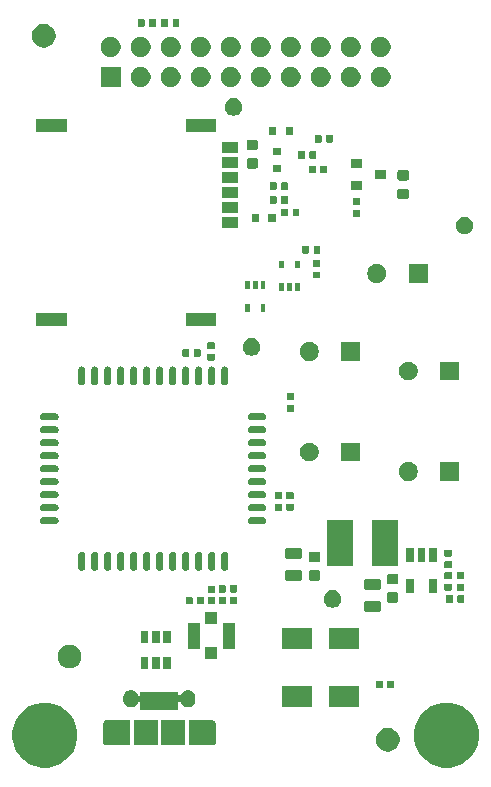
<source format=gts>
G04 #@! TF.GenerationSoftware,KiCad,Pcbnew,(5.1.5)-3*
G04 #@! TF.CreationDate,2020-06-30T19:55:35+10:00*
G04 #@! TF.ProjectId,cicada-2g,63696361-6461-42d3-9267-2e6b69636164,0.1*
G04 #@! TF.SameCoordinates,PX7cee6c0PY3dfd240*
G04 #@! TF.FileFunction,Soldermask,Top*
G04 #@! TF.FilePolarity,Negative*
%FSLAX46Y46*%
G04 Gerber Fmt 4.6, Leading zero omitted, Abs format (unit mm)*
G04 Created by KiCad (PCBNEW (5.1.5)-3) date 2020-06-30 19:55:35*
%MOMM*%
%LPD*%
G04 APERTURE LIST*
%ADD10C,0.100000*%
G04 APERTURE END LIST*
D10*
G36*
X17802144Y-54355680D02*
G01*
X18302612Y-54562981D01*
X18753022Y-54863935D01*
X19136065Y-55246978D01*
X19437019Y-55697388D01*
X19644320Y-56197856D01*
X19750000Y-56729147D01*
X19750000Y-57270853D01*
X19644320Y-57802144D01*
X19437019Y-58302612D01*
X19136065Y-58753022D01*
X18753022Y-59136065D01*
X18302612Y-59437019D01*
X17802144Y-59644320D01*
X17270853Y-59750000D01*
X16729147Y-59750000D01*
X16197856Y-59644320D01*
X15697388Y-59437019D01*
X15246978Y-59136065D01*
X14863935Y-58753022D01*
X14562981Y-58302612D01*
X14355680Y-57802144D01*
X14250000Y-57270853D01*
X14250000Y-56729147D01*
X14355680Y-56197856D01*
X14562981Y-55697388D01*
X14863935Y-55246978D01*
X15246978Y-54863935D01*
X15697388Y-54562981D01*
X16197856Y-54355680D01*
X16729147Y-54250000D01*
X17270853Y-54250000D01*
X17802144Y-54355680D01*
G37*
G36*
X-16197856Y-54355680D02*
G01*
X-15697388Y-54562981D01*
X-15246978Y-54863935D01*
X-14863935Y-55246978D01*
X-14562981Y-55697388D01*
X-14355680Y-56197856D01*
X-14250000Y-56729147D01*
X-14250000Y-57270853D01*
X-14355680Y-57802144D01*
X-14562981Y-58302612D01*
X-14863935Y-58753022D01*
X-15246978Y-59136065D01*
X-15697388Y-59437019D01*
X-16197856Y-59644320D01*
X-16729147Y-59750000D01*
X-17270853Y-59750000D01*
X-17802144Y-59644320D01*
X-18302612Y-59437019D01*
X-18753022Y-59136065D01*
X-19136065Y-58753022D01*
X-19437019Y-58302612D01*
X-19644320Y-57802144D01*
X-19750000Y-57270853D01*
X-19750000Y-56729147D01*
X-19644320Y-56197856D01*
X-19437019Y-55697388D01*
X-19136065Y-55246978D01*
X-18753022Y-54863935D01*
X-18302612Y-54562981D01*
X-17802144Y-54355680D01*
X-17270853Y-54250000D01*
X-16729147Y-54250000D01*
X-16197856Y-54355680D01*
G37*
G36*
X12239874Y-56410166D02*
G01*
X12331689Y-56428429D01*
X12513678Y-56503811D01*
X12677463Y-56613249D01*
X12816751Y-56752537D01*
X12926189Y-56916322D01*
X12973416Y-57030339D01*
X13001571Y-57098312D01*
X13035892Y-57270853D01*
X13040000Y-57291509D01*
X13040000Y-57488491D01*
X13001571Y-57681689D01*
X12926189Y-57863678D01*
X12816751Y-58027463D01*
X12677463Y-58166751D01*
X12513678Y-58276189D01*
X12331689Y-58351571D01*
X12267290Y-58364381D01*
X12138493Y-58390000D01*
X11941507Y-58390000D01*
X11812710Y-58364381D01*
X11748311Y-58351571D01*
X11566322Y-58276189D01*
X11402537Y-58166751D01*
X11263249Y-58027463D01*
X11153811Y-57863678D01*
X11078429Y-57681689D01*
X11040000Y-57488491D01*
X11040000Y-57291509D01*
X11044109Y-57270853D01*
X11078429Y-57098312D01*
X11106584Y-57030339D01*
X11153811Y-56916322D01*
X11263249Y-56752537D01*
X11402537Y-56613249D01*
X11566322Y-56503811D01*
X11748311Y-56428429D01*
X11840126Y-56410166D01*
X11941507Y-56390000D01*
X12138493Y-56390000D01*
X12239874Y-56410166D01*
G37*
G36*
X-3663772Y-55749398D02*
G01*
X-3651520Y-55750000D01*
X-2727711Y-55750000D01*
X-2713389Y-55767452D01*
X-2694446Y-55782997D01*
X-2684214Y-55789833D01*
X-2684213Y-55789834D01*
X-2626888Y-55828137D01*
X-2578137Y-55876888D01*
X-2578135Y-55876891D01*
X-2532997Y-55944446D01*
X-2517452Y-55963388D01*
X-2500000Y-55977711D01*
X-2500000Y-57622289D01*
X-2517452Y-57636611D01*
X-2532997Y-57655554D01*
X-2539833Y-57665786D01*
X-2539834Y-57665787D01*
X-2578137Y-57723112D01*
X-2626888Y-57771863D01*
X-2684213Y-57810166D01*
X-2684214Y-57810167D01*
X-2694446Y-57817003D01*
X-2713388Y-57832548D01*
X-2727711Y-57850000D01*
X-3651519Y-57850000D01*
X-3663771Y-57850602D01*
X-3700000Y-57854170D01*
X-3736228Y-57850602D01*
X-3748480Y-57850000D01*
X-4800000Y-57850000D01*
X-4800000Y-55750000D01*
X-3748481Y-55750000D01*
X-3736229Y-55749398D01*
X-3700000Y-55745830D01*
X-3663772Y-55749398D01*
G37*
G36*
X-10863772Y-55749398D02*
G01*
X-10851520Y-55750000D01*
X-9800000Y-55750000D01*
X-9800000Y-57850000D01*
X-10851519Y-57850000D01*
X-10863771Y-57850602D01*
X-10900000Y-57854170D01*
X-10936228Y-57850602D01*
X-10948480Y-57850000D01*
X-11872289Y-57850000D01*
X-11886611Y-57832548D01*
X-11905554Y-57817003D01*
X-11915786Y-57810167D01*
X-11915787Y-57810166D01*
X-11973112Y-57771863D01*
X-12021863Y-57723112D01*
X-12060166Y-57665787D01*
X-12060167Y-57665786D01*
X-12067003Y-57655554D01*
X-12082548Y-57636612D01*
X-12100000Y-57622289D01*
X-12100000Y-55977711D01*
X-12082548Y-55963389D01*
X-12067003Y-55944446D01*
X-12021865Y-55876891D01*
X-12021863Y-55876888D01*
X-11973112Y-55828137D01*
X-11915787Y-55789834D01*
X-11915786Y-55789833D01*
X-11905554Y-55782997D01*
X-11886612Y-55767452D01*
X-11872289Y-55750000D01*
X-10948481Y-55750000D01*
X-10936229Y-55749398D01*
X-10900000Y-55745830D01*
X-10863772Y-55749398D01*
G37*
G36*
X-7450000Y-57850000D02*
G01*
X-9450000Y-57850000D01*
X-9450000Y-55750000D01*
X-7450000Y-55750000D01*
X-7450000Y-57850000D01*
G37*
G36*
X-5150000Y-57850000D02*
G01*
X-7150000Y-57850000D01*
X-7150000Y-55750000D01*
X-5150000Y-55750000D01*
X-5150000Y-57850000D01*
G37*
G36*
X-4752480Y-53184043D02*
G01*
X-4634667Y-53219781D01*
X-4526090Y-53277817D01*
X-4430920Y-53355920D01*
X-4352817Y-53451089D01*
X-4294781Y-53559666D01*
X-4259043Y-53677479D01*
X-4250000Y-53769296D01*
X-4250000Y-54030703D01*
X-4259043Y-54122520D01*
X-4294781Y-54240333D01*
X-4352817Y-54348911D01*
X-4430920Y-54444080D01*
X-4526089Y-54522183D01*
X-4634666Y-54580219D01*
X-4752479Y-54615957D01*
X-4875000Y-54628024D01*
X-4997520Y-54615957D01*
X-5115333Y-54580219D01*
X-5223910Y-54522183D01*
X-5319079Y-54444080D01*
X-5397182Y-54348911D01*
X-5455219Y-54240334D01*
X-5455386Y-54239784D01*
X-5464762Y-54217148D01*
X-5478376Y-54196773D01*
X-5495703Y-54179446D01*
X-5516077Y-54165833D01*
X-5538716Y-54156455D01*
X-5562749Y-54151675D01*
X-5587253Y-54151675D01*
X-5611287Y-54156456D01*
X-5633925Y-54165833D01*
X-5654300Y-54179447D01*
X-5671627Y-54196774D01*
X-5685240Y-54217148D01*
X-5694618Y-54239787D01*
X-5700000Y-54276072D01*
X-5700000Y-54900000D01*
X-8900000Y-54900000D01*
X-8900000Y-54276071D01*
X-8902402Y-54251685D01*
X-8909515Y-54228236D01*
X-8921066Y-54206625D01*
X-8936611Y-54187683D01*
X-8955553Y-54172138D01*
X-8977164Y-54160587D01*
X-9000613Y-54153474D01*
X-9024999Y-54151072D01*
X-9049385Y-54153474D01*
X-9072834Y-54160587D01*
X-9094445Y-54172138D01*
X-9113387Y-54187683D01*
X-9128932Y-54206625D01*
X-9144614Y-54239784D01*
X-9144781Y-54240333D01*
X-9202817Y-54348911D01*
X-9280920Y-54444080D01*
X-9376089Y-54522183D01*
X-9484666Y-54580219D01*
X-9602479Y-54615957D01*
X-9725000Y-54628024D01*
X-9847520Y-54615957D01*
X-9965333Y-54580219D01*
X-10073910Y-54522183D01*
X-10169079Y-54444080D01*
X-10247182Y-54348911D01*
X-10305219Y-54240334D01*
X-10340957Y-54122521D01*
X-10350000Y-54030704D01*
X-10350000Y-53769297D01*
X-10340957Y-53677480D01*
X-10305219Y-53559667D01*
X-10247183Y-53451090D01*
X-10169080Y-53355920D01*
X-10073911Y-53277817D01*
X-9965334Y-53219781D01*
X-9847521Y-53184043D01*
X-9725000Y-53171976D01*
X-9602480Y-53184043D01*
X-9484667Y-53219781D01*
X-9376090Y-53277817D01*
X-9280920Y-53355920D01*
X-9202817Y-53451089D01*
X-9144781Y-53559666D01*
X-9144614Y-53560216D01*
X-9135238Y-53582852D01*
X-9121624Y-53603227D01*
X-9104297Y-53620554D01*
X-9083923Y-53634167D01*
X-9061284Y-53643545D01*
X-9037251Y-53648325D01*
X-9012747Y-53648325D01*
X-8988713Y-53643544D01*
X-8966075Y-53634167D01*
X-8945700Y-53620553D01*
X-8928373Y-53603226D01*
X-8914760Y-53582852D01*
X-8905382Y-53560213D01*
X-8900000Y-53523928D01*
X-8900000Y-53350000D01*
X-5700000Y-53350000D01*
X-5700000Y-53523929D01*
X-5697598Y-53548315D01*
X-5690485Y-53571764D01*
X-5678934Y-53593375D01*
X-5663389Y-53612317D01*
X-5644447Y-53627862D01*
X-5622836Y-53639413D01*
X-5599387Y-53646526D01*
X-5575001Y-53648928D01*
X-5550615Y-53646526D01*
X-5527166Y-53639413D01*
X-5505555Y-53627862D01*
X-5486613Y-53612317D01*
X-5471068Y-53593375D01*
X-5455385Y-53560215D01*
X-5455384Y-53560213D01*
X-5455219Y-53559667D01*
X-5397183Y-53451090D01*
X-5319080Y-53355920D01*
X-5223911Y-53277817D01*
X-5115334Y-53219781D01*
X-4997521Y-53184043D01*
X-4875000Y-53171976D01*
X-4752480Y-53184043D01*
G37*
G36*
X9600000Y-54621000D02*
G01*
X7100000Y-54621000D01*
X7100000Y-52821000D01*
X9600000Y-52821000D01*
X9600000Y-54621000D01*
G37*
G36*
X5600000Y-54621000D02*
G01*
X3100000Y-54621000D01*
X3100000Y-52821000D01*
X5600000Y-52821000D01*
X5600000Y-54621000D01*
G37*
G36*
X11529463Y-52387226D02*
G01*
X11545299Y-52392030D01*
X11559886Y-52399827D01*
X11572677Y-52410323D01*
X11583173Y-52423114D01*
X11590970Y-52437701D01*
X11595774Y-52453537D01*
X11598000Y-52476140D01*
X11598000Y-52933860D01*
X11595774Y-52956463D01*
X11590970Y-52972299D01*
X11583173Y-52986886D01*
X11572677Y-52999677D01*
X11559886Y-53010173D01*
X11545299Y-53017970D01*
X11529463Y-53022774D01*
X11506860Y-53025000D01*
X11099140Y-53025000D01*
X11076537Y-53022774D01*
X11060701Y-53017970D01*
X11046114Y-53010173D01*
X11033323Y-52999677D01*
X11022827Y-52986886D01*
X11015030Y-52972299D01*
X11010226Y-52956463D01*
X11008000Y-52933860D01*
X11008000Y-52476140D01*
X11010226Y-52453537D01*
X11015030Y-52437701D01*
X11022827Y-52423114D01*
X11033323Y-52410323D01*
X11046114Y-52399827D01*
X11060701Y-52392030D01*
X11076537Y-52387226D01*
X11099140Y-52385000D01*
X11506860Y-52385000D01*
X11529463Y-52387226D01*
G37*
G36*
X12499463Y-52387226D02*
G01*
X12515299Y-52392030D01*
X12529886Y-52399827D01*
X12542677Y-52410323D01*
X12553173Y-52423114D01*
X12560970Y-52437701D01*
X12565774Y-52453537D01*
X12568000Y-52476140D01*
X12568000Y-52933860D01*
X12565774Y-52956463D01*
X12560970Y-52972299D01*
X12553173Y-52986886D01*
X12542677Y-52999677D01*
X12529886Y-53010173D01*
X12515299Y-53017970D01*
X12499463Y-53022774D01*
X12476860Y-53025000D01*
X12069140Y-53025000D01*
X12046537Y-53022774D01*
X12030701Y-53017970D01*
X12016114Y-53010173D01*
X12003323Y-52999677D01*
X11992827Y-52986886D01*
X11985030Y-52972299D01*
X11980226Y-52956463D01*
X11978000Y-52933860D01*
X11978000Y-52476140D01*
X11980226Y-52453537D01*
X11985030Y-52437701D01*
X11992827Y-52423114D01*
X12003323Y-52410323D01*
X12016114Y-52399827D01*
X12030701Y-52392030D01*
X12046537Y-52387226D01*
X12069140Y-52385000D01*
X12476860Y-52385000D01*
X12499463Y-52387226D01*
G37*
G36*
X-8225000Y-51430000D02*
G01*
X-8875000Y-51430000D01*
X-8875000Y-50370000D01*
X-8225000Y-50370000D01*
X-8225000Y-51430000D01*
G37*
G36*
X-6325000Y-51430000D02*
G01*
X-6975000Y-51430000D01*
X-6975000Y-50370000D01*
X-6325000Y-50370000D01*
X-6325000Y-51430000D01*
G37*
G36*
X-7275000Y-51430000D02*
G01*
X-7925000Y-51430000D01*
X-7925000Y-50370000D01*
X-7275000Y-50370000D01*
X-7275000Y-51430000D01*
G37*
G36*
X-14682710Y-49375619D02*
G01*
X-14618311Y-49388429D01*
X-14436322Y-49463811D01*
X-14272537Y-49573249D01*
X-14133249Y-49712537D01*
X-14023811Y-49876322D01*
X-13948429Y-50058311D01*
X-13910000Y-50251509D01*
X-13910000Y-50448491D01*
X-13948429Y-50641689D01*
X-14023811Y-50823678D01*
X-14133249Y-50987463D01*
X-14272537Y-51126751D01*
X-14436322Y-51236189D01*
X-14618311Y-51311571D01*
X-14682710Y-51324381D01*
X-14811507Y-51350000D01*
X-15008493Y-51350000D01*
X-15137290Y-51324381D01*
X-15201689Y-51311571D01*
X-15383678Y-51236189D01*
X-15547463Y-51126751D01*
X-15686751Y-50987463D01*
X-15796189Y-50823678D01*
X-15871571Y-50641689D01*
X-15910000Y-50448491D01*
X-15910000Y-50251509D01*
X-15871571Y-50058311D01*
X-15796189Y-49876322D01*
X-15686751Y-49712537D01*
X-15547463Y-49573249D01*
X-15383678Y-49463811D01*
X-15201689Y-49388429D01*
X-15137290Y-49375619D01*
X-15008493Y-49350000D01*
X-14811507Y-49350000D01*
X-14682710Y-49375619D01*
G37*
G36*
X-2400000Y-50570000D02*
G01*
X-3400000Y-50570000D01*
X-3400000Y-49570000D01*
X-2400000Y-49570000D01*
X-2400000Y-50570000D01*
G37*
G36*
X9600000Y-49700000D02*
G01*
X7100000Y-49700000D01*
X7100000Y-47900000D01*
X9600000Y-47900000D01*
X9600000Y-49700000D01*
G37*
G36*
X5600000Y-49700000D02*
G01*
X3100000Y-49700000D01*
X3100000Y-47900000D01*
X5600000Y-47900000D01*
X5600000Y-49700000D01*
G37*
G36*
X-3850000Y-49670000D02*
G01*
X-4900000Y-49670000D01*
X-4900000Y-47470000D01*
X-3850000Y-47470000D01*
X-3850000Y-49670000D01*
G37*
G36*
X-900000Y-49670000D02*
G01*
X-1950000Y-49670000D01*
X-1950000Y-47470000D01*
X-900000Y-47470000D01*
X-900000Y-49670000D01*
G37*
G36*
X-7275000Y-49230000D02*
G01*
X-7925000Y-49230000D01*
X-7925000Y-48170000D01*
X-7275000Y-48170000D01*
X-7275000Y-49230000D01*
G37*
G36*
X-8225000Y-49230000D02*
G01*
X-8875000Y-49230000D01*
X-8875000Y-48170000D01*
X-8225000Y-48170000D01*
X-8225000Y-49230000D01*
G37*
G36*
X-6325000Y-49230000D02*
G01*
X-6975000Y-49230000D01*
X-6975000Y-48170000D01*
X-6325000Y-48170000D01*
X-6325000Y-49230000D01*
G37*
G36*
X-2400000Y-47570000D02*
G01*
X-3400000Y-47570000D01*
X-3400000Y-46570000D01*
X-2400000Y-46570000D01*
X-2400000Y-47570000D01*
G37*
G36*
X11303991Y-45629075D02*
G01*
X11337879Y-45639355D01*
X11369112Y-45656050D01*
X11396486Y-45678514D01*
X11418950Y-45705888D01*
X11435645Y-45737121D01*
X11445925Y-45771009D01*
X11450000Y-45812388D01*
X11450000Y-46412612D01*
X11445925Y-46453991D01*
X11435645Y-46487879D01*
X11418950Y-46519112D01*
X11396486Y-46546486D01*
X11369112Y-46568950D01*
X11337879Y-46585645D01*
X11303991Y-46595925D01*
X11262612Y-46600000D01*
X10237388Y-46600000D01*
X10196009Y-46595925D01*
X10162121Y-46585645D01*
X10130888Y-46568950D01*
X10103514Y-46546486D01*
X10081050Y-46519112D01*
X10064355Y-46487879D01*
X10054075Y-46453991D01*
X10050000Y-46412612D01*
X10050000Y-45812388D01*
X10054075Y-45771009D01*
X10064355Y-45737121D01*
X10081050Y-45705888D01*
X10103514Y-45678514D01*
X10130888Y-45656050D01*
X10162121Y-45639355D01*
X10196009Y-45629075D01*
X10237388Y-45625000D01*
X11262612Y-45625000D01*
X11303991Y-45629075D01*
G37*
G36*
X7584766Y-44744821D02*
G01*
X7721257Y-44801358D01*
X7844097Y-44883437D01*
X7948563Y-44987903D01*
X8030642Y-45110743D01*
X8087179Y-45247234D01*
X8116000Y-45392130D01*
X8116000Y-45539870D01*
X8087179Y-45684766D01*
X8030642Y-45821257D01*
X7948563Y-45944097D01*
X7844097Y-46048563D01*
X7721257Y-46130642D01*
X7584766Y-46187179D01*
X7439870Y-46216000D01*
X7292130Y-46216000D01*
X7147234Y-46187179D01*
X7010743Y-46130642D01*
X6887903Y-46048563D01*
X6783437Y-45944097D01*
X6701358Y-45821257D01*
X6644821Y-45684766D01*
X6616000Y-45539870D01*
X6616000Y-45392130D01*
X6644821Y-45247234D01*
X6701358Y-45110743D01*
X6783437Y-44987903D01*
X6887903Y-44883437D01*
X7010743Y-44801358D01*
X7147234Y-44744821D01*
X7292130Y-44716000D01*
X7439870Y-44716000D01*
X7584766Y-44744821D01*
G37*
G36*
X-783537Y-45282226D02*
G01*
X-767701Y-45287030D01*
X-753114Y-45294827D01*
X-740323Y-45305323D01*
X-729827Y-45318114D01*
X-722030Y-45332701D01*
X-717226Y-45348537D01*
X-715000Y-45371140D01*
X-715000Y-45828860D01*
X-717226Y-45851463D01*
X-722030Y-45867299D01*
X-729827Y-45881886D01*
X-740323Y-45894677D01*
X-753114Y-45905173D01*
X-767701Y-45912970D01*
X-783537Y-45917774D01*
X-806140Y-45920000D01*
X-1213860Y-45920000D01*
X-1236463Y-45917774D01*
X-1252299Y-45912970D01*
X-1266886Y-45905173D01*
X-1279677Y-45894677D01*
X-1290173Y-45881886D01*
X-1297970Y-45867299D01*
X-1302774Y-45851463D01*
X-1305000Y-45828860D01*
X-1305000Y-45371140D01*
X-1302774Y-45348537D01*
X-1297970Y-45332701D01*
X-1290173Y-45318114D01*
X-1279677Y-45305323D01*
X-1266886Y-45294827D01*
X-1252299Y-45287030D01*
X-1236463Y-45282226D01*
X-1213860Y-45280000D01*
X-806140Y-45280000D01*
X-783537Y-45282226D01*
G37*
G36*
X-1753537Y-45282226D02*
G01*
X-1737701Y-45287030D01*
X-1723114Y-45294827D01*
X-1710323Y-45305323D01*
X-1699827Y-45318114D01*
X-1692030Y-45332701D01*
X-1687226Y-45348537D01*
X-1685000Y-45371140D01*
X-1685000Y-45828860D01*
X-1687226Y-45851463D01*
X-1692030Y-45867299D01*
X-1699827Y-45881886D01*
X-1710323Y-45894677D01*
X-1723114Y-45905173D01*
X-1737701Y-45912970D01*
X-1753537Y-45917774D01*
X-1776140Y-45920000D01*
X-2183860Y-45920000D01*
X-2206463Y-45917774D01*
X-2222299Y-45912970D01*
X-2236886Y-45905173D01*
X-2249677Y-45894677D01*
X-2260173Y-45881886D01*
X-2267970Y-45867299D01*
X-2272774Y-45851463D01*
X-2275000Y-45828860D01*
X-2275000Y-45371140D01*
X-2272774Y-45348537D01*
X-2267970Y-45332701D01*
X-2260173Y-45318114D01*
X-2249677Y-45305323D01*
X-2236886Y-45294827D01*
X-2222299Y-45287030D01*
X-2206463Y-45282226D01*
X-2183860Y-45280000D01*
X-1776140Y-45280000D01*
X-1753537Y-45282226D01*
G37*
G36*
X-4558537Y-45282226D02*
G01*
X-4542701Y-45287030D01*
X-4528114Y-45294827D01*
X-4515323Y-45305323D01*
X-4504827Y-45318114D01*
X-4497030Y-45332701D01*
X-4492226Y-45348537D01*
X-4490000Y-45371140D01*
X-4490000Y-45828860D01*
X-4492226Y-45851463D01*
X-4497030Y-45867299D01*
X-4504827Y-45881886D01*
X-4515323Y-45894677D01*
X-4528114Y-45905173D01*
X-4542701Y-45912970D01*
X-4558537Y-45917774D01*
X-4581140Y-45920000D01*
X-4988860Y-45920000D01*
X-5011463Y-45917774D01*
X-5027299Y-45912970D01*
X-5041886Y-45905173D01*
X-5054677Y-45894677D01*
X-5065173Y-45881886D01*
X-5072970Y-45867299D01*
X-5077774Y-45851463D01*
X-5080000Y-45828860D01*
X-5080000Y-45371140D01*
X-5077774Y-45348537D01*
X-5072970Y-45332701D01*
X-5065173Y-45318114D01*
X-5054677Y-45305323D01*
X-5041886Y-45294827D01*
X-5027299Y-45287030D01*
X-5011463Y-45282226D01*
X-4988860Y-45280000D01*
X-4581140Y-45280000D01*
X-4558537Y-45282226D01*
G37*
G36*
X-3588537Y-45282226D02*
G01*
X-3572701Y-45287030D01*
X-3558114Y-45294827D01*
X-3545323Y-45305323D01*
X-3534827Y-45318114D01*
X-3527030Y-45332701D01*
X-3522226Y-45348537D01*
X-3520000Y-45371140D01*
X-3520000Y-45828860D01*
X-3522226Y-45851463D01*
X-3527030Y-45867299D01*
X-3534827Y-45881886D01*
X-3545323Y-45894677D01*
X-3558114Y-45905173D01*
X-3572701Y-45912970D01*
X-3588537Y-45917774D01*
X-3611140Y-45920000D01*
X-4018860Y-45920000D01*
X-4041463Y-45917774D01*
X-4057299Y-45912970D01*
X-4071886Y-45905173D01*
X-4084677Y-45894677D01*
X-4095173Y-45881886D01*
X-4102970Y-45867299D01*
X-4107774Y-45851463D01*
X-4110000Y-45828860D01*
X-4110000Y-45371140D01*
X-4107774Y-45348537D01*
X-4102970Y-45332701D01*
X-4095173Y-45318114D01*
X-4084677Y-45305323D01*
X-4071886Y-45294827D01*
X-4057299Y-45287030D01*
X-4041463Y-45282226D01*
X-4018860Y-45280000D01*
X-3611140Y-45280000D01*
X-3588537Y-45282226D01*
G37*
G36*
X-2648537Y-45312226D02*
G01*
X-2632701Y-45317030D01*
X-2618114Y-45324827D01*
X-2605323Y-45335323D01*
X-2594827Y-45348114D01*
X-2587030Y-45362701D01*
X-2582226Y-45378537D01*
X-2580000Y-45401140D01*
X-2580000Y-45808860D01*
X-2582226Y-45831463D01*
X-2587030Y-45847299D01*
X-2594827Y-45861886D01*
X-2605323Y-45874677D01*
X-2618114Y-45885173D01*
X-2632701Y-45892970D01*
X-2648537Y-45897774D01*
X-2671140Y-45900000D01*
X-3128860Y-45900000D01*
X-3151463Y-45897774D01*
X-3167299Y-45892970D01*
X-3181886Y-45885173D01*
X-3194677Y-45874677D01*
X-3205173Y-45861886D01*
X-3212970Y-45847299D01*
X-3217774Y-45831463D01*
X-3220000Y-45808860D01*
X-3220000Y-45401140D01*
X-3217774Y-45378537D01*
X-3212970Y-45362701D01*
X-3205173Y-45348114D01*
X-3194677Y-45335323D01*
X-3181886Y-45324827D01*
X-3167299Y-45317030D01*
X-3151463Y-45312226D01*
X-3128860Y-45310000D01*
X-2671140Y-45310000D01*
X-2648537Y-45312226D01*
G37*
G36*
X18461463Y-45157226D02*
G01*
X18477299Y-45162030D01*
X18491886Y-45169827D01*
X18504677Y-45180323D01*
X18515173Y-45193114D01*
X18522970Y-45207701D01*
X18527774Y-45223537D01*
X18530000Y-45246140D01*
X18530000Y-45703860D01*
X18527774Y-45726463D01*
X18522970Y-45742299D01*
X18515173Y-45756886D01*
X18504677Y-45769677D01*
X18491886Y-45780173D01*
X18477299Y-45787970D01*
X18461463Y-45792774D01*
X18438860Y-45795000D01*
X18031140Y-45795000D01*
X18008537Y-45792774D01*
X17992701Y-45787970D01*
X17978114Y-45780173D01*
X17965323Y-45769677D01*
X17954827Y-45756886D01*
X17947030Y-45742299D01*
X17942226Y-45726463D01*
X17940000Y-45703860D01*
X17940000Y-45246140D01*
X17942226Y-45223537D01*
X17947030Y-45207701D01*
X17954827Y-45193114D01*
X17965323Y-45180323D01*
X17978114Y-45169827D01*
X17992701Y-45162030D01*
X18008537Y-45157226D01*
X18031140Y-45155000D01*
X18438860Y-45155000D01*
X18461463Y-45157226D01*
G37*
G36*
X17491463Y-45157226D02*
G01*
X17507299Y-45162030D01*
X17521886Y-45169827D01*
X17534677Y-45180323D01*
X17545173Y-45193114D01*
X17552970Y-45207701D01*
X17557774Y-45223537D01*
X17560000Y-45246140D01*
X17560000Y-45703860D01*
X17557774Y-45726463D01*
X17552970Y-45742299D01*
X17545173Y-45756886D01*
X17534677Y-45769677D01*
X17521886Y-45780173D01*
X17507299Y-45787970D01*
X17491463Y-45792774D01*
X17468860Y-45795000D01*
X17061140Y-45795000D01*
X17038537Y-45792774D01*
X17022701Y-45787970D01*
X17008114Y-45780173D01*
X16995323Y-45769677D01*
X16984827Y-45756886D01*
X16977030Y-45742299D01*
X16972226Y-45726463D01*
X16970000Y-45703860D01*
X16970000Y-45246140D01*
X16972226Y-45223537D01*
X16977030Y-45207701D01*
X16984827Y-45193114D01*
X16995323Y-45180323D01*
X17008114Y-45169827D01*
X17022701Y-45162030D01*
X17038537Y-45157226D01*
X17061140Y-45155000D01*
X17468860Y-45155000D01*
X17491463Y-45157226D01*
G37*
G36*
X12799116Y-44916095D02*
G01*
X12828311Y-44924952D01*
X12855223Y-44939337D01*
X12878808Y-44958692D01*
X12898163Y-44982277D01*
X12912548Y-45009189D01*
X12921405Y-45038384D01*
X12925000Y-45074890D01*
X12925000Y-45625110D01*
X12921405Y-45661616D01*
X12912548Y-45690811D01*
X12898163Y-45717723D01*
X12878808Y-45741308D01*
X12855223Y-45760663D01*
X12828311Y-45775048D01*
X12799116Y-45783905D01*
X12762610Y-45787500D01*
X12137390Y-45787500D01*
X12100884Y-45783905D01*
X12071689Y-45775048D01*
X12044777Y-45760663D01*
X12021192Y-45741308D01*
X12001837Y-45717723D01*
X11987452Y-45690811D01*
X11978595Y-45661616D01*
X11975000Y-45625110D01*
X11975000Y-45074890D01*
X11978595Y-45038384D01*
X11987452Y-45009189D01*
X12001837Y-44982277D01*
X12021192Y-44958692D01*
X12044777Y-44939337D01*
X12071689Y-44924952D01*
X12100884Y-44916095D01*
X12137390Y-44912500D01*
X12762610Y-44912500D01*
X12799116Y-44916095D01*
G37*
G36*
X16172250Y-44963971D02*
G01*
X15522250Y-44963971D01*
X15522250Y-43743971D01*
X16172250Y-43743971D01*
X16172250Y-44963971D01*
G37*
G36*
X14272250Y-44963971D02*
G01*
X13622250Y-44963971D01*
X13622250Y-43743971D01*
X14272250Y-43743971D01*
X14272250Y-44963971D01*
G37*
G36*
X-2648537Y-44342226D02*
G01*
X-2632701Y-44347030D01*
X-2618114Y-44354827D01*
X-2605323Y-44365323D01*
X-2594827Y-44378114D01*
X-2587030Y-44392701D01*
X-2582226Y-44408537D01*
X-2580000Y-44431140D01*
X-2580000Y-44838860D01*
X-2582226Y-44861463D01*
X-2587030Y-44877299D01*
X-2594827Y-44891886D01*
X-2605323Y-44904677D01*
X-2618114Y-44915173D01*
X-2632701Y-44922970D01*
X-2648537Y-44927774D01*
X-2671140Y-44930000D01*
X-3128860Y-44930000D01*
X-3151463Y-44927774D01*
X-3167299Y-44922970D01*
X-3181886Y-44915173D01*
X-3194677Y-44904677D01*
X-3205173Y-44891886D01*
X-3212970Y-44877299D01*
X-3217774Y-44861463D01*
X-3220000Y-44838860D01*
X-3220000Y-44431140D01*
X-3217774Y-44408537D01*
X-3212970Y-44392701D01*
X-3205173Y-44378114D01*
X-3194677Y-44365323D01*
X-3181886Y-44354827D01*
X-3167299Y-44347030D01*
X-3151463Y-44342226D01*
X-3128860Y-44340000D01*
X-2671140Y-44340000D01*
X-2648537Y-44342226D01*
G37*
G36*
X-783537Y-44282226D02*
G01*
X-767701Y-44287030D01*
X-753114Y-44294827D01*
X-740323Y-44305323D01*
X-729827Y-44318114D01*
X-722030Y-44332701D01*
X-717226Y-44348537D01*
X-715000Y-44371140D01*
X-715000Y-44828860D01*
X-717226Y-44851463D01*
X-722030Y-44867299D01*
X-729827Y-44881886D01*
X-740323Y-44894677D01*
X-753114Y-44905173D01*
X-767701Y-44912970D01*
X-783537Y-44917774D01*
X-806140Y-44920000D01*
X-1213860Y-44920000D01*
X-1236463Y-44917774D01*
X-1252299Y-44912970D01*
X-1266886Y-44905173D01*
X-1279677Y-44894677D01*
X-1290173Y-44881886D01*
X-1297970Y-44867299D01*
X-1302774Y-44851463D01*
X-1305000Y-44828860D01*
X-1305000Y-44371140D01*
X-1302774Y-44348537D01*
X-1297970Y-44332701D01*
X-1290173Y-44318114D01*
X-1279677Y-44305323D01*
X-1266886Y-44294827D01*
X-1252299Y-44287030D01*
X-1236463Y-44282226D01*
X-1213860Y-44280000D01*
X-806140Y-44280000D01*
X-783537Y-44282226D01*
G37*
G36*
X-1753537Y-44282226D02*
G01*
X-1737701Y-44287030D01*
X-1723114Y-44294827D01*
X-1710323Y-44305323D01*
X-1699827Y-44318114D01*
X-1692030Y-44332701D01*
X-1687226Y-44348537D01*
X-1685000Y-44371140D01*
X-1685000Y-44828860D01*
X-1687226Y-44851463D01*
X-1692030Y-44867299D01*
X-1699827Y-44881886D01*
X-1710323Y-44894677D01*
X-1723114Y-44905173D01*
X-1737701Y-44912970D01*
X-1753537Y-44917774D01*
X-1776140Y-44920000D01*
X-2183860Y-44920000D01*
X-2206463Y-44917774D01*
X-2222299Y-44912970D01*
X-2236886Y-44905173D01*
X-2249677Y-44894677D01*
X-2260173Y-44881886D01*
X-2267970Y-44867299D01*
X-2272774Y-44851463D01*
X-2275000Y-44828860D01*
X-2275000Y-44371140D01*
X-2272774Y-44348537D01*
X-2267970Y-44332701D01*
X-2260173Y-44318114D01*
X-2249677Y-44305323D01*
X-2236886Y-44294827D01*
X-2222299Y-44287030D01*
X-2206463Y-44282226D01*
X-2183860Y-44280000D01*
X-1776140Y-44280000D01*
X-1753537Y-44282226D01*
G37*
G36*
X18448709Y-44167226D02*
G01*
X18464545Y-44172030D01*
X18479132Y-44179827D01*
X18491923Y-44190323D01*
X18502419Y-44203114D01*
X18510216Y-44217701D01*
X18515020Y-44233537D01*
X18517246Y-44256140D01*
X18517246Y-44663860D01*
X18515020Y-44686463D01*
X18510216Y-44702299D01*
X18502419Y-44716886D01*
X18491923Y-44729677D01*
X18479132Y-44740173D01*
X18464545Y-44747970D01*
X18448709Y-44752774D01*
X18426106Y-44755000D01*
X17968386Y-44755000D01*
X17945783Y-44752774D01*
X17929947Y-44747970D01*
X17915360Y-44740173D01*
X17902569Y-44729677D01*
X17892073Y-44716886D01*
X17884276Y-44702299D01*
X17879472Y-44686463D01*
X17877246Y-44663860D01*
X17877246Y-44256140D01*
X17879472Y-44233537D01*
X17884276Y-44217701D01*
X17892073Y-44203114D01*
X17902569Y-44190323D01*
X17915360Y-44179827D01*
X17929947Y-44172030D01*
X17945783Y-44167226D01*
X17968386Y-44165000D01*
X18426106Y-44165000D01*
X18448709Y-44167226D01*
G37*
G36*
X17401463Y-44167226D02*
G01*
X17417299Y-44172030D01*
X17431886Y-44179827D01*
X17444677Y-44190323D01*
X17455173Y-44203114D01*
X17462970Y-44217701D01*
X17467774Y-44233537D01*
X17470000Y-44256140D01*
X17470000Y-44663860D01*
X17467774Y-44686463D01*
X17462970Y-44702299D01*
X17455173Y-44716886D01*
X17444677Y-44729677D01*
X17431886Y-44740173D01*
X17417299Y-44747970D01*
X17401463Y-44752774D01*
X17378860Y-44755000D01*
X16921140Y-44755000D01*
X16898537Y-44752774D01*
X16882701Y-44747970D01*
X16868114Y-44740173D01*
X16855323Y-44729677D01*
X16844827Y-44716886D01*
X16837030Y-44702299D01*
X16832226Y-44686463D01*
X16830000Y-44663860D01*
X16830000Y-44256140D01*
X16832226Y-44233537D01*
X16837030Y-44217701D01*
X16844827Y-44203114D01*
X16855323Y-44190323D01*
X16868114Y-44179827D01*
X16882701Y-44172030D01*
X16898537Y-44167226D01*
X16921140Y-44165000D01*
X17378860Y-44165000D01*
X17401463Y-44167226D01*
G37*
G36*
X11303991Y-43754075D02*
G01*
X11337879Y-43764355D01*
X11369112Y-43781050D01*
X11396486Y-43803514D01*
X11418950Y-43830888D01*
X11435645Y-43862121D01*
X11445925Y-43896009D01*
X11450000Y-43937388D01*
X11450000Y-44537612D01*
X11445925Y-44578991D01*
X11435645Y-44612879D01*
X11418950Y-44644112D01*
X11396486Y-44671486D01*
X11369112Y-44693950D01*
X11337879Y-44710645D01*
X11303991Y-44720925D01*
X11262612Y-44725000D01*
X10237388Y-44725000D01*
X10196009Y-44720925D01*
X10162121Y-44710645D01*
X10130888Y-44693950D01*
X10103514Y-44671486D01*
X10081050Y-44644112D01*
X10064355Y-44612879D01*
X10054075Y-44578991D01*
X10050000Y-44537612D01*
X10050000Y-43937388D01*
X10054075Y-43896009D01*
X10064355Y-43862121D01*
X10081050Y-43830888D01*
X10103514Y-43803514D01*
X10130888Y-43781050D01*
X10162121Y-43764355D01*
X10196009Y-43754075D01*
X10237388Y-43750000D01*
X11262612Y-43750000D01*
X11303991Y-43754075D01*
G37*
G36*
X12799116Y-43341095D02*
G01*
X12828311Y-43349952D01*
X12855223Y-43364337D01*
X12878808Y-43383692D01*
X12898163Y-43407277D01*
X12912548Y-43434189D01*
X12921405Y-43463384D01*
X12925000Y-43499890D01*
X12925000Y-44050110D01*
X12921405Y-44086616D01*
X12912548Y-44115811D01*
X12898163Y-44142723D01*
X12878808Y-44166308D01*
X12855223Y-44185663D01*
X12828311Y-44200048D01*
X12799116Y-44208905D01*
X12762610Y-44212500D01*
X12137390Y-44212500D01*
X12100884Y-44208905D01*
X12071689Y-44200048D01*
X12044777Y-44185663D01*
X12021192Y-44166308D01*
X12001837Y-44142723D01*
X11987452Y-44115811D01*
X11978595Y-44086616D01*
X11975000Y-44050110D01*
X11975000Y-43499890D01*
X11978595Y-43463384D01*
X11987452Y-43434189D01*
X12001837Y-43407277D01*
X12021192Y-43383692D01*
X12044777Y-43364337D01*
X12071689Y-43349952D01*
X12100884Y-43341095D01*
X12137390Y-43337500D01*
X12762610Y-43337500D01*
X12799116Y-43341095D01*
G37*
G36*
X4617991Y-42999075D02*
G01*
X4651879Y-43009355D01*
X4683112Y-43026050D01*
X4710486Y-43048514D01*
X4732950Y-43075888D01*
X4749645Y-43107121D01*
X4759925Y-43141009D01*
X4764000Y-43182388D01*
X4764000Y-43782612D01*
X4759925Y-43823991D01*
X4749645Y-43857879D01*
X4732950Y-43889112D01*
X4710486Y-43916486D01*
X4683112Y-43938950D01*
X4651879Y-43955645D01*
X4617991Y-43965925D01*
X4576612Y-43970000D01*
X3551388Y-43970000D01*
X3510009Y-43965925D01*
X3476121Y-43955645D01*
X3444888Y-43938950D01*
X3417514Y-43916486D01*
X3395050Y-43889112D01*
X3378355Y-43857879D01*
X3368075Y-43823991D01*
X3364000Y-43782612D01*
X3364000Y-43182388D01*
X3368075Y-43141009D01*
X3378355Y-43107121D01*
X3395050Y-43075888D01*
X3417514Y-43048514D01*
X3444888Y-43026050D01*
X3476121Y-43009355D01*
X3510009Y-42999075D01*
X3551388Y-42995000D01*
X4576612Y-42995000D01*
X4617991Y-42999075D01*
G37*
G36*
X6191116Y-43051095D02*
G01*
X6220311Y-43059952D01*
X6247223Y-43074337D01*
X6270808Y-43093692D01*
X6290163Y-43117277D01*
X6304548Y-43144189D01*
X6313405Y-43173384D01*
X6317000Y-43209890D01*
X6317000Y-43760110D01*
X6313405Y-43796616D01*
X6304548Y-43825811D01*
X6290163Y-43852723D01*
X6270808Y-43876308D01*
X6247223Y-43895663D01*
X6220311Y-43910048D01*
X6191116Y-43918905D01*
X6154610Y-43922500D01*
X5529390Y-43922500D01*
X5492884Y-43918905D01*
X5463689Y-43910048D01*
X5436777Y-43895663D01*
X5413192Y-43876308D01*
X5393837Y-43852723D01*
X5379452Y-43825811D01*
X5370595Y-43796616D01*
X5367000Y-43760110D01*
X5367000Y-43209890D01*
X5370595Y-43173384D01*
X5379452Y-43144189D01*
X5393837Y-43117277D01*
X5413192Y-43093692D01*
X5436777Y-43074337D01*
X5463689Y-43059952D01*
X5492884Y-43051095D01*
X5529390Y-43047500D01*
X6154610Y-43047500D01*
X6191116Y-43051095D01*
G37*
G36*
X18448709Y-43197226D02*
G01*
X18464545Y-43202030D01*
X18479132Y-43209827D01*
X18491923Y-43220323D01*
X18502419Y-43233114D01*
X18510216Y-43247701D01*
X18515020Y-43263537D01*
X18517246Y-43286140D01*
X18517246Y-43693860D01*
X18515020Y-43716463D01*
X18510216Y-43732299D01*
X18502419Y-43746886D01*
X18491923Y-43759677D01*
X18479132Y-43770173D01*
X18464545Y-43777970D01*
X18448709Y-43782774D01*
X18426106Y-43785000D01*
X17968386Y-43785000D01*
X17945783Y-43782774D01*
X17929947Y-43777970D01*
X17915360Y-43770173D01*
X17902569Y-43759677D01*
X17892073Y-43746886D01*
X17884276Y-43732299D01*
X17879472Y-43716463D01*
X17877246Y-43693860D01*
X17877246Y-43286140D01*
X17879472Y-43263537D01*
X17884276Y-43247701D01*
X17892073Y-43233114D01*
X17902569Y-43220323D01*
X17915360Y-43209827D01*
X17929947Y-43202030D01*
X17945783Y-43197226D01*
X17968386Y-43195000D01*
X18426106Y-43195000D01*
X18448709Y-43197226D01*
G37*
G36*
X17401463Y-43197226D02*
G01*
X17417299Y-43202030D01*
X17431886Y-43209827D01*
X17444677Y-43220323D01*
X17455173Y-43233114D01*
X17462970Y-43247701D01*
X17467774Y-43263537D01*
X17470000Y-43286140D01*
X17470000Y-43693860D01*
X17467774Y-43716463D01*
X17462970Y-43732299D01*
X17455173Y-43746886D01*
X17444677Y-43759677D01*
X17431886Y-43770173D01*
X17417299Y-43777970D01*
X17401463Y-43782774D01*
X17378860Y-43785000D01*
X16921140Y-43785000D01*
X16898537Y-43782774D01*
X16882701Y-43777970D01*
X16868114Y-43770173D01*
X16855323Y-43759677D01*
X16844827Y-43746886D01*
X16837030Y-43732299D01*
X16832226Y-43716463D01*
X16830000Y-43693860D01*
X16830000Y-43286140D01*
X16832226Y-43263537D01*
X16837030Y-43247701D01*
X16844827Y-43233114D01*
X16855323Y-43220323D01*
X16868114Y-43209827D01*
X16882701Y-43202030D01*
X16898537Y-43197226D01*
X16921140Y-43195000D01*
X17378860Y-43195000D01*
X17401463Y-43197226D01*
G37*
G36*
X-3955397Y-41475480D02*
G01*
X-3916190Y-41479341D01*
X-3859640Y-41496496D01*
X-3859637Y-41496497D01*
X-3807524Y-41524352D01*
X-3761842Y-41561842D01*
X-3724352Y-41607524D01*
X-3696497Y-41659637D01*
X-3696496Y-41659640D01*
X-3679341Y-41716190D01*
X-3675000Y-41760267D01*
X-3675000Y-42789733D01*
X-3679341Y-42833810D01*
X-3696496Y-42890359D01*
X-3696497Y-42890363D01*
X-3724352Y-42942476D01*
X-3761841Y-42988157D01*
X-3807525Y-43025648D01*
X-3859638Y-43053503D01*
X-3859641Y-43053504D01*
X-3916191Y-43070659D01*
X-3975000Y-43076451D01*
X-3975001Y-43076451D01*
X-3996465Y-43074337D01*
X-4033810Y-43070659D01*
X-4090360Y-43053504D01*
X-4090363Y-43053503D01*
X-4142476Y-43025648D01*
X-4188157Y-42988159D01*
X-4225648Y-42942475D01*
X-4253503Y-42890362D01*
X-4253504Y-42890359D01*
X-4270659Y-42833809D01*
X-4275000Y-42789732D01*
X-4274999Y-41760267D01*
X-4270658Y-41716190D01*
X-4253503Y-41659640D01*
X-4253502Y-41659637D01*
X-4225647Y-41607524D01*
X-4188157Y-41561842D01*
X-4142475Y-41524352D01*
X-4090362Y-41496497D01*
X-4090359Y-41496496D01*
X-4033809Y-41479341D01*
X-3975000Y-41473549D01*
X-3974999Y-41473549D01*
X-3955397Y-41475480D01*
G37*
G36*
X-1755397Y-41475480D02*
G01*
X-1716190Y-41479341D01*
X-1659640Y-41496496D01*
X-1659637Y-41496497D01*
X-1607524Y-41524352D01*
X-1561842Y-41561842D01*
X-1524352Y-41607524D01*
X-1496497Y-41659637D01*
X-1496496Y-41659640D01*
X-1479341Y-41716190D01*
X-1475000Y-41760267D01*
X-1475000Y-42789733D01*
X-1479341Y-42833810D01*
X-1496496Y-42890359D01*
X-1496497Y-42890363D01*
X-1524352Y-42942476D01*
X-1561841Y-42988157D01*
X-1607525Y-43025648D01*
X-1659638Y-43053503D01*
X-1659641Y-43053504D01*
X-1716191Y-43070659D01*
X-1775000Y-43076451D01*
X-1775001Y-43076451D01*
X-1796465Y-43074337D01*
X-1833810Y-43070659D01*
X-1890360Y-43053504D01*
X-1890363Y-43053503D01*
X-1942476Y-43025648D01*
X-1988157Y-42988159D01*
X-2025648Y-42942475D01*
X-2053503Y-42890362D01*
X-2053504Y-42890359D01*
X-2070659Y-42833809D01*
X-2075000Y-42789732D01*
X-2074999Y-41760267D01*
X-2070658Y-41716190D01*
X-2053503Y-41659640D01*
X-2053502Y-41659637D01*
X-2025647Y-41607524D01*
X-1988157Y-41561842D01*
X-1942475Y-41524352D01*
X-1890362Y-41496497D01*
X-1890359Y-41496496D01*
X-1833809Y-41479341D01*
X-1775000Y-41473549D01*
X-1774999Y-41473549D01*
X-1755397Y-41475480D01*
G37*
G36*
X-2855397Y-41475480D02*
G01*
X-2816190Y-41479341D01*
X-2759640Y-41496496D01*
X-2759637Y-41496497D01*
X-2707524Y-41524352D01*
X-2661842Y-41561842D01*
X-2624352Y-41607524D01*
X-2596497Y-41659637D01*
X-2596496Y-41659640D01*
X-2579341Y-41716190D01*
X-2575000Y-41760267D01*
X-2575000Y-42789733D01*
X-2579341Y-42833810D01*
X-2596496Y-42890359D01*
X-2596497Y-42890363D01*
X-2624352Y-42942476D01*
X-2661841Y-42988157D01*
X-2707525Y-43025648D01*
X-2759638Y-43053503D01*
X-2759641Y-43053504D01*
X-2816191Y-43070659D01*
X-2875000Y-43076451D01*
X-2875001Y-43076451D01*
X-2896465Y-43074337D01*
X-2933810Y-43070659D01*
X-2990360Y-43053504D01*
X-2990363Y-43053503D01*
X-3042476Y-43025648D01*
X-3088157Y-42988159D01*
X-3125648Y-42942475D01*
X-3153503Y-42890362D01*
X-3153504Y-42890359D01*
X-3170659Y-42833809D01*
X-3175000Y-42789732D01*
X-3174999Y-41760267D01*
X-3170658Y-41716190D01*
X-3153503Y-41659640D01*
X-3153502Y-41659637D01*
X-3125647Y-41607524D01*
X-3088157Y-41561842D01*
X-3042475Y-41524352D01*
X-2990362Y-41496497D01*
X-2990359Y-41496496D01*
X-2933809Y-41479341D01*
X-2875000Y-41473549D01*
X-2874999Y-41473549D01*
X-2855397Y-41475480D01*
G37*
G36*
X-5055397Y-41475480D02*
G01*
X-5016190Y-41479341D01*
X-4959640Y-41496496D01*
X-4959637Y-41496497D01*
X-4907524Y-41524352D01*
X-4861842Y-41561842D01*
X-4824352Y-41607524D01*
X-4796497Y-41659637D01*
X-4796496Y-41659640D01*
X-4779341Y-41716190D01*
X-4775000Y-41760267D01*
X-4775000Y-42789733D01*
X-4779341Y-42833810D01*
X-4796496Y-42890359D01*
X-4796497Y-42890363D01*
X-4824352Y-42942476D01*
X-4861841Y-42988157D01*
X-4907525Y-43025648D01*
X-4959638Y-43053503D01*
X-4959641Y-43053504D01*
X-5016191Y-43070659D01*
X-5075000Y-43076451D01*
X-5075001Y-43076451D01*
X-5096465Y-43074337D01*
X-5133810Y-43070659D01*
X-5190360Y-43053504D01*
X-5190363Y-43053503D01*
X-5242476Y-43025648D01*
X-5288157Y-42988159D01*
X-5325648Y-42942475D01*
X-5353503Y-42890362D01*
X-5353504Y-42890359D01*
X-5370659Y-42833809D01*
X-5375000Y-42789732D01*
X-5374999Y-41760267D01*
X-5370658Y-41716190D01*
X-5353503Y-41659640D01*
X-5353502Y-41659637D01*
X-5325647Y-41607524D01*
X-5288157Y-41561842D01*
X-5242475Y-41524352D01*
X-5190362Y-41496497D01*
X-5190359Y-41496496D01*
X-5133809Y-41479341D01*
X-5075000Y-41473549D01*
X-5074999Y-41473549D01*
X-5055397Y-41475480D01*
G37*
G36*
X-6155397Y-41475480D02*
G01*
X-6116190Y-41479341D01*
X-6059640Y-41496496D01*
X-6059637Y-41496497D01*
X-6007524Y-41524352D01*
X-5961842Y-41561842D01*
X-5924352Y-41607524D01*
X-5896497Y-41659637D01*
X-5896496Y-41659640D01*
X-5879341Y-41716190D01*
X-5875000Y-41760267D01*
X-5875000Y-42789733D01*
X-5879341Y-42833810D01*
X-5896496Y-42890359D01*
X-5896497Y-42890363D01*
X-5924352Y-42942476D01*
X-5961841Y-42988157D01*
X-6007525Y-43025648D01*
X-6059638Y-43053503D01*
X-6059641Y-43053504D01*
X-6116191Y-43070659D01*
X-6175000Y-43076451D01*
X-6175001Y-43076451D01*
X-6196465Y-43074337D01*
X-6233810Y-43070659D01*
X-6290360Y-43053504D01*
X-6290363Y-43053503D01*
X-6342476Y-43025648D01*
X-6388157Y-42988159D01*
X-6425648Y-42942475D01*
X-6453503Y-42890362D01*
X-6453504Y-42890359D01*
X-6470659Y-42833809D01*
X-6475000Y-42789732D01*
X-6474999Y-41760267D01*
X-6470658Y-41716190D01*
X-6453503Y-41659640D01*
X-6453502Y-41659637D01*
X-6425647Y-41607524D01*
X-6388157Y-41561842D01*
X-6342475Y-41524352D01*
X-6290362Y-41496497D01*
X-6290359Y-41496496D01*
X-6233809Y-41479341D01*
X-6175000Y-41473549D01*
X-6174999Y-41473549D01*
X-6155397Y-41475480D01*
G37*
G36*
X-7255397Y-41475480D02*
G01*
X-7216190Y-41479341D01*
X-7159640Y-41496496D01*
X-7159637Y-41496497D01*
X-7107524Y-41524352D01*
X-7061842Y-41561842D01*
X-7024352Y-41607524D01*
X-6996497Y-41659637D01*
X-6996496Y-41659640D01*
X-6979341Y-41716190D01*
X-6975000Y-41760267D01*
X-6975000Y-42789733D01*
X-6979341Y-42833810D01*
X-6996496Y-42890359D01*
X-6996497Y-42890363D01*
X-7024352Y-42942476D01*
X-7061841Y-42988157D01*
X-7107525Y-43025648D01*
X-7159638Y-43053503D01*
X-7159641Y-43053504D01*
X-7216191Y-43070659D01*
X-7275000Y-43076451D01*
X-7275001Y-43076451D01*
X-7296465Y-43074337D01*
X-7333810Y-43070659D01*
X-7390360Y-43053504D01*
X-7390363Y-43053503D01*
X-7442476Y-43025648D01*
X-7488157Y-42988159D01*
X-7525648Y-42942475D01*
X-7553503Y-42890362D01*
X-7553504Y-42890359D01*
X-7570659Y-42833809D01*
X-7575000Y-42789732D01*
X-7574999Y-41760267D01*
X-7570658Y-41716190D01*
X-7553503Y-41659640D01*
X-7553502Y-41659637D01*
X-7525647Y-41607524D01*
X-7488157Y-41561842D01*
X-7442475Y-41524352D01*
X-7390362Y-41496497D01*
X-7390359Y-41496496D01*
X-7333809Y-41479341D01*
X-7275000Y-41473549D01*
X-7274999Y-41473549D01*
X-7255397Y-41475480D01*
G37*
G36*
X-10555397Y-41475480D02*
G01*
X-10516190Y-41479341D01*
X-10459640Y-41496496D01*
X-10459637Y-41496497D01*
X-10407524Y-41524352D01*
X-10361842Y-41561842D01*
X-10324352Y-41607524D01*
X-10296497Y-41659637D01*
X-10296496Y-41659640D01*
X-10279341Y-41716190D01*
X-10275000Y-41760267D01*
X-10275000Y-42789733D01*
X-10279341Y-42833810D01*
X-10296496Y-42890359D01*
X-10296497Y-42890363D01*
X-10324352Y-42942476D01*
X-10361841Y-42988157D01*
X-10407525Y-43025648D01*
X-10459638Y-43053503D01*
X-10459641Y-43053504D01*
X-10516191Y-43070659D01*
X-10575000Y-43076451D01*
X-10575001Y-43076451D01*
X-10596465Y-43074337D01*
X-10633810Y-43070659D01*
X-10690360Y-43053504D01*
X-10690363Y-43053503D01*
X-10742476Y-43025648D01*
X-10788157Y-42988159D01*
X-10825648Y-42942475D01*
X-10853503Y-42890362D01*
X-10853504Y-42890359D01*
X-10870659Y-42833809D01*
X-10875000Y-42789732D01*
X-10874999Y-41760267D01*
X-10870658Y-41716190D01*
X-10853503Y-41659640D01*
X-10853502Y-41659637D01*
X-10825647Y-41607524D01*
X-10788157Y-41561842D01*
X-10742475Y-41524352D01*
X-10690362Y-41496497D01*
X-10690359Y-41496496D01*
X-10633809Y-41479341D01*
X-10575000Y-41473549D01*
X-10574999Y-41473549D01*
X-10555397Y-41475480D01*
G37*
G36*
X-8355397Y-41475480D02*
G01*
X-8316190Y-41479341D01*
X-8259640Y-41496496D01*
X-8259637Y-41496497D01*
X-8207524Y-41524352D01*
X-8161842Y-41561842D01*
X-8124352Y-41607524D01*
X-8096497Y-41659637D01*
X-8096496Y-41659640D01*
X-8079341Y-41716190D01*
X-8075000Y-41760267D01*
X-8075000Y-42789733D01*
X-8079341Y-42833810D01*
X-8096496Y-42890359D01*
X-8096497Y-42890363D01*
X-8124352Y-42942476D01*
X-8161841Y-42988157D01*
X-8207525Y-43025648D01*
X-8259638Y-43053503D01*
X-8259641Y-43053504D01*
X-8316191Y-43070659D01*
X-8375000Y-43076451D01*
X-8375001Y-43076451D01*
X-8396465Y-43074337D01*
X-8433810Y-43070659D01*
X-8490360Y-43053504D01*
X-8490363Y-43053503D01*
X-8542476Y-43025648D01*
X-8588157Y-42988159D01*
X-8625648Y-42942475D01*
X-8653503Y-42890362D01*
X-8653504Y-42890359D01*
X-8670659Y-42833809D01*
X-8675000Y-42789732D01*
X-8674999Y-41760267D01*
X-8670658Y-41716190D01*
X-8653503Y-41659640D01*
X-8653502Y-41659637D01*
X-8625647Y-41607524D01*
X-8588157Y-41561842D01*
X-8542475Y-41524352D01*
X-8490362Y-41496497D01*
X-8490359Y-41496496D01*
X-8433809Y-41479341D01*
X-8375000Y-41473549D01*
X-8374999Y-41473549D01*
X-8355397Y-41475480D01*
G37*
G36*
X-9455397Y-41475480D02*
G01*
X-9416190Y-41479341D01*
X-9359640Y-41496496D01*
X-9359637Y-41496497D01*
X-9307524Y-41524352D01*
X-9261842Y-41561842D01*
X-9224352Y-41607524D01*
X-9196497Y-41659637D01*
X-9196496Y-41659640D01*
X-9179341Y-41716190D01*
X-9175000Y-41760267D01*
X-9175000Y-42789733D01*
X-9179341Y-42833810D01*
X-9196496Y-42890359D01*
X-9196497Y-42890363D01*
X-9224352Y-42942476D01*
X-9261841Y-42988157D01*
X-9307525Y-43025648D01*
X-9359638Y-43053503D01*
X-9359641Y-43053504D01*
X-9416191Y-43070659D01*
X-9475000Y-43076451D01*
X-9475001Y-43076451D01*
X-9496465Y-43074337D01*
X-9533810Y-43070659D01*
X-9590360Y-43053504D01*
X-9590363Y-43053503D01*
X-9642476Y-43025648D01*
X-9688157Y-42988159D01*
X-9725648Y-42942475D01*
X-9753503Y-42890362D01*
X-9753504Y-42890359D01*
X-9770659Y-42833809D01*
X-9775000Y-42789732D01*
X-9774999Y-41760267D01*
X-9770658Y-41716190D01*
X-9753503Y-41659640D01*
X-9753502Y-41659637D01*
X-9725647Y-41607524D01*
X-9688157Y-41561842D01*
X-9642475Y-41524352D01*
X-9590362Y-41496497D01*
X-9590359Y-41496496D01*
X-9533809Y-41479341D01*
X-9475000Y-41473549D01*
X-9474999Y-41473549D01*
X-9455397Y-41475480D01*
G37*
G36*
X-13855397Y-41475480D02*
G01*
X-13816190Y-41479341D01*
X-13759640Y-41496496D01*
X-13759637Y-41496497D01*
X-13707524Y-41524352D01*
X-13661842Y-41561842D01*
X-13624352Y-41607524D01*
X-13596497Y-41659637D01*
X-13596496Y-41659640D01*
X-13579341Y-41716190D01*
X-13575000Y-41760267D01*
X-13575000Y-42789733D01*
X-13579341Y-42833810D01*
X-13596496Y-42890359D01*
X-13596497Y-42890363D01*
X-13624352Y-42942476D01*
X-13661841Y-42988157D01*
X-13707525Y-43025648D01*
X-13759638Y-43053503D01*
X-13759641Y-43053504D01*
X-13816191Y-43070659D01*
X-13875000Y-43076451D01*
X-13875001Y-43076451D01*
X-13896465Y-43074337D01*
X-13933810Y-43070659D01*
X-13990360Y-43053504D01*
X-13990363Y-43053503D01*
X-14042476Y-43025648D01*
X-14088157Y-42988159D01*
X-14125648Y-42942475D01*
X-14153503Y-42890362D01*
X-14153504Y-42890359D01*
X-14170659Y-42833809D01*
X-14175000Y-42789732D01*
X-14174999Y-41760267D01*
X-14170658Y-41716190D01*
X-14153503Y-41659640D01*
X-14153502Y-41659637D01*
X-14125647Y-41607524D01*
X-14088157Y-41561842D01*
X-14042475Y-41524352D01*
X-13990362Y-41496497D01*
X-13990359Y-41496496D01*
X-13933809Y-41479341D01*
X-13875000Y-41473549D01*
X-13874999Y-41473549D01*
X-13855397Y-41475480D01*
G37*
G36*
X-11655397Y-41475480D02*
G01*
X-11616190Y-41479341D01*
X-11559640Y-41496496D01*
X-11559637Y-41496497D01*
X-11507524Y-41524352D01*
X-11461842Y-41561842D01*
X-11424352Y-41607524D01*
X-11396497Y-41659637D01*
X-11396496Y-41659640D01*
X-11379341Y-41716190D01*
X-11375000Y-41760267D01*
X-11375000Y-42789733D01*
X-11379341Y-42833810D01*
X-11396496Y-42890359D01*
X-11396497Y-42890363D01*
X-11424352Y-42942476D01*
X-11461841Y-42988157D01*
X-11507525Y-43025648D01*
X-11559638Y-43053503D01*
X-11559641Y-43053504D01*
X-11616191Y-43070659D01*
X-11675000Y-43076451D01*
X-11675001Y-43076451D01*
X-11696465Y-43074337D01*
X-11733810Y-43070659D01*
X-11790360Y-43053504D01*
X-11790363Y-43053503D01*
X-11842476Y-43025648D01*
X-11888157Y-42988159D01*
X-11925648Y-42942475D01*
X-11953503Y-42890362D01*
X-11953504Y-42890359D01*
X-11970659Y-42833809D01*
X-11975000Y-42789732D01*
X-11974999Y-41760267D01*
X-11970658Y-41716190D01*
X-11953503Y-41659640D01*
X-11953502Y-41659637D01*
X-11925647Y-41607524D01*
X-11888157Y-41561842D01*
X-11842475Y-41524352D01*
X-11790362Y-41496497D01*
X-11790359Y-41496496D01*
X-11733809Y-41479341D01*
X-11675000Y-41473549D01*
X-11674999Y-41473549D01*
X-11655397Y-41475480D01*
G37*
G36*
X-12755397Y-41475480D02*
G01*
X-12716190Y-41479341D01*
X-12659640Y-41496496D01*
X-12659637Y-41496497D01*
X-12607524Y-41524352D01*
X-12561842Y-41561842D01*
X-12524352Y-41607524D01*
X-12496497Y-41659637D01*
X-12496496Y-41659640D01*
X-12479341Y-41716190D01*
X-12475000Y-41760267D01*
X-12475000Y-42789733D01*
X-12479341Y-42833810D01*
X-12496496Y-42890359D01*
X-12496497Y-42890363D01*
X-12524352Y-42942476D01*
X-12561841Y-42988157D01*
X-12607525Y-43025648D01*
X-12659638Y-43053503D01*
X-12659641Y-43053504D01*
X-12716191Y-43070659D01*
X-12775000Y-43076451D01*
X-12775001Y-43076451D01*
X-12796465Y-43074337D01*
X-12833810Y-43070659D01*
X-12890360Y-43053504D01*
X-12890363Y-43053503D01*
X-12942476Y-43025648D01*
X-12988157Y-42988159D01*
X-13025648Y-42942475D01*
X-13053503Y-42890362D01*
X-13053504Y-42890359D01*
X-13070659Y-42833809D01*
X-13075000Y-42789732D01*
X-13074999Y-41760267D01*
X-13070658Y-41716190D01*
X-13053503Y-41659640D01*
X-13053502Y-41659637D01*
X-13025647Y-41607524D01*
X-12988157Y-41561842D01*
X-12942475Y-41524352D01*
X-12890362Y-41496497D01*
X-12890359Y-41496496D01*
X-12833809Y-41479341D01*
X-12775000Y-41473549D01*
X-12774999Y-41473549D01*
X-12755397Y-41475480D01*
G37*
G36*
X17401463Y-42267226D02*
G01*
X17417299Y-42272030D01*
X17431886Y-42279827D01*
X17444677Y-42290323D01*
X17455173Y-42303114D01*
X17462970Y-42317701D01*
X17467774Y-42333537D01*
X17470000Y-42356140D01*
X17470000Y-42763860D01*
X17467774Y-42786463D01*
X17462970Y-42802299D01*
X17455173Y-42816886D01*
X17444677Y-42829677D01*
X17431886Y-42840173D01*
X17417299Y-42847970D01*
X17401463Y-42852774D01*
X17378860Y-42855000D01*
X16921140Y-42855000D01*
X16898537Y-42852774D01*
X16882701Y-42847970D01*
X16868114Y-42840173D01*
X16855323Y-42829677D01*
X16844827Y-42816886D01*
X16837030Y-42802299D01*
X16832226Y-42786463D01*
X16830000Y-42763860D01*
X16830000Y-42356140D01*
X16832226Y-42333537D01*
X16837030Y-42317701D01*
X16844827Y-42303114D01*
X16855323Y-42290323D01*
X16868114Y-42279827D01*
X16882701Y-42272030D01*
X16898537Y-42267226D01*
X16921140Y-42265000D01*
X17378860Y-42265000D01*
X17401463Y-42267226D01*
G37*
G36*
X12906000Y-42717000D02*
G01*
X10706000Y-42717000D01*
X10706000Y-38817000D01*
X12906000Y-38817000D01*
X12906000Y-42717000D01*
G37*
G36*
X9106000Y-42717000D02*
G01*
X6906000Y-42717000D01*
X6906000Y-38817000D01*
X9106000Y-38817000D01*
X9106000Y-42717000D01*
G37*
G36*
X6191116Y-41476095D02*
G01*
X6220311Y-41484952D01*
X6247223Y-41499337D01*
X6270808Y-41518692D01*
X6290163Y-41542277D01*
X6304548Y-41569189D01*
X6313405Y-41598384D01*
X6317000Y-41634890D01*
X6317000Y-42185110D01*
X6313405Y-42221616D01*
X6304548Y-42250811D01*
X6290163Y-42277723D01*
X6270808Y-42301308D01*
X6247223Y-42320663D01*
X6220311Y-42335048D01*
X6191116Y-42343905D01*
X6154610Y-42347500D01*
X5529390Y-42347500D01*
X5492884Y-42343905D01*
X5463689Y-42335048D01*
X5436777Y-42320663D01*
X5413192Y-42301308D01*
X5393837Y-42277723D01*
X5379452Y-42250811D01*
X5370595Y-42221616D01*
X5367000Y-42185110D01*
X5367000Y-41634890D01*
X5370595Y-41598384D01*
X5379452Y-41569189D01*
X5393837Y-41542277D01*
X5413192Y-41518692D01*
X5436777Y-41499337D01*
X5463689Y-41484952D01*
X5492884Y-41476095D01*
X5529390Y-41472500D01*
X6154610Y-41472500D01*
X6191116Y-41476095D01*
G37*
G36*
X15222250Y-42343971D02*
G01*
X14572250Y-42343971D01*
X14572250Y-41123971D01*
X15222250Y-41123971D01*
X15222250Y-42343971D01*
G37*
G36*
X16172250Y-42343971D02*
G01*
X15522250Y-42343971D01*
X15522250Y-41123971D01*
X16172250Y-41123971D01*
X16172250Y-42343971D01*
G37*
G36*
X14272250Y-42343971D02*
G01*
X13622250Y-42343971D01*
X13622250Y-41123971D01*
X14272250Y-41123971D01*
X14272250Y-42343971D01*
G37*
G36*
X4617991Y-41124075D02*
G01*
X4651879Y-41134355D01*
X4683112Y-41151050D01*
X4710486Y-41173514D01*
X4732950Y-41200888D01*
X4749645Y-41232121D01*
X4759925Y-41266009D01*
X4764000Y-41307388D01*
X4764000Y-41907612D01*
X4759925Y-41948991D01*
X4749645Y-41982879D01*
X4732950Y-42014112D01*
X4710486Y-42041486D01*
X4683112Y-42063950D01*
X4651879Y-42080645D01*
X4617991Y-42090925D01*
X4576612Y-42095000D01*
X3551388Y-42095000D01*
X3510009Y-42090925D01*
X3476121Y-42080645D01*
X3444888Y-42063950D01*
X3417514Y-42041486D01*
X3395050Y-42014112D01*
X3378355Y-41982879D01*
X3368075Y-41948991D01*
X3364000Y-41907612D01*
X3364000Y-41307388D01*
X3368075Y-41266009D01*
X3378355Y-41232121D01*
X3395050Y-41200888D01*
X3417514Y-41173514D01*
X3444888Y-41151050D01*
X3476121Y-41134355D01*
X3510009Y-41124075D01*
X3551388Y-41120000D01*
X4576612Y-41120000D01*
X4617991Y-41124075D01*
G37*
G36*
X17401463Y-41297226D02*
G01*
X17417299Y-41302030D01*
X17431886Y-41309827D01*
X17444677Y-41320323D01*
X17455173Y-41333114D01*
X17462970Y-41347701D01*
X17467774Y-41363537D01*
X17470000Y-41386140D01*
X17470000Y-41793860D01*
X17467774Y-41816463D01*
X17462970Y-41832299D01*
X17455173Y-41846886D01*
X17444677Y-41859677D01*
X17431886Y-41870173D01*
X17417299Y-41877970D01*
X17401463Y-41882774D01*
X17378860Y-41885000D01*
X16921140Y-41885000D01*
X16898537Y-41882774D01*
X16882701Y-41877970D01*
X16868114Y-41870173D01*
X16855323Y-41859677D01*
X16844827Y-41846886D01*
X16837030Y-41832299D01*
X16832226Y-41816463D01*
X16830000Y-41793860D01*
X16830000Y-41386140D01*
X16832226Y-41363537D01*
X16837030Y-41347701D01*
X16844827Y-41333114D01*
X16855323Y-41320323D01*
X16868114Y-41309827D01*
X16882701Y-41302030D01*
X16898537Y-41297226D01*
X16921140Y-41295000D01*
X17378860Y-41295000D01*
X17401463Y-41297226D01*
G37*
G36*
X-16095575Y-38526447D02*
G01*
X-16066190Y-38529341D01*
X-16009640Y-38546496D01*
X-16009637Y-38546497D01*
X-15957524Y-38574352D01*
X-15911842Y-38611842D01*
X-15874352Y-38657524D01*
X-15846497Y-38709637D01*
X-15846496Y-38709640D01*
X-15829341Y-38766190D01*
X-15823549Y-38825000D01*
X-15829341Y-38883810D01*
X-15846496Y-38940360D01*
X-15846497Y-38940363D01*
X-15874352Y-38992476D01*
X-15911842Y-39038158D01*
X-15957524Y-39075648D01*
X-16009637Y-39103503D01*
X-16009640Y-39103504D01*
X-16066190Y-39120659D01*
X-16095575Y-39123553D01*
X-16110266Y-39125000D01*
X-17139734Y-39125000D01*
X-17154425Y-39123553D01*
X-17183810Y-39120659D01*
X-17240360Y-39103504D01*
X-17240363Y-39103503D01*
X-17292476Y-39075648D01*
X-17338158Y-39038158D01*
X-17375648Y-38992476D01*
X-17403503Y-38940363D01*
X-17403504Y-38940360D01*
X-17420659Y-38883810D01*
X-17426451Y-38825000D01*
X-17420659Y-38766190D01*
X-17403504Y-38709640D01*
X-17403503Y-38709637D01*
X-17375648Y-38657524D01*
X-17338158Y-38611842D01*
X-17292476Y-38574352D01*
X-17240363Y-38546497D01*
X-17240360Y-38546496D01*
X-17183810Y-38529341D01*
X-17154425Y-38526447D01*
X-17139734Y-38525000D01*
X-16110266Y-38525000D01*
X-16095575Y-38526447D01*
G37*
G36*
X1504425Y-38526447D02*
G01*
X1533810Y-38529341D01*
X1590360Y-38546496D01*
X1590363Y-38546497D01*
X1642476Y-38574352D01*
X1688158Y-38611842D01*
X1725648Y-38657524D01*
X1753503Y-38709637D01*
X1753504Y-38709640D01*
X1770659Y-38766190D01*
X1776451Y-38825000D01*
X1770659Y-38883810D01*
X1753504Y-38940360D01*
X1753503Y-38940363D01*
X1725648Y-38992476D01*
X1688158Y-39038158D01*
X1642476Y-39075648D01*
X1590363Y-39103503D01*
X1590360Y-39103504D01*
X1533810Y-39120659D01*
X1504425Y-39123553D01*
X1489734Y-39125000D01*
X460266Y-39125000D01*
X445575Y-39123553D01*
X416190Y-39120659D01*
X359640Y-39103504D01*
X359637Y-39103503D01*
X307524Y-39075648D01*
X261842Y-39038158D01*
X224352Y-38992476D01*
X196497Y-38940363D01*
X196496Y-38940360D01*
X179341Y-38883810D01*
X173549Y-38825000D01*
X179341Y-38766190D01*
X196496Y-38709640D01*
X196497Y-38709637D01*
X224352Y-38657524D01*
X261842Y-38611842D01*
X307524Y-38574352D01*
X359637Y-38546497D01*
X359640Y-38546496D01*
X416190Y-38529341D01*
X445575Y-38526447D01*
X460266Y-38525000D01*
X1489734Y-38525000D01*
X1504425Y-38526447D01*
G37*
G36*
X1504425Y-37426447D02*
G01*
X1533810Y-37429341D01*
X1590360Y-37446496D01*
X1590363Y-37446497D01*
X1642476Y-37474352D01*
X1688158Y-37511842D01*
X1725648Y-37557524D01*
X1753503Y-37609637D01*
X1753504Y-37609640D01*
X1770659Y-37666190D01*
X1776451Y-37725000D01*
X1770659Y-37783810D01*
X1755888Y-37832500D01*
X1753503Y-37840363D01*
X1725648Y-37892476D01*
X1688158Y-37938158D01*
X1642476Y-37975648D01*
X1590363Y-38003503D01*
X1590360Y-38003504D01*
X1533810Y-38020659D01*
X1504425Y-38023553D01*
X1489734Y-38025000D01*
X460266Y-38025000D01*
X445575Y-38023553D01*
X416190Y-38020659D01*
X359640Y-38003504D01*
X359637Y-38003503D01*
X307524Y-37975648D01*
X261842Y-37938158D01*
X224352Y-37892476D01*
X196497Y-37840363D01*
X194112Y-37832500D01*
X179341Y-37783810D01*
X173549Y-37725000D01*
X179341Y-37666190D01*
X196496Y-37609640D01*
X196497Y-37609637D01*
X224352Y-37557524D01*
X261842Y-37511842D01*
X307524Y-37474352D01*
X359637Y-37446497D01*
X359640Y-37446496D01*
X416190Y-37429341D01*
X445575Y-37426447D01*
X460266Y-37425000D01*
X1489734Y-37425000D01*
X1504425Y-37426447D01*
G37*
G36*
X-16095575Y-37426447D02*
G01*
X-16066190Y-37429341D01*
X-16009640Y-37446496D01*
X-16009637Y-37446497D01*
X-15957524Y-37474352D01*
X-15911842Y-37511842D01*
X-15874352Y-37557524D01*
X-15846497Y-37609637D01*
X-15846496Y-37609640D01*
X-15829341Y-37666190D01*
X-15823549Y-37725000D01*
X-15829341Y-37783810D01*
X-15844112Y-37832500D01*
X-15846497Y-37840363D01*
X-15874352Y-37892476D01*
X-15911842Y-37938158D01*
X-15957524Y-37975648D01*
X-16009637Y-38003503D01*
X-16009640Y-38003504D01*
X-16066190Y-38020659D01*
X-16095575Y-38023553D01*
X-16110266Y-38025000D01*
X-17139734Y-38025000D01*
X-17154425Y-38023553D01*
X-17183810Y-38020659D01*
X-17240360Y-38003504D01*
X-17240363Y-38003503D01*
X-17292476Y-37975648D01*
X-17338158Y-37938158D01*
X-17375648Y-37892476D01*
X-17403503Y-37840363D01*
X-17405888Y-37832500D01*
X-17420659Y-37783810D01*
X-17426451Y-37725000D01*
X-17420659Y-37666190D01*
X-17403504Y-37609640D01*
X-17403503Y-37609637D01*
X-17375648Y-37557524D01*
X-17338158Y-37511842D01*
X-17292476Y-37474352D01*
X-17240363Y-37446497D01*
X-17240360Y-37446496D01*
X-17183810Y-37429341D01*
X-17154425Y-37426447D01*
X-17139734Y-37425000D01*
X-16110266Y-37425000D01*
X-16095575Y-37426447D01*
G37*
G36*
X3051463Y-37392226D02*
G01*
X3067299Y-37397030D01*
X3081886Y-37404827D01*
X3094677Y-37415323D01*
X3105173Y-37428114D01*
X3112970Y-37442701D01*
X3117774Y-37458537D01*
X3120000Y-37481140D01*
X3120000Y-37888860D01*
X3117774Y-37911463D01*
X3112970Y-37927299D01*
X3105173Y-37941886D01*
X3094677Y-37954677D01*
X3081886Y-37965173D01*
X3067299Y-37972970D01*
X3051463Y-37977774D01*
X3028860Y-37980000D01*
X2571140Y-37980000D01*
X2548537Y-37977774D01*
X2532701Y-37972970D01*
X2518114Y-37965173D01*
X2505323Y-37954677D01*
X2494827Y-37941886D01*
X2487030Y-37927299D01*
X2482226Y-37911463D01*
X2480000Y-37888860D01*
X2480000Y-37481140D01*
X2482226Y-37458537D01*
X2487030Y-37442701D01*
X2494827Y-37428114D01*
X2505323Y-37415323D01*
X2518114Y-37404827D01*
X2532701Y-37397030D01*
X2548537Y-37392226D01*
X2571140Y-37390000D01*
X3028860Y-37390000D01*
X3051463Y-37392226D01*
G37*
G36*
X4001463Y-37392226D02*
G01*
X4017299Y-37397030D01*
X4031886Y-37404827D01*
X4044677Y-37415323D01*
X4055173Y-37428114D01*
X4062970Y-37442701D01*
X4067774Y-37458537D01*
X4070000Y-37481140D01*
X4070000Y-37888860D01*
X4067774Y-37911463D01*
X4062970Y-37927299D01*
X4055173Y-37941886D01*
X4044677Y-37954677D01*
X4031886Y-37965173D01*
X4017299Y-37972970D01*
X4001463Y-37977774D01*
X3978860Y-37980000D01*
X3521140Y-37980000D01*
X3498537Y-37977774D01*
X3482701Y-37972970D01*
X3468114Y-37965173D01*
X3455323Y-37954677D01*
X3444827Y-37941886D01*
X3437030Y-37927299D01*
X3432226Y-37911463D01*
X3430000Y-37888860D01*
X3430000Y-37481140D01*
X3432226Y-37458537D01*
X3437030Y-37442701D01*
X3444827Y-37428114D01*
X3455323Y-37415323D01*
X3468114Y-37404827D01*
X3482701Y-37397030D01*
X3498537Y-37392226D01*
X3521140Y-37390000D01*
X3978860Y-37390000D01*
X4001463Y-37392226D01*
G37*
G36*
X4001463Y-36422226D02*
G01*
X4017299Y-36427030D01*
X4031886Y-36434827D01*
X4044677Y-36445323D01*
X4055173Y-36458114D01*
X4062970Y-36472701D01*
X4067774Y-36488537D01*
X4070000Y-36511140D01*
X4070000Y-36918860D01*
X4067774Y-36941463D01*
X4062970Y-36957299D01*
X4055173Y-36971886D01*
X4044677Y-36984677D01*
X4031886Y-36995173D01*
X4017299Y-37002970D01*
X4001463Y-37007774D01*
X3978860Y-37010000D01*
X3521140Y-37010000D01*
X3498537Y-37007774D01*
X3482701Y-37002970D01*
X3468114Y-36995173D01*
X3455323Y-36984677D01*
X3444827Y-36971886D01*
X3437030Y-36957299D01*
X3432226Y-36941463D01*
X3430000Y-36918860D01*
X3430000Y-36511140D01*
X3432226Y-36488537D01*
X3437030Y-36472701D01*
X3444827Y-36458114D01*
X3455323Y-36445323D01*
X3468114Y-36434827D01*
X3482701Y-36427030D01*
X3498537Y-36422226D01*
X3521140Y-36420000D01*
X3978860Y-36420000D01*
X4001463Y-36422226D01*
G37*
G36*
X3051463Y-36422226D02*
G01*
X3067299Y-36427030D01*
X3081886Y-36434827D01*
X3094677Y-36445323D01*
X3105173Y-36458114D01*
X3112970Y-36472701D01*
X3117774Y-36488537D01*
X3120000Y-36511140D01*
X3120000Y-36918860D01*
X3117774Y-36941463D01*
X3112970Y-36957299D01*
X3105173Y-36971886D01*
X3094677Y-36984677D01*
X3081886Y-36995173D01*
X3067299Y-37002970D01*
X3051463Y-37007774D01*
X3028860Y-37010000D01*
X2571140Y-37010000D01*
X2548537Y-37007774D01*
X2532701Y-37002970D01*
X2518114Y-36995173D01*
X2505323Y-36984677D01*
X2494827Y-36971886D01*
X2487030Y-36957299D01*
X2482226Y-36941463D01*
X2480000Y-36918860D01*
X2480000Y-36511140D01*
X2482226Y-36488537D01*
X2487030Y-36472701D01*
X2494827Y-36458114D01*
X2505323Y-36445323D01*
X2518114Y-36434827D01*
X2532701Y-36427030D01*
X2548537Y-36422226D01*
X2571140Y-36420000D01*
X3028860Y-36420000D01*
X3051463Y-36422226D01*
G37*
G36*
X1504425Y-36326447D02*
G01*
X1533810Y-36329341D01*
X1590360Y-36346496D01*
X1590363Y-36346497D01*
X1642476Y-36374352D01*
X1688158Y-36411842D01*
X1725648Y-36457524D01*
X1753503Y-36509637D01*
X1753504Y-36509640D01*
X1770659Y-36566190D01*
X1776451Y-36625000D01*
X1770659Y-36683810D01*
X1753504Y-36740360D01*
X1753503Y-36740363D01*
X1725648Y-36792476D01*
X1688158Y-36838158D01*
X1642476Y-36875648D01*
X1590363Y-36903503D01*
X1590360Y-36903504D01*
X1533810Y-36920659D01*
X1504425Y-36923553D01*
X1489734Y-36925000D01*
X460266Y-36925000D01*
X445575Y-36923553D01*
X416190Y-36920659D01*
X359640Y-36903504D01*
X359637Y-36903503D01*
X307524Y-36875648D01*
X261842Y-36838158D01*
X224352Y-36792476D01*
X196497Y-36740363D01*
X196496Y-36740360D01*
X179341Y-36683810D01*
X173549Y-36625000D01*
X179341Y-36566190D01*
X196496Y-36509640D01*
X196497Y-36509637D01*
X224352Y-36457524D01*
X261842Y-36411842D01*
X307524Y-36374352D01*
X359637Y-36346497D01*
X359640Y-36346496D01*
X416190Y-36329341D01*
X445575Y-36326447D01*
X460266Y-36325000D01*
X1489734Y-36325000D01*
X1504425Y-36326447D01*
G37*
G36*
X-16095575Y-36326447D02*
G01*
X-16066190Y-36329341D01*
X-16009640Y-36346496D01*
X-16009637Y-36346497D01*
X-15957524Y-36374352D01*
X-15911842Y-36411842D01*
X-15874352Y-36457524D01*
X-15846497Y-36509637D01*
X-15846496Y-36509640D01*
X-15829341Y-36566190D01*
X-15823549Y-36625000D01*
X-15829341Y-36683810D01*
X-15846496Y-36740360D01*
X-15846497Y-36740363D01*
X-15874352Y-36792476D01*
X-15911842Y-36838158D01*
X-15957524Y-36875648D01*
X-16009637Y-36903503D01*
X-16009640Y-36903504D01*
X-16066190Y-36920659D01*
X-16095575Y-36923553D01*
X-16110266Y-36925000D01*
X-17139734Y-36925000D01*
X-17154425Y-36923553D01*
X-17183810Y-36920659D01*
X-17240360Y-36903504D01*
X-17240363Y-36903503D01*
X-17292476Y-36875648D01*
X-17338158Y-36838158D01*
X-17375648Y-36792476D01*
X-17403503Y-36740363D01*
X-17403504Y-36740360D01*
X-17420659Y-36683810D01*
X-17426451Y-36625000D01*
X-17420659Y-36566190D01*
X-17403504Y-36509640D01*
X-17403503Y-36509637D01*
X-17375648Y-36457524D01*
X-17338158Y-36411842D01*
X-17292476Y-36374352D01*
X-17240363Y-36346497D01*
X-17240360Y-36346496D01*
X-17183810Y-36329341D01*
X-17154425Y-36326447D01*
X-17139734Y-36325000D01*
X-16110266Y-36325000D01*
X-16095575Y-36326447D01*
G37*
G36*
X-16095575Y-35226447D02*
G01*
X-16066190Y-35229341D01*
X-16009640Y-35246496D01*
X-16009637Y-35246497D01*
X-15957524Y-35274352D01*
X-15911842Y-35311842D01*
X-15874352Y-35357524D01*
X-15846497Y-35409637D01*
X-15846496Y-35409640D01*
X-15829341Y-35466190D01*
X-15823549Y-35525000D01*
X-15829341Y-35583810D01*
X-15846496Y-35640360D01*
X-15846497Y-35640363D01*
X-15874352Y-35692476D01*
X-15911842Y-35738158D01*
X-15957524Y-35775648D01*
X-16009637Y-35803503D01*
X-16009640Y-35803504D01*
X-16066190Y-35820659D01*
X-16095575Y-35823553D01*
X-16110266Y-35825000D01*
X-17139734Y-35825000D01*
X-17154425Y-35823553D01*
X-17183810Y-35820659D01*
X-17240360Y-35803504D01*
X-17240363Y-35803503D01*
X-17292476Y-35775648D01*
X-17338158Y-35738158D01*
X-17375648Y-35692476D01*
X-17403503Y-35640363D01*
X-17403504Y-35640360D01*
X-17420659Y-35583810D01*
X-17426451Y-35525000D01*
X-17420659Y-35466190D01*
X-17403504Y-35409640D01*
X-17403503Y-35409637D01*
X-17375648Y-35357524D01*
X-17338158Y-35311842D01*
X-17292476Y-35274352D01*
X-17240363Y-35246497D01*
X-17240360Y-35246496D01*
X-17183810Y-35229341D01*
X-17154425Y-35226447D01*
X-17139734Y-35225000D01*
X-16110266Y-35225000D01*
X-16095575Y-35226447D01*
G37*
G36*
X1504425Y-35226447D02*
G01*
X1533810Y-35229341D01*
X1590360Y-35246496D01*
X1590363Y-35246497D01*
X1642476Y-35274352D01*
X1688158Y-35311842D01*
X1725648Y-35357524D01*
X1753503Y-35409637D01*
X1753504Y-35409640D01*
X1770659Y-35466190D01*
X1776451Y-35525000D01*
X1770659Y-35583810D01*
X1753504Y-35640360D01*
X1753503Y-35640363D01*
X1725648Y-35692476D01*
X1688158Y-35738158D01*
X1642476Y-35775648D01*
X1590363Y-35803503D01*
X1590360Y-35803504D01*
X1533810Y-35820659D01*
X1504425Y-35823553D01*
X1489734Y-35825000D01*
X460266Y-35825000D01*
X445575Y-35823553D01*
X416190Y-35820659D01*
X359640Y-35803504D01*
X359637Y-35803503D01*
X307524Y-35775648D01*
X261842Y-35738158D01*
X224352Y-35692476D01*
X196497Y-35640363D01*
X196496Y-35640360D01*
X179341Y-35583810D01*
X173549Y-35525000D01*
X179341Y-35466190D01*
X196496Y-35409640D01*
X196497Y-35409637D01*
X224352Y-35357524D01*
X261842Y-35311842D01*
X307524Y-35274352D01*
X359637Y-35246497D01*
X359640Y-35246496D01*
X416190Y-35229341D01*
X445575Y-35226447D01*
X460266Y-35225000D01*
X1489734Y-35225000D01*
X1504425Y-35226447D01*
G37*
G36*
X14005351Y-33901743D02*
G01*
X14150941Y-33962048D01*
X14281970Y-34049599D01*
X14393401Y-34161030D01*
X14480952Y-34292059D01*
X14541257Y-34437649D01*
X14572000Y-34592206D01*
X14572000Y-34749794D01*
X14541257Y-34904351D01*
X14480952Y-35049941D01*
X14393401Y-35180970D01*
X14281970Y-35292401D01*
X14150941Y-35379952D01*
X14005351Y-35440257D01*
X13850794Y-35471000D01*
X13693206Y-35471000D01*
X13538649Y-35440257D01*
X13393059Y-35379952D01*
X13262030Y-35292401D01*
X13150599Y-35180970D01*
X13063048Y-35049941D01*
X13002743Y-34904351D01*
X12972000Y-34749794D01*
X12972000Y-34592206D01*
X13002743Y-34437649D01*
X13063048Y-34292059D01*
X13150599Y-34161030D01*
X13262030Y-34049599D01*
X13393059Y-33962048D01*
X13538649Y-33901743D01*
X13693206Y-33871000D01*
X13850794Y-33871000D01*
X14005351Y-33901743D01*
G37*
G36*
X18072000Y-35471000D02*
G01*
X16472000Y-35471000D01*
X16472000Y-33871000D01*
X18072000Y-33871000D01*
X18072000Y-35471000D01*
G37*
G36*
X-16095575Y-34126447D02*
G01*
X-16066190Y-34129341D01*
X-16009640Y-34146496D01*
X-16009637Y-34146497D01*
X-15957524Y-34174352D01*
X-15911842Y-34211842D01*
X-15874352Y-34257524D01*
X-15846497Y-34309637D01*
X-15846496Y-34309640D01*
X-15829341Y-34366190D01*
X-15823549Y-34425000D01*
X-15829341Y-34483810D01*
X-15846496Y-34540360D01*
X-15846497Y-34540363D01*
X-15874352Y-34592476D01*
X-15911842Y-34638158D01*
X-15957524Y-34675648D01*
X-16009637Y-34703503D01*
X-16009640Y-34703504D01*
X-16066190Y-34720659D01*
X-16095575Y-34723553D01*
X-16110266Y-34725000D01*
X-17139734Y-34725000D01*
X-17154425Y-34723553D01*
X-17183810Y-34720659D01*
X-17240360Y-34703504D01*
X-17240363Y-34703503D01*
X-17292476Y-34675648D01*
X-17338158Y-34638158D01*
X-17375648Y-34592476D01*
X-17403503Y-34540363D01*
X-17403504Y-34540360D01*
X-17420659Y-34483810D01*
X-17426451Y-34425000D01*
X-17420659Y-34366190D01*
X-17403504Y-34309640D01*
X-17403503Y-34309637D01*
X-17375648Y-34257524D01*
X-17338158Y-34211842D01*
X-17292476Y-34174352D01*
X-17240363Y-34146497D01*
X-17240360Y-34146496D01*
X-17183810Y-34129341D01*
X-17154425Y-34126447D01*
X-17139734Y-34125000D01*
X-16110266Y-34125000D01*
X-16095575Y-34126447D01*
G37*
G36*
X1504425Y-34126447D02*
G01*
X1533810Y-34129341D01*
X1590360Y-34146496D01*
X1590363Y-34146497D01*
X1642476Y-34174352D01*
X1688158Y-34211842D01*
X1725648Y-34257524D01*
X1753503Y-34309637D01*
X1753504Y-34309640D01*
X1770659Y-34366190D01*
X1776451Y-34425000D01*
X1770659Y-34483810D01*
X1753504Y-34540360D01*
X1753503Y-34540363D01*
X1725648Y-34592476D01*
X1688158Y-34638158D01*
X1642476Y-34675648D01*
X1590363Y-34703503D01*
X1590360Y-34703504D01*
X1533810Y-34720659D01*
X1504425Y-34723553D01*
X1489734Y-34725000D01*
X460266Y-34725000D01*
X445575Y-34723553D01*
X416190Y-34720659D01*
X359640Y-34703504D01*
X359637Y-34703503D01*
X307524Y-34675648D01*
X261842Y-34638158D01*
X224352Y-34592476D01*
X196497Y-34540363D01*
X196496Y-34540360D01*
X179341Y-34483810D01*
X173549Y-34425000D01*
X179341Y-34366190D01*
X196496Y-34309640D01*
X196497Y-34309637D01*
X224352Y-34257524D01*
X261842Y-34211842D01*
X307524Y-34174352D01*
X359637Y-34146497D01*
X359640Y-34146496D01*
X416190Y-34129341D01*
X445575Y-34126447D01*
X460266Y-34125000D01*
X1489734Y-34125000D01*
X1504425Y-34126447D01*
G37*
G36*
X5623351Y-32250743D02*
G01*
X5768941Y-32311048D01*
X5899970Y-32398599D01*
X6011401Y-32510030D01*
X6098952Y-32641059D01*
X6159257Y-32786649D01*
X6190000Y-32941206D01*
X6190000Y-33098794D01*
X6159257Y-33253351D01*
X6098952Y-33398941D01*
X6011401Y-33529970D01*
X5899970Y-33641401D01*
X5768941Y-33728952D01*
X5623351Y-33789257D01*
X5468794Y-33820000D01*
X5311206Y-33820000D01*
X5156649Y-33789257D01*
X5011059Y-33728952D01*
X4880030Y-33641401D01*
X4768599Y-33529970D01*
X4681048Y-33398941D01*
X4620743Y-33253351D01*
X4590000Y-33098794D01*
X4590000Y-32941206D01*
X4620743Y-32786649D01*
X4681048Y-32641059D01*
X4768599Y-32510030D01*
X4880030Y-32398599D01*
X5011059Y-32311048D01*
X5156649Y-32250743D01*
X5311206Y-32220000D01*
X5468794Y-32220000D01*
X5623351Y-32250743D01*
G37*
G36*
X9690000Y-33820000D02*
G01*
X8090000Y-33820000D01*
X8090000Y-32220000D01*
X9690000Y-32220000D01*
X9690000Y-33820000D01*
G37*
G36*
X1504425Y-33026447D02*
G01*
X1533810Y-33029341D01*
X1590360Y-33046496D01*
X1590363Y-33046497D01*
X1642476Y-33074352D01*
X1688158Y-33111842D01*
X1725648Y-33157524D01*
X1753503Y-33209637D01*
X1753504Y-33209640D01*
X1770659Y-33266190D01*
X1776451Y-33325000D01*
X1770659Y-33383810D01*
X1753504Y-33440360D01*
X1753503Y-33440363D01*
X1725648Y-33492476D01*
X1688158Y-33538158D01*
X1642476Y-33575648D01*
X1590363Y-33603503D01*
X1590360Y-33603504D01*
X1533810Y-33620659D01*
X1504425Y-33623553D01*
X1489734Y-33625000D01*
X460266Y-33625000D01*
X445575Y-33623553D01*
X416190Y-33620659D01*
X359640Y-33603504D01*
X359637Y-33603503D01*
X307524Y-33575648D01*
X261842Y-33538158D01*
X224352Y-33492476D01*
X196497Y-33440363D01*
X196496Y-33440360D01*
X179341Y-33383810D01*
X173549Y-33325000D01*
X179341Y-33266190D01*
X196496Y-33209640D01*
X196497Y-33209637D01*
X224352Y-33157524D01*
X261842Y-33111842D01*
X307524Y-33074352D01*
X359637Y-33046497D01*
X359640Y-33046496D01*
X416190Y-33029341D01*
X445575Y-33026447D01*
X460266Y-33025000D01*
X1489734Y-33025000D01*
X1504425Y-33026447D01*
G37*
G36*
X-16095575Y-33026447D02*
G01*
X-16066190Y-33029341D01*
X-16009640Y-33046496D01*
X-16009637Y-33046497D01*
X-15957524Y-33074352D01*
X-15911842Y-33111842D01*
X-15874352Y-33157524D01*
X-15846497Y-33209637D01*
X-15846496Y-33209640D01*
X-15829341Y-33266190D01*
X-15823549Y-33325000D01*
X-15829341Y-33383810D01*
X-15846496Y-33440360D01*
X-15846497Y-33440363D01*
X-15874352Y-33492476D01*
X-15911842Y-33538158D01*
X-15957524Y-33575648D01*
X-16009637Y-33603503D01*
X-16009640Y-33603504D01*
X-16066190Y-33620659D01*
X-16095575Y-33623553D01*
X-16110266Y-33625000D01*
X-17139734Y-33625000D01*
X-17154425Y-33623553D01*
X-17183810Y-33620659D01*
X-17240360Y-33603504D01*
X-17240363Y-33603503D01*
X-17292476Y-33575648D01*
X-17338158Y-33538158D01*
X-17375648Y-33492476D01*
X-17403503Y-33440363D01*
X-17403504Y-33440360D01*
X-17420659Y-33383810D01*
X-17426451Y-33325000D01*
X-17420659Y-33266190D01*
X-17403504Y-33209640D01*
X-17403503Y-33209637D01*
X-17375648Y-33157524D01*
X-17338158Y-33111842D01*
X-17292476Y-33074352D01*
X-17240363Y-33046497D01*
X-17240360Y-33046496D01*
X-17183810Y-33029341D01*
X-17154425Y-33026447D01*
X-17139734Y-33025000D01*
X-16110266Y-33025000D01*
X-16095575Y-33026447D01*
G37*
G36*
X-16095575Y-31926447D02*
G01*
X-16066190Y-31929341D01*
X-16009640Y-31946496D01*
X-16009637Y-31946497D01*
X-15957524Y-31974352D01*
X-15911842Y-32011842D01*
X-15874352Y-32057524D01*
X-15846497Y-32109637D01*
X-15846496Y-32109640D01*
X-15829341Y-32166190D01*
X-15823549Y-32225000D01*
X-15829341Y-32283810D01*
X-15846496Y-32340360D01*
X-15846497Y-32340363D01*
X-15874352Y-32392476D01*
X-15911842Y-32438158D01*
X-15957524Y-32475648D01*
X-16009637Y-32503503D01*
X-16009640Y-32503504D01*
X-16066190Y-32520659D01*
X-16095575Y-32523553D01*
X-16110266Y-32525000D01*
X-17139734Y-32525000D01*
X-17154425Y-32523553D01*
X-17183810Y-32520659D01*
X-17240360Y-32503504D01*
X-17240363Y-32503503D01*
X-17292476Y-32475648D01*
X-17338158Y-32438158D01*
X-17375648Y-32392476D01*
X-17403503Y-32340363D01*
X-17403504Y-32340360D01*
X-17420659Y-32283810D01*
X-17426451Y-32225000D01*
X-17420659Y-32166190D01*
X-17403504Y-32109640D01*
X-17403503Y-32109637D01*
X-17375648Y-32057524D01*
X-17338158Y-32011842D01*
X-17292476Y-31974352D01*
X-17240363Y-31946497D01*
X-17240360Y-31946496D01*
X-17183810Y-31929341D01*
X-17154425Y-31926447D01*
X-17139734Y-31925000D01*
X-16110266Y-31925000D01*
X-16095575Y-31926447D01*
G37*
G36*
X1504425Y-31926447D02*
G01*
X1533810Y-31929341D01*
X1590360Y-31946496D01*
X1590363Y-31946497D01*
X1642476Y-31974352D01*
X1688158Y-32011842D01*
X1725648Y-32057524D01*
X1753503Y-32109637D01*
X1753504Y-32109640D01*
X1770659Y-32166190D01*
X1776451Y-32225000D01*
X1770659Y-32283810D01*
X1753504Y-32340360D01*
X1753503Y-32340363D01*
X1725648Y-32392476D01*
X1688158Y-32438158D01*
X1642476Y-32475648D01*
X1590363Y-32503503D01*
X1590360Y-32503504D01*
X1533810Y-32520659D01*
X1504425Y-32523553D01*
X1489734Y-32525000D01*
X460266Y-32525000D01*
X445575Y-32523553D01*
X416190Y-32520659D01*
X359640Y-32503504D01*
X359637Y-32503503D01*
X307524Y-32475648D01*
X261842Y-32438158D01*
X224352Y-32392476D01*
X196497Y-32340363D01*
X196496Y-32340360D01*
X179341Y-32283810D01*
X173549Y-32225000D01*
X179341Y-32166190D01*
X196496Y-32109640D01*
X196497Y-32109637D01*
X224352Y-32057524D01*
X261842Y-32011842D01*
X307524Y-31974352D01*
X359637Y-31946497D01*
X359640Y-31946496D01*
X416190Y-31929341D01*
X445575Y-31926447D01*
X460266Y-31925000D01*
X1489734Y-31925000D01*
X1504425Y-31926447D01*
G37*
G36*
X-16095575Y-30826447D02*
G01*
X-16066190Y-30829341D01*
X-16009640Y-30846496D01*
X-16009637Y-30846497D01*
X-15957524Y-30874352D01*
X-15911842Y-30911842D01*
X-15874352Y-30957524D01*
X-15846497Y-31009637D01*
X-15846496Y-31009640D01*
X-15829341Y-31066190D01*
X-15823549Y-31125000D01*
X-15829341Y-31183810D01*
X-15846496Y-31240360D01*
X-15846497Y-31240363D01*
X-15874352Y-31292476D01*
X-15911842Y-31338158D01*
X-15957524Y-31375648D01*
X-16009637Y-31403503D01*
X-16009640Y-31403504D01*
X-16066190Y-31420659D01*
X-16095575Y-31423553D01*
X-16110266Y-31425000D01*
X-17139734Y-31425000D01*
X-17154425Y-31423553D01*
X-17183810Y-31420659D01*
X-17240360Y-31403504D01*
X-17240363Y-31403503D01*
X-17292476Y-31375648D01*
X-17338158Y-31338158D01*
X-17375648Y-31292476D01*
X-17403503Y-31240363D01*
X-17403504Y-31240360D01*
X-17420659Y-31183810D01*
X-17426451Y-31125000D01*
X-17420659Y-31066190D01*
X-17403504Y-31009640D01*
X-17403503Y-31009637D01*
X-17375648Y-30957524D01*
X-17338158Y-30911842D01*
X-17292476Y-30874352D01*
X-17240363Y-30846497D01*
X-17240360Y-30846496D01*
X-17183810Y-30829341D01*
X-17154425Y-30826447D01*
X-17139734Y-30825000D01*
X-16110266Y-30825000D01*
X-16095575Y-30826447D01*
G37*
G36*
X1504425Y-30826447D02*
G01*
X1533810Y-30829341D01*
X1590360Y-30846496D01*
X1590363Y-30846497D01*
X1642476Y-30874352D01*
X1688158Y-30911842D01*
X1725648Y-30957524D01*
X1753503Y-31009637D01*
X1753504Y-31009640D01*
X1770659Y-31066190D01*
X1776451Y-31125000D01*
X1770659Y-31183810D01*
X1753504Y-31240360D01*
X1753503Y-31240363D01*
X1725648Y-31292476D01*
X1688158Y-31338158D01*
X1642476Y-31375648D01*
X1590363Y-31403503D01*
X1590360Y-31403504D01*
X1533810Y-31420659D01*
X1504425Y-31423553D01*
X1489734Y-31425000D01*
X460266Y-31425000D01*
X445575Y-31423553D01*
X416190Y-31420659D01*
X359640Y-31403504D01*
X359637Y-31403503D01*
X307524Y-31375648D01*
X261842Y-31338158D01*
X224352Y-31292476D01*
X196497Y-31240363D01*
X196496Y-31240360D01*
X179341Y-31183810D01*
X173549Y-31125000D01*
X179341Y-31066190D01*
X196496Y-31009640D01*
X196497Y-31009637D01*
X224352Y-30957524D01*
X261842Y-30911842D01*
X307524Y-30874352D01*
X359637Y-30846497D01*
X359640Y-30846496D01*
X416190Y-30829341D01*
X445575Y-30826447D01*
X460266Y-30825000D01*
X1489734Y-30825000D01*
X1504425Y-30826447D01*
G37*
G36*
X-16095575Y-29726447D02*
G01*
X-16066190Y-29729341D01*
X-16009640Y-29746496D01*
X-16009637Y-29746497D01*
X-15957524Y-29774352D01*
X-15911842Y-29811842D01*
X-15874352Y-29857524D01*
X-15846497Y-29909637D01*
X-15846496Y-29909640D01*
X-15829341Y-29966190D01*
X-15823549Y-30025000D01*
X-15829341Y-30083810D01*
X-15846496Y-30140360D01*
X-15846497Y-30140363D01*
X-15874352Y-30192476D01*
X-15911842Y-30238158D01*
X-15957524Y-30275648D01*
X-16009637Y-30303503D01*
X-16009640Y-30303504D01*
X-16066190Y-30320659D01*
X-16095575Y-30323553D01*
X-16110266Y-30325000D01*
X-17139734Y-30325000D01*
X-17154425Y-30323553D01*
X-17183810Y-30320659D01*
X-17240360Y-30303504D01*
X-17240363Y-30303503D01*
X-17292476Y-30275648D01*
X-17338158Y-30238158D01*
X-17375648Y-30192476D01*
X-17403503Y-30140363D01*
X-17403504Y-30140360D01*
X-17420659Y-30083810D01*
X-17426451Y-30025000D01*
X-17420659Y-29966190D01*
X-17403504Y-29909640D01*
X-17403503Y-29909637D01*
X-17375648Y-29857524D01*
X-17338158Y-29811842D01*
X-17292476Y-29774352D01*
X-17240363Y-29746497D01*
X-17240360Y-29746496D01*
X-17183810Y-29729341D01*
X-17154425Y-29726447D01*
X-17139734Y-29725000D01*
X-16110266Y-29725000D01*
X-16095575Y-29726447D01*
G37*
G36*
X1504425Y-29726447D02*
G01*
X1533810Y-29729341D01*
X1590360Y-29746496D01*
X1590363Y-29746497D01*
X1642476Y-29774352D01*
X1688158Y-29811842D01*
X1725648Y-29857524D01*
X1753503Y-29909637D01*
X1753504Y-29909640D01*
X1770659Y-29966190D01*
X1776451Y-30025000D01*
X1770659Y-30083810D01*
X1753504Y-30140360D01*
X1753503Y-30140363D01*
X1725648Y-30192476D01*
X1688158Y-30238158D01*
X1642476Y-30275648D01*
X1590363Y-30303503D01*
X1590360Y-30303504D01*
X1533810Y-30320659D01*
X1504425Y-30323553D01*
X1489734Y-30325000D01*
X460266Y-30325000D01*
X445575Y-30323553D01*
X416190Y-30320659D01*
X359640Y-30303504D01*
X359637Y-30303503D01*
X307524Y-30275648D01*
X261842Y-30238158D01*
X224352Y-30192476D01*
X196497Y-30140363D01*
X196496Y-30140360D01*
X179341Y-30083810D01*
X173549Y-30025000D01*
X179341Y-29966190D01*
X196496Y-29909640D01*
X196497Y-29909637D01*
X224352Y-29857524D01*
X261842Y-29811842D01*
X307524Y-29774352D01*
X359637Y-29746497D01*
X359640Y-29746496D01*
X416190Y-29729341D01*
X445575Y-29726447D01*
X460266Y-29725000D01*
X1489734Y-29725000D01*
X1504425Y-29726447D01*
G37*
G36*
X4061463Y-29021226D02*
G01*
X4077299Y-29026030D01*
X4091886Y-29033827D01*
X4104677Y-29044323D01*
X4115173Y-29057114D01*
X4122970Y-29071701D01*
X4127774Y-29087537D01*
X4130000Y-29110140D01*
X4130000Y-29517860D01*
X4127774Y-29540463D01*
X4122970Y-29556299D01*
X4115173Y-29570886D01*
X4104677Y-29583677D01*
X4091886Y-29594173D01*
X4077299Y-29601970D01*
X4061463Y-29606774D01*
X4038860Y-29609000D01*
X3581140Y-29609000D01*
X3558537Y-29606774D01*
X3542701Y-29601970D01*
X3528114Y-29594173D01*
X3515323Y-29583677D01*
X3504827Y-29570886D01*
X3497030Y-29556299D01*
X3492226Y-29540463D01*
X3490000Y-29517860D01*
X3490000Y-29110140D01*
X3492226Y-29087537D01*
X3497030Y-29071701D01*
X3504827Y-29057114D01*
X3515323Y-29044323D01*
X3528114Y-29033827D01*
X3542701Y-29026030D01*
X3558537Y-29021226D01*
X3581140Y-29019000D01*
X4038860Y-29019000D01*
X4061463Y-29021226D01*
G37*
G36*
X4061463Y-28051226D02*
G01*
X4077299Y-28056030D01*
X4091886Y-28063827D01*
X4104677Y-28074323D01*
X4115173Y-28087114D01*
X4122970Y-28101701D01*
X4127774Y-28117537D01*
X4130000Y-28140140D01*
X4130000Y-28547860D01*
X4127774Y-28570463D01*
X4122970Y-28586299D01*
X4115173Y-28600886D01*
X4104677Y-28613677D01*
X4091886Y-28624173D01*
X4077299Y-28631970D01*
X4061463Y-28636774D01*
X4038860Y-28639000D01*
X3581140Y-28639000D01*
X3558537Y-28636774D01*
X3542701Y-28631970D01*
X3528114Y-28624173D01*
X3515323Y-28613677D01*
X3504827Y-28600886D01*
X3497030Y-28586299D01*
X3492226Y-28570463D01*
X3490000Y-28547860D01*
X3490000Y-28140140D01*
X3492226Y-28117537D01*
X3497030Y-28101701D01*
X3504827Y-28087114D01*
X3515323Y-28074323D01*
X3528114Y-28063827D01*
X3542701Y-28056030D01*
X3558537Y-28051226D01*
X3581140Y-28049000D01*
X4038860Y-28049000D01*
X4061463Y-28051226D01*
G37*
G36*
X-8355397Y-25775480D02*
G01*
X-8316190Y-25779341D01*
X-8259640Y-25796496D01*
X-8259637Y-25796497D01*
X-8207524Y-25824352D01*
X-8161842Y-25861842D01*
X-8124352Y-25907524D01*
X-8096497Y-25959637D01*
X-8096496Y-25959640D01*
X-8079341Y-26016190D01*
X-8075000Y-26060267D01*
X-8075000Y-27089733D01*
X-8079341Y-27133810D01*
X-8096496Y-27190359D01*
X-8096497Y-27190363D01*
X-8124352Y-27242476D01*
X-8161841Y-27288157D01*
X-8207525Y-27325648D01*
X-8259638Y-27353503D01*
X-8259641Y-27353504D01*
X-8316191Y-27370659D01*
X-8375000Y-27376451D01*
X-8375001Y-27376451D01*
X-8394603Y-27374520D01*
X-8433810Y-27370659D01*
X-8490360Y-27353504D01*
X-8490363Y-27353503D01*
X-8542476Y-27325648D01*
X-8588157Y-27288159D01*
X-8625648Y-27242475D01*
X-8653503Y-27190362D01*
X-8653504Y-27190359D01*
X-8670659Y-27133809D01*
X-8675000Y-27089732D01*
X-8674999Y-26060267D01*
X-8670658Y-26016190D01*
X-8653503Y-25959640D01*
X-8653502Y-25959637D01*
X-8625647Y-25907524D01*
X-8588157Y-25861842D01*
X-8542475Y-25824352D01*
X-8490362Y-25796497D01*
X-8490359Y-25796496D01*
X-8433809Y-25779341D01*
X-8375000Y-25773549D01*
X-8374999Y-25773549D01*
X-8355397Y-25775480D01*
G37*
G36*
X-1755397Y-25775480D02*
G01*
X-1716190Y-25779341D01*
X-1659640Y-25796496D01*
X-1659637Y-25796497D01*
X-1607524Y-25824352D01*
X-1561842Y-25861842D01*
X-1524352Y-25907524D01*
X-1496497Y-25959637D01*
X-1496496Y-25959640D01*
X-1479341Y-26016190D01*
X-1475000Y-26060267D01*
X-1475000Y-27089733D01*
X-1479341Y-27133810D01*
X-1496496Y-27190359D01*
X-1496497Y-27190363D01*
X-1524352Y-27242476D01*
X-1561841Y-27288157D01*
X-1607525Y-27325648D01*
X-1659638Y-27353503D01*
X-1659641Y-27353504D01*
X-1716191Y-27370659D01*
X-1775000Y-27376451D01*
X-1775001Y-27376451D01*
X-1794603Y-27374520D01*
X-1833810Y-27370659D01*
X-1890360Y-27353504D01*
X-1890363Y-27353503D01*
X-1942476Y-27325648D01*
X-1988157Y-27288159D01*
X-2025648Y-27242475D01*
X-2053503Y-27190362D01*
X-2053504Y-27190359D01*
X-2070659Y-27133809D01*
X-2075000Y-27089732D01*
X-2074999Y-26060267D01*
X-2070658Y-26016190D01*
X-2053503Y-25959640D01*
X-2053502Y-25959637D01*
X-2025647Y-25907524D01*
X-1988157Y-25861842D01*
X-1942475Y-25824352D01*
X-1890362Y-25796497D01*
X-1890359Y-25796496D01*
X-1833809Y-25779341D01*
X-1775000Y-25773549D01*
X-1774999Y-25773549D01*
X-1755397Y-25775480D01*
G37*
G36*
X-2855397Y-25775480D02*
G01*
X-2816190Y-25779341D01*
X-2759640Y-25796496D01*
X-2759637Y-25796497D01*
X-2707524Y-25824352D01*
X-2661842Y-25861842D01*
X-2624352Y-25907524D01*
X-2596497Y-25959637D01*
X-2596496Y-25959640D01*
X-2579341Y-26016190D01*
X-2575000Y-26060267D01*
X-2575000Y-27089733D01*
X-2579341Y-27133810D01*
X-2596496Y-27190359D01*
X-2596497Y-27190363D01*
X-2624352Y-27242476D01*
X-2661841Y-27288157D01*
X-2707525Y-27325648D01*
X-2759638Y-27353503D01*
X-2759641Y-27353504D01*
X-2816191Y-27370659D01*
X-2875000Y-27376451D01*
X-2875001Y-27376451D01*
X-2894603Y-27374520D01*
X-2933810Y-27370659D01*
X-2990360Y-27353504D01*
X-2990363Y-27353503D01*
X-3042476Y-27325648D01*
X-3088157Y-27288159D01*
X-3125648Y-27242475D01*
X-3153503Y-27190362D01*
X-3153504Y-27190359D01*
X-3170659Y-27133809D01*
X-3175000Y-27089732D01*
X-3174999Y-26060267D01*
X-3170658Y-26016190D01*
X-3153503Y-25959640D01*
X-3153502Y-25959637D01*
X-3125647Y-25907524D01*
X-3088157Y-25861842D01*
X-3042475Y-25824352D01*
X-2990362Y-25796497D01*
X-2990359Y-25796496D01*
X-2933809Y-25779341D01*
X-2875000Y-25773549D01*
X-2874999Y-25773549D01*
X-2855397Y-25775480D01*
G37*
G36*
X-3955397Y-25775480D02*
G01*
X-3916190Y-25779341D01*
X-3859640Y-25796496D01*
X-3859637Y-25796497D01*
X-3807524Y-25824352D01*
X-3761842Y-25861842D01*
X-3724352Y-25907524D01*
X-3696497Y-25959637D01*
X-3696496Y-25959640D01*
X-3679341Y-26016190D01*
X-3675000Y-26060267D01*
X-3675000Y-27089733D01*
X-3679341Y-27133810D01*
X-3696496Y-27190359D01*
X-3696497Y-27190363D01*
X-3724352Y-27242476D01*
X-3761841Y-27288157D01*
X-3807525Y-27325648D01*
X-3859638Y-27353503D01*
X-3859641Y-27353504D01*
X-3916191Y-27370659D01*
X-3975000Y-27376451D01*
X-3975001Y-27376451D01*
X-3994603Y-27374520D01*
X-4033810Y-27370659D01*
X-4090360Y-27353504D01*
X-4090363Y-27353503D01*
X-4142476Y-27325648D01*
X-4188157Y-27288159D01*
X-4225648Y-27242475D01*
X-4253503Y-27190362D01*
X-4253504Y-27190359D01*
X-4270659Y-27133809D01*
X-4275000Y-27089732D01*
X-4274999Y-26060267D01*
X-4270658Y-26016190D01*
X-4253503Y-25959640D01*
X-4253502Y-25959637D01*
X-4225647Y-25907524D01*
X-4188157Y-25861842D01*
X-4142475Y-25824352D01*
X-4090362Y-25796497D01*
X-4090359Y-25796496D01*
X-4033809Y-25779341D01*
X-3975000Y-25773549D01*
X-3974999Y-25773549D01*
X-3955397Y-25775480D01*
G37*
G36*
X-5055397Y-25775480D02*
G01*
X-5016190Y-25779341D01*
X-4959640Y-25796496D01*
X-4959637Y-25796497D01*
X-4907524Y-25824352D01*
X-4861842Y-25861842D01*
X-4824352Y-25907524D01*
X-4796497Y-25959637D01*
X-4796496Y-25959640D01*
X-4779341Y-26016190D01*
X-4775000Y-26060267D01*
X-4775000Y-27089733D01*
X-4779341Y-27133810D01*
X-4796496Y-27190359D01*
X-4796497Y-27190363D01*
X-4824352Y-27242476D01*
X-4861841Y-27288157D01*
X-4907525Y-27325648D01*
X-4959638Y-27353503D01*
X-4959641Y-27353504D01*
X-5016191Y-27370659D01*
X-5075000Y-27376451D01*
X-5075001Y-27376451D01*
X-5094603Y-27374520D01*
X-5133810Y-27370659D01*
X-5190360Y-27353504D01*
X-5190363Y-27353503D01*
X-5242476Y-27325648D01*
X-5288157Y-27288159D01*
X-5325648Y-27242475D01*
X-5353503Y-27190362D01*
X-5353504Y-27190359D01*
X-5370659Y-27133809D01*
X-5375000Y-27089732D01*
X-5374999Y-26060267D01*
X-5370658Y-26016190D01*
X-5353503Y-25959640D01*
X-5353502Y-25959637D01*
X-5325647Y-25907524D01*
X-5288157Y-25861842D01*
X-5242475Y-25824352D01*
X-5190362Y-25796497D01*
X-5190359Y-25796496D01*
X-5133809Y-25779341D01*
X-5075000Y-25773549D01*
X-5074999Y-25773549D01*
X-5055397Y-25775480D01*
G37*
G36*
X-6155397Y-25775480D02*
G01*
X-6116190Y-25779341D01*
X-6059640Y-25796496D01*
X-6059637Y-25796497D01*
X-6007524Y-25824352D01*
X-5961842Y-25861842D01*
X-5924352Y-25907524D01*
X-5896497Y-25959637D01*
X-5896496Y-25959640D01*
X-5879341Y-26016190D01*
X-5875000Y-26060267D01*
X-5875000Y-27089733D01*
X-5879341Y-27133810D01*
X-5896496Y-27190359D01*
X-5896497Y-27190363D01*
X-5924352Y-27242476D01*
X-5961841Y-27288157D01*
X-6007525Y-27325648D01*
X-6059638Y-27353503D01*
X-6059641Y-27353504D01*
X-6116191Y-27370659D01*
X-6175000Y-27376451D01*
X-6175001Y-27376451D01*
X-6194603Y-27374520D01*
X-6233810Y-27370659D01*
X-6290360Y-27353504D01*
X-6290363Y-27353503D01*
X-6342476Y-27325648D01*
X-6388157Y-27288159D01*
X-6425648Y-27242475D01*
X-6453503Y-27190362D01*
X-6453504Y-27190359D01*
X-6470659Y-27133809D01*
X-6475000Y-27089732D01*
X-6474999Y-26060267D01*
X-6470658Y-26016190D01*
X-6453503Y-25959640D01*
X-6453502Y-25959637D01*
X-6425647Y-25907524D01*
X-6388157Y-25861842D01*
X-6342475Y-25824352D01*
X-6290362Y-25796497D01*
X-6290359Y-25796496D01*
X-6233809Y-25779341D01*
X-6175000Y-25773549D01*
X-6174999Y-25773549D01*
X-6155397Y-25775480D01*
G37*
G36*
X-9455397Y-25775480D02*
G01*
X-9416190Y-25779341D01*
X-9359640Y-25796496D01*
X-9359637Y-25796497D01*
X-9307524Y-25824352D01*
X-9261842Y-25861842D01*
X-9224352Y-25907524D01*
X-9196497Y-25959637D01*
X-9196496Y-25959640D01*
X-9179341Y-26016190D01*
X-9175000Y-26060267D01*
X-9175000Y-27089733D01*
X-9179341Y-27133810D01*
X-9196496Y-27190359D01*
X-9196497Y-27190363D01*
X-9224352Y-27242476D01*
X-9261841Y-27288157D01*
X-9307525Y-27325648D01*
X-9359638Y-27353503D01*
X-9359641Y-27353504D01*
X-9416191Y-27370659D01*
X-9475000Y-27376451D01*
X-9475001Y-27376451D01*
X-9494603Y-27374520D01*
X-9533810Y-27370659D01*
X-9590360Y-27353504D01*
X-9590363Y-27353503D01*
X-9642476Y-27325648D01*
X-9688157Y-27288159D01*
X-9725648Y-27242475D01*
X-9753503Y-27190362D01*
X-9753504Y-27190359D01*
X-9770659Y-27133809D01*
X-9775000Y-27089732D01*
X-9774999Y-26060267D01*
X-9770658Y-26016190D01*
X-9753503Y-25959640D01*
X-9753502Y-25959637D01*
X-9725647Y-25907524D01*
X-9688157Y-25861842D01*
X-9642475Y-25824352D01*
X-9590362Y-25796497D01*
X-9590359Y-25796496D01*
X-9533809Y-25779341D01*
X-9475000Y-25773549D01*
X-9474999Y-25773549D01*
X-9455397Y-25775480D01*
G37*
G36*
X-7255397Y-25775480D02*
G01*
X-7216190Y-25779341D01*
X-7159640Y-25796496D01*
X-7159637Y-25796497D01*
X-7107524Y-25824352D01*
X-7061842Y-25861842D01*
X-7024352Y-25907524D01*
X-6996497Y-25959637D01*
X-6996496Y-25959640D01*
X-6979341Y-26016190D01*
X-6975000Y-26060267D01*
X-6975000Y-27089733D01*
X-6979341Y-27133810D01*
X-6996496Y-27190359D01*
X-6996497Y-27190363D01*
X-7024352Y-27242476D01*
X-7061841Y-27288157D01*
X-7107525Y-27325648D01*
X-7159638Y-27353503D01*
X-7159641Y-27353504D01*
X-7216191Y-27370659D01*
X-7275000Y-27376451D01*
X-7275001Y-27376451D01*
X-7294603Y-27374520D01*
X-7333810Y-27370659D01*
X-7390360Y-27353504D01*
X-7390363Y-27353503D01*
X-7442476Y-27325648D01*
X-7488157Y-27288159D01*
X-7525648Y-27242475D01*
X-7553503Y-27190362D01*
X-7553504Y-27190359D01*
X-7570659Y-27133809D01*
X-7575000Y-27089732D01*
X-7574999Y-26060267D01*
X-7570658Y-26016190D01*
X-7553503Y-25959640D01*
X-7553502Y-25959637D01*
X-7525647Y-25907524D01*
X-7488157Y-25861842D01*
X-7442475Y-25824352D01*
X-7390362Y-25796497D01*
X-7390359Y-25796496D01*
X-7333809Y-25779341D01*
X-7275000Y-25773549D01*
X-7274999Y-25773549D01*
X-7255397Y-25775480D01*
G37*
G36*
X-13855397Y-25775480D02*
G01*
X-13816190Y-25779341D01*
X-13759640Y-25796496D01*
X-13759637Y-25796497D01*
X-13707524Y-25824352D01*
X-13661842Y-25861842D01*
X-13624352Y-25907524D01*
X-13596497Y-25959637D01*
X-13596496Y-25959640D01*
X-13579341Y-26016190D01*
X-13575000Y-26060267D01*
X-13575000Y-27089733D01*
X-13579341Y-27133810D01*
X-13596496Y-27190359D01*
X-13596497Y-27190363D01*
X-13624352Y-27242476D01*
X-13661841Y-27288157D01*
X-13707525Y-27325648D01*
X-13759638Y-27353503D01*
X-13759641Y-27353504D01*
X-13816191Y-27370659D01*
X-13875000Y-27376451D01*
X-13875001Y-27376451D01*
X-13894603Y-27374520D01*
X-13933810Y-27370659D01*
X-13990360Y-27353504D01*
X-13990363Y-27353503D01*
X-14042476Y-27325648D01*
X-14088157Y-27288159D01*
X-14125648Y-27242475D01*
X-14153503Y-27190362D01*
X-14153504Y-27190359D01*
X-14170659Y-27133809D01*
X-14175000Y-27089732D01*
X-14174999Y-26060267D01*
X-14170658Y-26016190D01*
X-14153503Y-25959640D01*
X-14153502Y-25959637D01*
X-14125647Y-25907524D01*
X-14088157Y-25861842D01*
X-14042475Y-25824352D01*
X-13990362Y-25796497D01*
X-13990359Y-25796496D01*
X-13933809Y-25779341D01*
X-13875000Y-25773549D01*
X-13874999Y-25773549D01*
X-13855397Y-25775480D01*
G37*
G36*
X-12755397Y-25775480D02*
G01*
X-12716190Y-25779341D01*
X-12659640Y-25796496D01*
X-12659637Y-25796497D01*
X-12607524Y-25824352D01*
X-12561842Y-25861842D01*
X-12524352Y-25907524D01*
X-12496497Y-25959637D01*
X-12496496Y-25959640D01*
X-12479341Y-26016190D01*
X-12475000Y-26060267D01*
X-12475000Y-27089733D01*
X-12479341Y-27133810D01*
X-12496496Y-27190359D01*
X-12496497Y-27190363D01*
X-12524352Y-27242476D01*
X-12561841Y-27288157D01*
X-12607525Y-27325648D01*
X-12659638Y-27353503D01*
X-12659641Y-27353504D01*
X-12716191Y-27370659D01*
X-12775000Y-27376451D01*
X-12775001Y-27376451D01*
X-12794603Y-27374520D01*
X-12833810Y-27370659D01*
X-12890360Y-27353504D01*
X-12890363Y-27353503D01*
X-12942476Y-27325648D01*
X-12988157Y-27288159D01*
X-13025648Y-27242475D01*
X-13053503Y-27190362D01*
X-13053504Y-27190359D01*
X-13070659Y-27133809D01*
X-13075000Y-27089732D01*
X-13074999Y-26060267D01*
X-13070658Y-26016190D01*
X-13053503Y-25959640D01*
X-13053502Y-25959637D01*
X-13025647Y-25907524D01*
X-12988157Y-25861842D01*
X-12942475Y-25824352D01*
X-12890362Y-25796497D01*
X-12890359Y-25796496D01*
X-12833809Y-25779341D01*
X-12775000Y-25773549D01*
X-12774999Y-25773549D01*
X-12755397Y-25775480D01*
G37*
G36*
X-10555397Y-25775480D02*
G01*
X-10516190Y-25779341D01*
X-10459640Y-25796496D01*
X-10459637Y-25796497D01*
X-10407524Y-25824352D01*
X-10361842Y-25861842D01*
X-10324352Y-25907524D01*
X-10296497Y-25959637D01*
X-10296496Y-25959640D01*
X-10279341Y-26016190D01*
X-10275000Y-26060267D01*
X-10275000Y-27089733D01*
X-10279341Y-27133810D01*
X-10296496Y-27190359D01*
X-10296497Y-27190363D01*
X-10324352Y-27242476D01*
X-10361841Y-27288157D01*
X-10407525Y-27325648D01*
X-10459638Y-27353503D01*
X-10459641Y-27353504D01*
X-10516191Y-27370659D01*
X-10575000Y-27376451D01*
X-10575001Y-27376451D01*
X-10594603Y-27374520D01*
X-10633810Y-27370659D01*
X-10690360Y-27353504D01*
X-10690363Y-27353503D01*
X-10742476Y-27325648D01*
X-10788157Y-27288159D01*
X-10825648Y-27242475D01*
X-10853503Y-27190362D01*
X-10853504Y-27190359D01*
X-10870659Y-27133809D01*
X-10875000Y-27089732D01*
X-10874999Y-26060267D01*
X-10870658Y-26016190D01*
X-10853503Y-25959640D01*
X-10853502Y-25959637D01*
X-10825647Y-25907524D01*
X-10788157Y-25861842D01*
X-10742475Y-25824352D01*
X-10690362Y-25796497D01*
X-10690359Y-25796496D01*
X-10633809Y-25779341D01*
X-10575000Y-25773549D01*
X-10574999Y-25773549D01*
X-10555397Y-25775480D01*
G37*
G36*
X-11655397Y-25775480D02*
G01*
X-11616190Y-25779341D01*
X-11559640Y-25796496D01*
X-11559637Y-25796497D01*
X-11507524Y-25824352D01*
X-11461842Y-25861842D01*
X-11424352Y-25907524D01*
X-11396497Y-25959637D01*
X-11396496Y-25959640D01*
X-11379341Y-26016190D01*
X-11375000Y-26060267D01*
X-11375000Y-27089733D01*
X-11379341Y-27133810D01*
X-11396496Y-27190359D01*
X-11396497Y-27190363D01*
X-11424352Y-27242476D01*
X-11461841Y-27288157D01*
X-11507525Y-27325648D01*
X-11559638Y-27353503D01*
X-11559641Y-27353504D01*
X-11616191Y-27370659D01*
X-11675000Y-27376451D01*
X-11675001Y-27376451D01*
X-11694603Y-27374520D01*
X-11733810Y-27370659D01*
X-11790360Y-27353504D01*
X-11790363Y-27353503D01*
X-11842476Y-27325648D01*
X-11888157Y-27288159D01*
X-11925648Y-27242475D01*
X-11953503Y-27190362D01*
X-11953504Y-27190359D01*
X-11970659Y-27133809D01*
X-11975000Y-27089732D01*
X-11974999Y-26060267D01*
X-11970658Y-26016190D01*
X-11953503Y-25959640D01*
X-11953502Y-25959637D01*
X-11925647Y-25907524D01*
X-11888157Y-25861842D01*
X-11842475Y-25824352D01*
X-11790362Y-25796497D01*
X-11790359Y-25796496D01*
X-11733809Y-25779341D01*
X-11675000Y-25773549D01*
X-11674999Y-25773549D01*
X-11655397Y-25775480D01*
G37*
G36*
X18072000Y-26962000D02*
G01*
X16472000Y-26962000D01*
X16472000Y-25362000D01*
X18072000Y-25362000D01*
X18072000Y-26962000D01*
G37*
G36*
X14005351Y-25392743D02*
G01*
X14150941Y-25453048D01*
X14281970Y-25540599D01*
X14393401Y-25652030D01*
X14480952Y-25783059D01*
X14541257Y-25928649D01*
X14572000Y-26083206D01*
X14572000Y-26240794D01*
X14541257Y-26395351D01*
X14480952Y-26540941D01*
X14393401Y-26671970D01*
X14281970Y-26783401D01*
X14150941Y-26870952D01*
X14005351Y-26931257D01*
X13850794Y-26962000D01*
X13693206Y-26962000D01*
X13538649Y-26931257D01*
X13393059Y-26870952D01*
X13262030Y-26783401D01*
X13150599Y-26671970D01*
X13063048Y-26540941D01*
X13002743Y-26395351D01*
X12972000Y-26240794D01*
X12972000Y-26083206D01*
X13002743Y-25928649D01*
X13063048Y-25783059D01*
X13150599Y-25652030D01*
X13262030Y-25540599D01*
X13393059Y-25453048D01*
X13538649Y-25392743D01*
X13693206Y-25362000D01*
X13850794Y-25362000D01*
X14005351Y-25392743D01*
G37*
G36*
X5623351Y-23741743D02*
G01*
X5768941Y-23802048D01*
X5899970Y-23889599D01*
X6011401Y-24001030D01*
X6098952Y-24132059D01*
X6159257Y-24277649D01*
X6190000Y-24432206D01*
X6190000Y-24589794D01*
X6159257Y-24744351D01*
X6098952Y-24889941D01*
X6011401Y-25020970D01*
X5899970Y-25132401D01*
X5768941Y-25219952D01*
X5623351Y-25280257D01*
X5468794Y-25311000D01*
X5311206Y-25311000D01*
X5156649Y-25280257D01*
X5011059Y-25219952D01*
X4880030Y-25132401D01*
X4768599Y-25020970D01*
X4681048Y-24889941D01*
X4620743Y-24744351D01*
X4590000Y-24589794D01*
X4590000Y-24432206D01*
X4620743Y-24277649D01*
X4681048Y-24132059D01*
X4768599Y-24001030D01*
X4880030Y-23889599D01*
X5011059Y-23802048D01*
X5156649Y-23741743D01*
X5311206Y-23711000D01*
X5468794Y-23711000D01*
X5623351Y-23741743D01*
G37*
G36*
X9690000Y-25311000D02*
G01*
X8090000Y-25311000D01*
X8090000Y-23711000D01*
X9690000Y-23711000D01*
X9690000Y-25311000D01*
G37*
G36*
X-2669537Y-24703226D02*
G01*
X-2653701Y-24708030D01*
X-2639114Y-24715827D01*
X-2626323Y-24726323D01*
X-2615827Y-24739114D01*
X-2608030Y-24753701D01*
X-2603226Y-24769537D01*
X-2601000Y-24792140D01*
X-2601000Y-25199860D01*
X-2603226Y-25222463D01*
X-2608030Y-25238299D01*
X-2615827Y-25252886D01*
X-2626323Y-25265677D01*
X-2639114Y-25276173D01*
X-2653701Y-25283970D01*
X-2669537Y-25288774D01*
X-2692140Y-25291000D01*
X-3149860Y-25291000D01*
X-3172463Y-25288774D01*
X-3188299Y-25283970D01*
X-3202886Y-25276173D01*
X-3215677Y-25265677D01*
X-3226173Y-25252886D01*
X-3233970Y-25238299D01*
X-3238774Y-25222463D01*
X-3241000Y-25199860D01*
X-3241000Y-24792140D01*
X-3238774Y-24769537D01*
X-3233970Y-24753701D01*
X-3226173Y-24739114D01*
X-3215677Y-24726323D01*
X-3202886Y-24715827D01*
X-3188299Y-24708030D01*
X-3172463Y-24703226D01*
X-3149860Y-24701000D01*
X-2692140Y-24701000D01*
X-2669537Y-24703226D01*
G37*
G36*
X-3860537Y-24320226D02*
G01*
X-3844701Y-24325030D01*
X-3830114Y-24332827D01*
X-3817323Y-24343323D01*
X-3806827Y-24356114D01*
X-3799030Y-24370701D01*
X-3794226Y-24386537D01*
X-3792000Y-24409140D01*
X-3792000Y-24866860D01*
X-3794226Y-24889463D01*
X-3799030Y-24905299D01*
X-3806827Y-24919886D01*
X-3817323Y-24932677D01*
X-3830114Y-24943173D01*
X-3844701Y-24950970D01*
X-3860537Y-24955774D01*
X-3883140Y-24958000D01*
X-4290860Y-24958000D01*
X-4313463Y-24955774D01*
X-4329299Y-24950970D01*
X-4343886Y-24943173D01*
X-4356677Y-24932677D01*
X-4367173Y-24919886D01*
X-4374970Y-24905299D01*
X-4379774Y-24889463D01*
X-4382000Y-24866860D01*
X-4382000Y-24409140D01*
X-4379774Y-24386537D01*
X-4374970Y-24370701D01*
X-4367173Y-24356114D01*
X-4356677Y-24343323D01*
X-4343886Y-24332827D01*
X-4329299Y-24325030D01*
X-4313463Y-24320226D01*
X-4290860Y-24318000D01*
X-3883140Y-24318000D01*
X-3860537Y-24320226D01*
G37*
G36*
X-4830537Y-24320226D02*
G01*
X-4814701Y-24325030D01*
X-4800114Y-24332827D01*
X-4787323Y-24343323D01*
X-4776827Y-24356114D01*
X-4769030Y-24370701D01*
X-4764226Y-24386537D01*
X-4762000Y-24409140D01*
X-4762000Y-24866860D01*
X-4764226Y-24889463D01*
X-4769030Y-24905299D01*
X-4776827Y-24919886D01*
X-4787323Y-24932677D01*
X-4800114Y-24943173D01*
X-4814701Y-24950970D01*
X-4830537Y-24955774D01*
X-4853140Y-24958000D01*
X-5260860Y-24958000D01*
X-5283463Y-24955774D01*
X-5299299Y-24950970D01*
X-5313886Y-24943173D01*
X-5326677Y-24932677D01*
X-5337173Y-24919886D01*
X-5344970Y-24905299D01*
X-5349774Y-24889463D01*
X-5352000Y-24866860D01*
X-5352000Y-24409140D01*
X-5349774Y-24386537D01*
X-5344970Y-24370701D01*
X-5337173Y-24356114D01*
X-5326677Y-24343323D01*
X-5313886Y-24332827D01*
X-5299299Y-24325030D01*
X-5283463Y-24320226D01*
X-5260860Y-24318000D01*
X-4853140Y-24318000D01*
X-4830537Y-24320226D01*
G37*
G36*
X726766Y-23408821D02*
G01*
X863257Y-23465358D01*
X986097Y-23547437D01*
X1090563Y-23651903D01*
X1172642Y-23774743D01*
X1229179Y-23911234D01*
X1258000Y-24056130D01*
X1258000Y-24203870D01*
X1229179Y-24348766D01*
X1172642Y-24485257D01*
X1090563Y-24608097D01*
X986097Y-24712563D01*
X863257Y-24794642D01*
X726766Y-24851179D01*
X581870Y-24880000D01*
X434130Y-24880000D01*
X289234Y-24851179D01*
X152743Y-24794642D01*
X29903Y-24712563D01*
X-74563Y-24608097D01*
X-156642Y-24485257D01*
X-213179Y-24348766D01*
X-242000Y-24203870D01*
X-242000Y-24056130D01*
X-213179Y-23911234D01*
X-156642Y-23774743D01*
X-74563Y-23651903D01*
X29903Y-23547437D01*
X152743Y-23465358D01*
X289234Y-23408821D01*
X434130Y-23380000D01*
X581870Y-23380000D01*
X726766Y-23408821D01*
G37*
G36*
X-2669537Y-23733226D02*
G01*
X-2653701Y-23738030D01*
X-2639114Y-23745827D01*
X-2626323Y-23756323D01*
X-2615827Y-23769114D01*
X-2608030Y-23783701D01*
X-2603226Y-23799537D01*
X-2601000Y-23822140D01*
X-2601000Y-24229860D01*
X-2603226Y-24252463D01*
X-2608030Y-24268299D01*
X-2615827Y-24282886D01*
X-2626323Y-24295677D01*
X-2639114Y-24306173D01*
X-2653701Y-24313970D01*
X-2669537Y-24318774D01*
X-2692140Y-24321000D01*
X-3149860Y-24321000D01*
X-3172463Y-24318774D01*
X-3188299Y-24313970D01*
X-3202886Y-24306173D01*
X-3215677Y-24295677D01*
X-3226173Y-24282886D01*
X-3233970Y-24268299D01*
X-3238774Y-24252463D01*
X-3241000Y-24229860D01*
X-3241000Y-23822140D01*
X-3238774Y-23799537D01*
X-3233970Y-23783701D01*
X-3226173Y-23769114D01*
X-3215677Y-23756323D01*
X-3202886Y-23745827D01*
X-3188299Y-23738030D01*
X-3172463Y-23733226D01*
X-3149860Y-23731000D01*
X-2692140Y-23731000D01*
X-2669537Y-23733226D01*
G37*
G36*
X-2480200Y-22394000D02*
G01*
X-5080200Y-22394000D01*
X-5080200Y-21294000D01*
X-2480200Y-21294000D01*
X-2480200Y-22394000D01*
G37*
G36*
X-15160200Y-22394000D02*
G01*
X-17760200Y-22394000D01*
X-17760200Y-21294000D01*
X-15160200Y-21294000D01*
X-15160200Y-22394000D01*
G37*
G36*
X1673200Y-21137800D02*
G01*
X1273200Y-21137800D01*
X1273200Y-20487800D01*
X1673200Y-20487800D01*
X1673200Y-21137800D01*
G37*
G36*
X373200Y-21137800D02*
G01*
X-26800Y-21137800D01*
X-26800Y-20487800D01*
X373200Y-20487800D01*
X373200Y-21137800D01*
G37*
G36*
X3268800Y-19375000D02*
G01*
X2868800Y-19375000D01*
X2868800Y-18725000D01*
X3268800Y-18725000D01*
X3268800Y-19375000D01*
G37*
G36*
X4568800Y-19375000D02*
G01*
X4168800Y-19375000D01*
X4168800Y-18725000D01*
X4568800Y-18725000D01*
X4568800Y-19375000D01*
G37*
G36*
X3918800Y-19375000D02*
G01*
X3518800Y-19375000D01*
X3518800Y-18725000D01*
X3918800Y-18725000D01*
X3918800Y-19375000D01*
G37*
G36*
X1673200Y-19237800D02*
G01*
X1273200Y-19237800D01*
X1273200Y-18587800D01*
X1673200Y-18587800D01*
X1673200Y-19237800D01*
G37*
G36*
X1023200Y-19237800D02*
G01*
X623200Y-19237800D01*
X623200Y-18587800D01*
X1023200Y-18587800D01*
X1023200Y-19237800D01*
G37*
G36*
X373200Y-19237800D02*
G01*
X-26800Y-19237800D01*
X-26800Y-18587800D01*
X373200Y-18587800D01*
X373200Y-19237800D01*
G37*
G36*
X15405000Y-18707000D02*
G01*
X13805000Y-18707000D01*
X13805000Y-17107000D01*
X15405000Y-17107000D01*
X15405000Y-18707000D01*
G37*
G36*
X11338351Y-17137743D02*
G01*
X11483941Y-17198048D01*
X11614970Y-17285599D01*
X11726401Y-17397030D01*
X11813952Y-17528059D01*
X11874257Y-17673649D01*
X11905000Y-17828206D01*
X11905000Y-17985794D01*
X11874257Y-18140351D01*
X11813952Y-18285941D01*
X11726401Y-18416970D01*
X11614970Y-18528401D01*
X11483941Y-18615952D01*
X11338351Y-18676257D01*
X11183794Y-18707000D01*
X11026206Y-18707000D01*
X10871649Y-18676257D01*
X10726059Y-18615952D01*
X10595030Y-18528401D01*
X10483599Y-18416970D01*
X10396048Y-18285941D01*
X10335743Y-18140351D01*
X10305000Y-17985794D01*
X10305000Y-17828206D01*
X10335743Y-17673649D01*
X10396048Y-17528059D01*
X10483599Y-17397030D01*
X10595030Y-17285599D01*
X10726059Y-17198048D01*
X10871649Y-17137743D01*
X11026206Y-17107000D01*
X11183794Y-17107000D01*
X11338351Y-17137743D01*
G37*
G36*
X6245863Y-17746026D02*
G01*
X6261699Y-17750830D01*
X6276286Y-17758627D01*
X6289077Y-17769123D01*
X6299573Y-17781914D01*
X6307370Y-17796501D01*
X6312174Y-17812337D01*
X6314400Y-17834940D01*
X6314400Y-18242660D01*
X6312174Y-18265263D01*
X6307370Y-18281099D01*
X6299573Y-18295686D01*
X6289077Y-18308477D01*
X6276286Y-18318973D01*
X6261699Y-18326770D01*
X6245863Y-18331574D01*
X6223260Y-18333800D01*
X5765540Y-18333800D01*
X5742937Y-18331574D01*
X5727101Y-18326770D01*
X5712514Y-18318973D01*
X5699723Y-18308477D01*
X5689227Y-18295686D01*
X5681430Y-18281099D01*
X5676626Y-18265263D01*
X5674400Y-18242660D01*
X5674400Y-17834940D01*
X5676626Y-17812337D01*
X5681430Y-17796501D01*
X5689227Y-17781914D01*
X5699723Y-17769123D01*
X5712514Y-17758627D01*
X5727101Y-17750830D01*
X5742937Y-17746026D01*
X5765540Y-17743800D01*
X6223260Y-17743800D01*
X6245863Y-17746026D01*
G37*
G36*
X4568800Y-17475000D02*
G01*
X4168800Y-17475000D01*
X4168800Y-16825000D01*
X4568800Y-16825000D01*
X4568800Y-17475000D01*
G37*
G36*
X3268800Y-17475000D02*
G01*
X2868800Y-17475000D01*
X2868800Y-16825000D01*
X3268800Y-16825000D01*
X3268800Y-17475000D01*
G37*
G36*
X6245863Y-16776026D02*
G01*
X6261699Y-16780830D01*
X6276286Y-16788627D01*
X6289077Y-16799123D01*
X6299573Y-16811914D01*
X6307370Y-16826501D01*
X6312174Y-16842337D01*
X6314400Y-16864940D01*
X6314400Y-17272660D01*
X6312174Y-17295263D01*
X6307370Y-17311099D01*
X6299573Y-17325686D01*
X6289077Y-17338477D01*
X6276286Y-17348973D01*
X6261699Y-17356770D01*
X6245863Y-17361574D01*
X6223260Y-17363800D01*
X5765540Y-17363800D01*
X5742937Y-17361574D01*
X5727101Y-17356770D01*
X5712514Y-17348973D01*
X5699723Y-17338477D01*
X5689227Y-17325686D01*
X5681430Y-17311099D01*
X5676626Y-17295263D01*
X5674400Y-17272660D01*
X5674400Y-16864940D01*
X5676626Y-16842337D01*
X5681430Y-16826501D01*
X5689227Y-16811914D01*
X5699723Y-16799123D01*
X5712514Y-16788627D01*
X5727101Y-16780830D01*
X5742937Y-16776026D01*
X5765540Y-16773800D01*
X6223260Y-16773800D01*
X6245863Y-16776026D01*
G37*
G36*
X6276463Y-15582626D02*
G01*
X6292299Y-15587430D01*
X6306886Y-15595227D01*
X6319677Y-15605723D01*
X6330173Y-15618514D01*
X6337970Y-15633101D01*
X6342774Y-15648937D01*
X6345000Y-15671540D01*
X6345000Y-16129260D01*
X6342774Y-16151863D01*
X6337970Y-16167699D01*
X6330173Y-16182286D01*
X6319677Y-16195077D01*
X6306886Y-16205573D01*
X6292299Y-16213370D01*
X6276463Y-16218174D01*
X6253860Y-16220400D01*
X5846140Y-16220400D01*
X5823537Y-16218174D01*
X5807701Y-16213370D01*
X5793114Y-16205573D01*
X5780323Y-16195077D01*
X5769827Y-16182286D01*
X5762030Y-16167699D01*
X5757226Y-16151863D01*
X5755000Y-16129260D01*
X5755000Y-15671540D01*
X5757226Y-15648937D01*
X5762030Y-15633101D01*
X5769827Y-15618514D01*
X5780323Y-15605723D01*
X5793114Y-15595227D01*
X5807701Y-15587430D01*
X5823537Y-15582626D01*
X5846140Y-15580400D01*
X6253860Y-15580400D01*
X6276463Y-15582626D01*
G37*
G36*
X5306463Y-15582626D02*
G01*
X5322299Y-15587430D01*
X5336886Y-15595227D01*
X5349677Y-15605723D01*
X5360173Y-15618514D01*
X5367970Y-15633101D01*
X5372774Y-15648937D01*
X5375000Y-15671540D01*
X5375000Y-16129260D01*
X5372774Y-16151863D01*
X5367970Y-16167699D01*
X5360173Y-16182286D01*
X5349677Y-16195077D01*
X5336886Y-16205573D01*
X5322299Y-16213370D01*
X5306463Y-16218174D01*
X5283860Y-16220400D01*
X4876140Y-16220400D01*
X4853537Y-16218174D01*
X4837701Y-16213370D01*
X4823114Y-16205573D01*
X4810323Y-16195077D01*
X4799827Y-16182286D01*
X4792030Y-16167699D01*
X4787226Y-16151863D01*
X4785000Y-16129260D01*
X4785000Y-15671540D01*
X4787226Y-15648937D01*
X4792030Y-15633101D01*
X4799827Y-15618514D01*
X4810323Y-15605723D01*
X4823114Y-15595227D01*
X4837701Y-15587430D01*
X4853537Y-15582626D01*
X4876140Y-15580400D01*
X5283860Y-15580400D01*
X5306463Y-15582626D01*
G37*
G36*
X18760766Y-13121821D02*
G01*
X18897257Y-13178358D01*
X19020097Y-13260437D01*
X19124563Y-13364903D01*
X19206642Y-13487743D01*
X19263179Y-13624234D01*
X19292000Y-13769130D01*
X19292000Y-13916870D01*
X19263179Y-14061766D01*
X19206642Y-14198257D01*
X19124563Y-14321097D01*
X19020097Y-14425563D01*
X18897257Y-14507642D01*
X18760766Y-14564179D01*
X18615870Y-14593000D01*
X18468130Y-14593000D01*
X18323234Y-14564179D01*
X18186743Y-14507642D01*
X18063903Y-14425563D01*
X17959437Y-14321097D01*
X17877358Y-14198257D01*
X17820821Y-14061766D01*
X17792000Y-13916870D01*
X17792000Y-13769130D01*
X17820821Y-13624234D01*
X17877358Y-13487743D01*
X17959437Y-13364903D01*
X18063903Y-13260437D01*
X18186743Y-13178358D01*
X18323234Y-13121821D01*
X18468130Y-13093000D01*
X18615870Y-13093000D01*
X18760766Y-13121821D01*
G37*
G36*
X-680200Y-14044000D02*
G01*
X-2030200Y-14044000D01*
X-2030200Y-13144000D01*
X-680200Y-13144000D01*
X-680200Y-14044000D01*
G37*
G36*
X2535200Y-13558000D02*
G01*
X1935200Y-13558000D01*
X1935200Y-12858000D01*
X2535200Y-12858000D01*
X2535200Y-13558000D01*
G37*
G36*
X1135200Y-13558000D02*
G01*
X535200Y-13558000D01*
X535200Y-12858000D01*
X1135200Y-12858000D01*
X1135200Y-13558000D01*
G37*
G36*
X9649463Y-12511226D02*
G01*
X9665299Y-12516030D01*
X9679886Y-12523827D01*
X9692677Y-12534323D01*
X9703173Y-12547114D01*
X9710970Y-12561701D01*
X9715774Y-12577537D01*
X9718000Y-12600140D01*
X9718000Y-13007860D01*
X9715774Y-13030463D01*
X9710970Y-13046299D01*
X9703173Y-13060886D01*
X9692677Y-13073677D01*
X9679886Y-13084173D01*
X9665299Y-13091970D01*
X9649463Y-13096774D01*
X9626860Y-13099000D01*
X9169140Y-13099000D01*
X9146537Y-13096774D01*
X9130701Y-13091970D01*
X9116114Y-13084173D01*
X9103323Y-13073677D01*
X9092827Y-13060886D01*
X9085030Y-13046299D01*
X9080226Y-13030463D01*
X9078000Y-13007860D01*
X9078000Y-12600140D01*
X9080226Y-12577537D01*
X9085030Y-12561701D01*
X9092827Y-12547114D01*
X9103323Y-12534323D01*
X9116114Y-12523827D01*
X9130701Y-12516030D01*
X9146537Y-12511226D01*
X9169140Y-12509000D01*
X9626860Y-12509000D01*
X9649463Y-12511226D01*
G37*
G36*
X4496463Y-12433026D02*
G01*
X4512299Y-12437830D01*
X4526886Y-12445627D01*
X4539677Y-12456123D01*
X4550173Y-12468914D01*
X4557970Y-12483501D01*
X4562774Y-12499337D01*
X4565000Y-12521940D01*
X4565000Y-12979660D01*
X4562774Y-13002263D01*
X4557970Y-13018099D01*
X4550173Y-13032686D01*
X4539677Y-13045477D01*
X4526886Y-13055973D01*
X4512299Y-13063770D01*
X4496463Y-13068574D01*
X4473860Y-13070800D01*
X4066140Y-13070800D01*
X4043537Y-13068574D01*
X4027701Y-13063770D01*
X4013114Y-13055973D01*
X4000323Y-13045477D01*
X3989827Y-13032686D01*
X3982030Y-13018099D01*
X3977226Y-13002263D01*
X3975000Y-12979660D01*
X3975000Y-12521940D01*
X3977226Y-12499337D01*
X3982030Y-12483501D01*
X3989827Y-12468914D01*
X4000323Y-12456123D01*
X4013114Y-12445627D01*
X4027701Y-12437830D01*
X4043537Y-12433026D01*
X4066140Y-12430800D01*
X4473860Y-12430800D01*
X4496463Y-12433026D01*
G37*
G36*
X3526463Y-12433026D02*
G01*
X3542299Y-12437830D01*
X3556886Y-12445627D01*
X3569677Y-12456123D01*
X3580173Y-12468914D01*
X3587970Y-12483501D01*
X3592774Y-12499337D01*
X3595000Y-12521940D01*
X3595000Y-12979660D01*
X3592774Y-13002263D01*
X3587970Y-13018099D01*
X3580173Y-13032686D01*
X3569677Y-13045477D01*
X3556886Y-13055973D01*
X3542299Y-13063770D01*
X3526463Y-13068574D01*
X3503860Y-13070800D01*
X3096140Y-13070800D01*
X3073537Y-13068574D01*
X3057701Y-13063770D01*
X3043114Y-13055973D01*
X3030323Y-13045477D01*
X3019827Y-13032686D01*
X3012030Y-13018099D01*
X3007226Y-13002263D01*
X3005000Y-12979660D01*
X3005000Y-12521940D01*
X3007226Y-12499337D01*
X3012030Y-12483501D01*
X3019827Y-12468914D01*
X3030323Y-12456123D01*
X3043114Y-12445627D01*
X3057701Y-12437830D01*
X3073537Y-12433026D01*
X3096140Y-12430800D01*
X3503860Y-12430800D01*
X3526463Y-12433026D01*
G37*
G36*
X-680200Y-12774000D02*
G01*
X-2030200Y-12774000D01*
X-2030200Y-11874000D01*
X-680200Y-11874000D01*
X-680200Y-12774000D01*
G37*
G36*
X9649463Y-11541226D02*
G01*
X9665299Y-11546030D01*
X9679886Y-11553827D01*
X9692677Y-11564323D01*
X9703173Y-11577114D01*
X9710970Y-11591701D01*
X9715774Y-11607537D01*
X9718000Y-11630140D01*
X9718000Y-12037860D01*
X9715774Y-12060463D01*
X9710970Y-12076299D01*
X9703173Y-12090886D01*
X9692677Y-12103677D01*
X9679886Y-12114173D01*
X9665299Y-12121970D01*
X9649463Y-12126774D01*
X9626860Y-12129000D01*
X9169140Y-12129000D01*
X9146537Y-12126774D01*
X9130701Y-12121970D01*
X9116114Y-12114173D01*
X9103323Y-12103677D01*
X9092827Y-12090886D01*
X9085030Y-12076299D01*
X9080226Y-12060463D01*
X9078000Y-12037860D01*
X9078000Y-11630140D01*
X9080226Y-11607537D01*
X9085030Y-11591701D01*
X9092827Y-11577114D01*
X9103323Y-11564323D01*
X9116114Y-11553827D01*
X9130701Y-11546030D01*
X9146537Y-11541226D01*
X9169140Y-11539000D01*
X9626860Y-11539000D01*
X9649463Y-11541226D01*
G37*
G36*
X3528463Y-11366226D02*
G01*
X3544299Y-11371030D01*
X3558886Y-11378827D01*
X3571677Y-11389323D01*
X3582173Y-11402114D01*
X3589970Y-11416701D01*
X3594774Y-11432537D01*
X3597000Y-11455140D01*
X3597000Y-11912860D01*
X3594774Y-11935463D01*
X3589970Y-11951299D01*
X3582173Y-11965886D01*
X3571677Y-11978677D01*
X3558886Y-11989173D01*
X3544299Y-11996970D01*
X3528463Y-12001774D01*
X3505860Y-12004000D01*
X3098140Y-12004000D01*
X3075537Y-12001774D01*
X3059701Y-11996970D01*
X3045114Y-11989173D01*
X3032323Y-11978677D01*
X3021827Y-11965886D01*
X3014030Y-11951299D01*
X3009226Y-11935463D01*
X3007000Y-11912860D01*
X3007000Y-11455140D01*
X3009226Y-11432537D01*
X3014030Y-11416701D01*
X3021827Y-11402114D01*
X3032323Y-11389323D01*
X3045114Y-11378827D01*
X3059701Y-11371030D01*
X3075537Y-11366226D01*
X3098140Y-11364000D01*
X3505860Y-11364000D01*
X3528463Y-11366226D01*
G37*
G36*
X2558463Y-11366226D02*
G01*
X2574299Y-11371030D01*
X2588886Y-11378827D01*
X2601677Y-11389323D01*
X2612173Y-11402114D01*
X2619970Y-11416701D01*
X2624774Y-11432537D01*
X2627000Y-11455140D01*
X2627000Y-11912860D01*
X2624774Y-11935463D01*
X2619970Y-11951299D01*
X2612173Y-11965886D01*
X2601677Y-11978677D01*
X2588886Y-11989173D01*
X2574299Y-11996970D01*
X2558463Y-12001774D01*
X2535860Y-12004000D01*
X2128140Y-12004000D01*
X2105537Y-12001774D01*
X2089701Y-11996970D01*
X2075114Y-11989173D01*
X2062323Y-11978677D01*
X2051827Y-11965886D01*
X2044030Y-11951299D01*
X2039226Y-11935463D01*
X2037000Y-11912860D01*
X2037000Y-11455140D01*
X2039226Y-11432537D01*
X2044030Y-11416701D01*
X2051827Y-11402114D01*
X2062323Y-11389323D01*
X2075114Y-11378827D01*
X2089701Y-11371030D01*
X2105537Y-11366226D01*
X2128140Y-11364000D01*
X2535860Y-11364000D01*
X2558463Y-11366226D01*
G37*
G36*
X13684116Y-10742095D02*
G01*
X13713311Y-10750952D01*
X13740223Y-10765337D01*
X13763808Y-10784692D01*
X13783163Y-10808277D01*
X13797548Y-10835189D01*
X13806405Y-10864384D01*
X13810000Y-10900890D01*
X13810000Y-11451110D01*
X13806405Y-11487616D01*
X13797548Y-11516811D01*
X13783163Y-11543723D01*
X13763808Y-11567308D01*
X13740223Y-11586663D01*
X13713311Y-11601048D01*
X13684116Y-11609905D01*
X13647610Y-11613500D01*
X13022390Y-11613500D01*
X12985884Y-11609905D01*
X12956689Y-11601048D01*
X12929777Y-11586663D01*
X12906192Y-11567308D01*
X12886837Y-11543723D01*
X12872452Y-11516811D01*
X12863595Y-11487616D01*
X12860000Y-11451110D01*
X12860000Y-10900890D01*
X12863595Y-10864384D01*
X12872452Y-10835189D01*
X12886837Y-10808277D01*
X12906192Y-10784692D01*
X12929777Y-10765337D01*
X12956689Y-10750952D01*
X12985884Y-10742095D01*
X13022390Y-10738500D01*
X13647610Y-10738500D01*
X13684116Y-10742095D01*
G37*
G36*
X-680200Y-11504000D02*
G01*
X-2030200Y-11504000D01*
X-2030200Y-10604000D01*
X-680200Y-10604000D01*
X-680200Y-11504000D01*
G37*
G36*
X9864000Y-10875000D02*
G01*
X8964000Y-10875000D01*
X8964000Y-10075000D01*
X9864000Y-10075000D01*
X9864000Y-10875000D01*
G37*
G36*
X3528463Y-10197826D02*
G01*
X3544299Y-10202630D01*
X3558886Y-10210427D01*
X3571677Y-10220923D01*
X3582173Y-10233714D01*
X3589970Y-10248301D01*
X3594774Y-10264137D01*
X3597000Y-10286740D01*
X3597000Y-10744460D01*
X3594774Y-10767063D01*
X3589970Y-10782899D01*
X3582173Y-10797486D01*
X3571677Y-10810277D01*
X3558886Y-10820773D01*
X3544299Y-10828570D01*
X3528463Y-10833374D01*
X3505860Y-10835600D01*
X3098140Y-10835600D01*
X3075537Y-10833374D01*
X3059701Y-10828570D01*
X3045114Y-10820773D01*
X3032323Y-10810277D01*
X3021827Y-10797486D01*
X3014030Y-10782899D01*
X3009226Y-10767063D01*
X3007000Y-10744460D01*
X3007000Y-10286740D01*
X3009226Y-10264137D01*
X3014030Y-10248301D01*
X3021827Y-10233714D01*
X3032323Y-10220923D01*
X3045114Y-10210427D01*
X3059701Y-10202630D01*
X3075537Y-10197826D01*
X3098140Y-10195600D01*
X3505860Y-10195600D01*
X3528463Y-10197826D01*
G37*
G36*
X2558463Y-10197826D02*
G01*
X2574299Y-10202630D01*
X2588886Y-10210427D01*
X2601677Y-10220923D01*
X2612173Y-10233714D01*
X2619970Y-10248301D01*
X2624774Y-10264137D01*
X2627000Y-10286740D01*
X2627000Y-10744460D01*
X2624774Y-10767063D01*
X2619970Y-10782899D01*
X2612173Y-10797486D01*
X2601677Y-10810277D01*
X2588886Y-10820773D01*
X2574299Y-10828570D01*
X2558463Y-10833374D01*
X2535860Y-10835600D01*
X2128140Y-10835600D01*
X2105537Y-10833374D01*
X2089701Y-10828570D01*
X2075114Y-10820773D01*
X2062323Y-10810277D01*
X2051827Y-10797486D01*
X2044030Y-10782899D01*
X2039226Y-10767063D01*
X2037000Y-10744460D01*
X2037000Y-10286740D01*
X2039226Y-10264137D01*
X2044030Y-10248301D01*
X2051827Y-10233714D01*
X2062323Y-10220923D01*
X2075114Y-10210427D01*
X2089701Y-10202630D01*
X2105537Y-10197826D01*
X2128140Y-10195600D01*
X2535860Y-10195600D01*
X2558463Y-10197826D01*
G37*
G36*
X-680200Y-10234000D02*
G01*
X-2030200Y-10234000D01*
X-2030200Y-9334000D01*
X-680200Y-9334000D01*
X-680200Y-10234000D01*
G37*
G36*
X13684116Y-9167095D02*
G01*
X13713311Y-9175952D01*
X13740223Y-9190337D01*
X13763808Y-9209692D01*
X13783163Y-9233277D01*
X13797548Y-9260189D01*
X13806405Y-9289384D01*
X13810000Y-9325890D01*
X13810000Y-9876110D01*
X13806405Y-9912616D01*
X13797548Y-9941811D01*
X13783163Y-9968723D01*
X13763808Y-9992308D01*
X13740223Y-10011663D01*
X13713311Y-10026048D01*
X13684116Y-10034905D01*
X13647610Y-10038500D01*
X13022390Y-10038500D01*
X12985884Y-10034905D01*
X12956689Y-10026048D01*
X12929777Y-10011663D01*
X12906192Y-9992308D01*
X12886837Y-9968723D01*
X12872452Y-9941811D01*
X12863595Y-9912616D01*
X12860000Y-9876110D01*
X12860000Y-9325890D01*
X12863595Y-9289384D01*
X12872452Y-9260189D01*
X12886837Y-9233277D01*
X12906192Y-9209692D01*
X12929777Y-9190337D01*
X12956689Y-9175952D01*
X12985884Y-9167095D01*
X13022390Y-9163500D01*
X13647610Y-9163500D01*
X13684116Y-9167095D01*
G37*
G36*
X11864000Y-9925000D02*
G01*
X10964000Y-9925000D01*
X10964000Y-9125000D01*
X11864000Y-9125000D01*
X11864000Y-9925000D01*
G37*
G36*
X5860463Y-8775426D02*
G01*
X5876299Y-8780230D01*
X5890886Y-8788027D01*
X5903677Y-8798523D01*
X5914173Y-8811314D01*
X5921970Y-8825901D01*
X5926774Y-8841737D01*
X5929000Y-8864340D01*
X5929000Y-9322060D01*
X5926774Y-9344663D01*
X5921970Y-9360499D01*
X5914173Y-9375086D01*
X5903677Y-9387877D01*
X5890886Y-9398373D01*
X5876299Y-9406170D01*
X5860463Y-9410974D01*
X5837860Y-9413200D01*
X5430140Y-9413200D01*
X5407537Y-9410974D01*
X5391701Y-9406170D01*
X5377114Y-9398373D01*
X5364323Y-9387877D01*
X5353827Y-9375086D01*
X5346030Y-9360499D01*
X5341226Y-9344663D01*
X5339000Y-9322060D01*
X5339000Y-8864340D01*
X5341226Y-8841737D01*
X5346030Y-8825901D01*
X5353827Y-8811314D01*
X5364323Y-8798523D01*
X5377114Y-8788027D01*
X5391701Y-8780230D01*
X5407537Y-8775426D01*
X5430140Y-8773200D01*
X5837860Y-8773200D01*
X5860463Y-8775426D01*
G37*
G36*
X6830463Y-8775426D02*
G01*
X6846299Y-8780230D01*
X6860886Y-8788027D01*
X6873677Y-8798523D01*
X6884173Y-8811314D01*
X6891970Y-8825901D01*
X6896774Y-8841737D01*
X6899000Y-8864340D01*
X6899000Y-9322060D01*
X6896774Y-9344663D01*
X6891970Y-9360499D01*
X6884173Y-9375086D01*
X6873677Y-9387877D01*
X6860886Y-9398373D01*
X6846299Y-9406170D01*
X6830463Y-9410974D01*
X6807860Y-9413200D01*
X6400140Y-9413200D01*
X6377537Y-9410974D01*
X6361701Y-9406170D01*
X6347114Y-9398373D01*
X6334323Y-9387877D01*
X6323827Y-9375086D01*
X6316030Y-9360499D01*
X6311226Y-9344663D01*
X6309000Y-9322060D01*
X6309000Y-8864340D01*
X6311226Y-8841737D01*
X6316030Y-8825901D01*
X6323827Y-8811314D01*
X6334323Y-8798523D01*
X6347114Y-8788027D01*
X6361701Y-8780230D01*
X6377537Y-8775426D01*
X6400140Y-8773200D01*
X6807860Y-8773200D01*
X6830463Y-8775426D01*
G37*
G36*
X3042400Y-9320000D02*
G01*
X2342400Y-9320000D01*
X2342400Y-8720000D01*
X3042400Y-8720000D01*
X3042400Y-9320000D01*
G37*
G36*
X907916Y-8151495D02*
G01*
X937111Y-8160352D01*
X964023Y-8174737D01*
X987608Y-8194092D01*
X1006963Y-8217677D01*
X1021348Y-8244589D01*
X1030205Y-8273784D01*
X1033800Y-8310290D01*
X1033800Y-8860510D01*
X1030205Y-8897016D01*
X1021348Y-8926211D01*
X1006963Y-8953123D01*
X987608Y-8976708D01*
X964023Y-8996063D01*
X937111Y-9010448D01*
X907916Y-9019305D01*
X871410Y-9022900D01*
X246190Y-9022900D01*
X209684Y-9019305D01*
X180489Y-9010448D01*
X153577Y-8996063D01*
X129992Y-8976708D01*
X110637Y-8953123D01*
X96252Y-8926211D01*
X87395Y-8897016D01*
X83800Y-8860510D01*
X83800Y-8310290D01*
X87395Y-8273784D01*
X96252Y-8244589D01*
X110637Y-8217677D01*
X129992Y-8194092D01*
X153577Y-8174737D01*
X180489Y-8160352D01*
X209684Y-8151495D01*
X246190Y-8147900D01*
X871410Y-8147900D01*
X907916Y-8151495D01*
G37*
G36*
X9864000Y-8975000D02*
G01*
X8964000Y-8975000D01*
X8964000Y-8175000D01*
X9864000Y-8175000D01*
X9864000Y-8975000D01*
G37*
G36*
X-680200Y-8964000D02*
G01*
X-2030200Y-8964000D01*
X-2030200Y-8064000D01*
X-680200Y-8064000D01*
X-680200Y-8964000D01*
G37*
G36*
X5920863Y-7556226D02*
G01*
X5936699Y-7561030D01*
X5951286Y-7568827D01*
X5964077Y-7579323D01*
X5974573Y-7592114D01*
X5982370Y-7606701D01*
X5987174Y-7622537D01*
X5989400Y-7645140D01*
X5989400Y-8102860D01*
X5987174Y-8125463D01*
X5982370Y-8141299D01*
X5974573Y-8155886D01*
X5964077Y-8168677D01*
X5951286Y-8179173D01*
X5936699Y-8186970D01*
X5920863Y-8191774D01*
X5898260Y-8194000D01*
X5490540Y-8194000D01*
X5467937Y-8191774D01*
X5452101Y-8186970D01*
X5437514Y-8179173D01*
X5424723Y-8168677D01*
X5414227Y-8155886D01*
X5406430Y-8141299D01*
X5401626Y-8125463D01*
X5399400Y-8102860D01*
X5399400Y-7645140D01*
X5401626Y-7622537D01*
X5406430Y-7606701D01*
X5414227Y-7592114D01*
X5424723Y-7579323D01*
X5437514Y-7568827D01*
X5452101Y-7561030D01*
X5467937Y-7556226D01*
X5490540Y-7554000D01*
X5898260Y-7554000D01*
X5920863Y-7556226D01*
G37*
G36*
X4950863Y-7556226D02*
G01*
X4966699Y-7561030D01*
X4981286Y-7568827D01*
X4994077Y-7579323D01*
X5004573Y-7592114D01*
X5012370Y-7606701D01*
X5017174Y-7622537D01*
X5019400Y-7645140D01*
X5019400Y-8102860D01*
X5017174Y-8125463D01*
X5012370Y-8141299D01*
X5004573Y-8155886D01*
X4994077Y-8168677D01*
X4981286Y-8179173D01*
X4966699Y-8186970D01*
X4950863Y-8191774D01*
X4928260Y-8194000D01*
X4520540Y-8194000D01*
X4497937Y-8191774D01*
X4482101Y-8186970D01*
X4467514Y-8179173D01*
X4454723Y-8168677D01*
X4444227Y-8155886D01*
X4436430Y-8141299D01*
X4431626Y-8125463D01*
X4429400Y-8102860D01*
X4429400Y-7645140D01*
X4431626Y-7622537D01*
X4436430Y-7606701D01*
X4444227Y-7592114D01*
X4454723Y-7579323D01*
X4467514Y-7568827D01*
X4482101Y-7561030D01*
X4497937Y-7556226D01*
X4520540Y-7554000D01*
X4928260Y-7554000D01*
X4950863Y-7556226D01*
G37*
G36*
X3042400Y-7920000D02*
G01*
X2342400Y-7920000D01*
X2342400Y-7320000D01*
X3042400Y-7320000D01*
X3042400Y-7920000D01*
G37*
G36*
X-680200Y-7694000D02*
G01*
X-2030200Y-7694000D01*
X-2030200Y-6794000D01*
X-680200Y-6794000D01*
X-680200Y-7694000D01*
G37*
G36*
X907916Y-6576495D02*
G01*
X937111Y-6585352D01*
X964023Y-6599737D01*
X987608Y-6619092D01*
X1006963Y-6642677D01*
X1021348Y-6669589D01*
X1030205Y-6698784D01*
X1033800Y-6735290D01*
X1033800Y-7285510D01*
X1030205Y-7322016D01*
X1021348Y-7351211D01*
X1006963Y-7378123D01*
X987608Y-7401708D01*
X964023Y-7421063D01*
X937111Y-7435448D01*
X907916Y-7444305D01*
X871410Y-7447900D01*
X246190Y-7447900D01*
X209684Y-7444305D01*
X180489Y-7435448D01*
X153577Y-7421063D01*
X129992Y-7401708D01*
X110637Y-7378123D01*
X96252Y-7351211D01*
X87395Y-7322016D01*
X83800Y-7285510D01*
X83800Y-6735290D01*
X87395Y-6698784D01*
X96252Y-6669589D01*
X110637Y-6642677D01*
X129992Y-6619092D01*
X153577Y-6599737D01*
X180489Y-6585352D01*
X209684Y-6576495D01*
X246190Y-6572900D01*
X871410Y-6572900D01*
X907916Y-6576495D01*
G37*
G36*
X7338463Y-6184626D02*
G01*
X7354299Y-6189430D01*
X7368886Y-6197227D01*
X7381677Y-6207723D01*
X7392173Y-6220514D01*
X7399970Y-6235101D01*
X7404774Y-6250937D01*
X7407000Y-6273540D01*
X7407000Y-6731260D01*
X7404774Y-6753863D01*
X7399970Y-6769699D01*
X7392173Y-6784286D01*
X7381677Y-6797077D01*
X7368886Y-6807573D01*
X7354299Y-6815370D01*
X7338463Y-6820174D01*
X7315860Y-6822400D01*
X6908140Y-6822400D01*
X6885537Y-6820174D01*
X6869701Y-6815370D01*
X6855114Y-6807573D01*
X6842323Y-6797077D01*
X6831827Y-6784286D01*
X6824030Y-6769699D01*
X6819226Y-6753863D01*
X6817000Y-6731260D01*
X6817000Y-6273540D01*
X6819226Y-6250937D01*
X6824030Y-6235101D01*
X6831827Y-6220514D01*
X6842323Y-6207723D01*
X6855114Y-6197227D01*
X6869701Y-6189430D01*
X6885537Y-6184626D01*
X6908140Y-6182400D01*
X7315860Y-6182400D01*
X7338463Y-6184626D01*
G37*
G36*
X6368463Y-6184626D02*
G01*
X6384299Y-6189430D01*
X6398886Y-6197227D01*
X6411677Y-6207723D01*
X6422173Y-6220514D01*
X6429970Y-6235101D01*
X6434774Y-6250937D01*
X6437000Y-6273540D01*
X6437000Y-6731260D01*
X6434774Y-6753863D01*
X6429970Y-6769699D01*
X6422173Y-6784286D01*
X6411677Y-6797077D01*
X6398886Y-6807573D01*
X6384299Y-6815370D01*
X6368463Y-6820174D01*
X6345860Y-6822400D01*
X5938140Y-6822400D01*
X5915537Y-6820174D01*
X5899701Y-6815370D01*
X5885114Y-6807573D01*
X5872323Y-6797077D01*
X5861827Y-6784286D01*
X5854030Y-6769699D01*
X5849226Y-6753863D01*
X5847000Y-6731260D01*
X5847000Y-6273540D01*
X5849226Y-6250937D01*
X5854030Y-6235101D01*
X5861827Y-6220514D01*
X5872323Y-6207723D01*
X5885114Y-6197227D01*
X5899701Y-6189430D01*
X5915537Y-6184626D01*
X5938140Y-6182400D01*
X6345860Y-6182400D01*
X6368463Y-6184626D01*
G37*
G36*
X4008400Y-6192000D02*
G01*
X3408400Y-6192000D01*
X3408400Y-5492000D01*
X4008400Y-5492000D01*
X4008400Y-6192000D01*
G37*
G36*
X2608400Y-6192000D02*
G01*
X2008400Y-6192000D01*
X2008400Y-5492000D01*
X2608400Y-5492000D01*
X2608400Y-6192000D01*
G37*
G36*
X-15160200Y-5944000D02*
G01*
X-17760200Y-5944000D01*
X-17760200Y-4844000D01*
X-15160200Y-4844000D01*
X-15160200Y-5944000D01*
G37*
G36*
X-2480200Y-5944000D02*
G01*
X-5080200Y-5944000D01*
X-5080200Y-4844000D01*
X-2480200Y-4844000D01*
X-2480200Y-5944000D01*
G37*
G36*
X-797234Y-3088821D02*
G01*
X-660743Y-3145358D01*
X-537903Y-3227437D01*
X-433437Y-3331903D01*
X-351358Y-3454743D01*
X-294821Y-3591234D01*
X-266000Y-3736130D01*
X-266000Y-3883870D01*
X-294821Y-4028766D01*
X-351358Y-4165257D01*
X-433437Y-4288097D01*
X-537903Y-4392563D01*
X-660743Y-4474642D01*
X-797234Y-4531179D01*
X-942130Y-4560000D01*
X-1089870Y-4560000D01*
X-1234766Y-4531179D01*
X-1371257Y-4474642D01*
X-1494097Y-4392563D01*
X-1598563Y-4288097D01*
X-1680642Y-4165257D01*
X-1737179Y-4028766D01*
X-1766000Y-3883870D01*
X-1766000Y-3736130D01*
X-1737179Y-3591234D01*
X-1680642Y-3454743D01*
X-1598563Y-3331903D01*
X-1494097Y-3227437D01*
X-1371257Y-3145358D01*
X-1234766Y-3088821D01*
X-1089870Y-3060000D01*
X-942130Y-3060000D01*
X-797234Y-3088821D01*
G37*
G36*
X4057935Y-452664D02*
G01*
X4212624Y-516739D01*
X4212626Y-516740D01*
X4351844Y-609762D01*
X4470238Y-728156D01*
X4563260Y-867374D01*
X4563261Y-867376D01*
X4627336Y-1022065D01*
X4660000Y-1186281D01*
X4660000Y-1353719D01*
X4627336Y-1517935D01*
X4563261Y-1672624D01*
X4563260Y-1672626D01*
X4470238Y-1811844D01*
X4351844Y-1930238D01*
X4212626Y-2023260D01*
X4212625Y-2023261D01*
X4212624Y-2023261D01*
X4057935Y-2087336D01*
X3893719Y-2120000D01*
X3726281Y-2120000D01*
X3562065Y-2087336D01*
X3407376Y-2023261D01*
X3407375Y-2023261D01*
X3407374Y-2023260D01*
X3268156Y-1930238D01*
X3149762Y-1811844D01*
X3056740Y-1672626D01*
X3056739Y-1672624D01*
X2992664Y-1517935D01*
X2960000Y-1353719D01*
X2960000Y-1186281D01*
X2992664Y-1022065D01*
X3056739Y-867376D01*
X3056740Y-867374D01*
X3149762Y-728156D01*
X3268156Y-609762D01*
X3407374Y-516740D01*
X3407376Y-516739D01*
X3562065Y-452664D01*
X3726281Y-420000D01*
X3893719Y-420000D01*
X4057935Y-452664D01*
G37*
G36*
X9137935Y-452664D02*
G01*
X9292624Y-516739D01*
X9292626Y-516740D01*
X9431844Y-609762D01*
X9550238Y-728156D01*
X9643260Y-867374D01*
X9643261Y-867376D01*
X9707336Y-1022065D01*
X9740000Y-1186281D01*
X9740000Y-1353719D01*
X9707336Y-1517935D01*
X9643261Y-1672624D01*
X9643260Y-1672626D01*
X9550238Y-1811844D01*
X9431844Y-1930238D01*
X9292626Y-2023260D01*
X9292625Y-2023261D01*
X9292624Y-2023261D01*
X9137935Y-2087336D01*
X8973719Y-2120000D01*
X8806281Y-2120000D01*
X8642065Y-2087336D01*
X8487376Y-2023261D01*
X8487375Y-2023261D01*
X8487374Y-2023260D01*
X8348156Y-1930238D01*
X8229762Y-1811844D01*
X8136740Y-1672626D01*
X8136739Y-1672624D01*
X8072664Y-1517935D01*
X8040000Y-1353719D01*
X8040000Y-1186281D01*
X8072664Y-1022065D01*
X8136739Y-867376D01*
X8136740Y-867374D01*
X8229762Y-728156D01*
X8348156Y-609762D01*
X8487374Y-516740D01*
X8487376Y-516739D01*
X8642065Y-452664D01*
X8806281Y-420000D01*
X8973719Y-420000D01*
X9137935Y-452664D01*
G37*
G36*
X1517935Y-452664D02*
G01*
X1672624Y-516739D01*
X1672626Y-516740D01*
X1811844Y-609762D01*
X1930238Y-728156D01*
X2023260Y-867374D01*
X2023261Y-867376D01*
X2087336Y-1022065D01*
X2120000Y-1186281D01*
X2120000Y-1353719D01*
X2087336Y-1517935D01*
X2023261Y-1672624D01*
X2023260Y-1672626D01*
X1930238Y-1811844D01*
X1811844Y-1930238D01*
X1672626Y-2023260D01*
X1672625Y-2023261D01*
X1672624Y-2023261D01*
X1517935Y-2087336D01*
X1353719Y-2120000D01*
X1186281Y-2120000D01*
X1022065Y-2087336D01*
X867376Y-2023261D01*
X867375Y-2023261D01*
X867374Y-2023260D01*
X728156Y-1930238D01*
X609762Y-1811844D01*
X516740Y-1672626D01*
X516739Y-1672624D01*
X452664Y-1517935D01*
X420000Y-1353719D01*
X420000Y-1186281D01*
X452664Y-1022065D01*
X516739Y-867376D01*
X516740Y-867374D01*
X609762Y-728156D01*
X728156Y-609762D01*
X867374Y-516740D01*
X867376Y-516739D01*
X1022065Y-452664D01*
X1186281Y-420000D01*
X1353719Y-420000D01*
X1517935Y-452664D01*
G37*
G36*
X-1022065Y-452664D02*
G01*
X-867376Y-516739D01*
X-867374Y-516740D01*
X-728156Y-609762D01*
X-609762Y-728156D01*
X-516740Y-867374D01*
X-516739Y-867376D01*
X-452664Y-1022065D01*
X-420000Y-1186281D01*
X-420000Y-1353719D01*
X-452664Y-1517935D01*
X-516739Y-1672624D01*
X-516740Y-1672626D01*
X-609762Y-1811844D01*
X-728156Y-1930238D01*
X-867374Y-2023260D01*
X-867375Y-2023261D01*
X-867376Y-2023261D01*
X-1022065Y-2087336D01*
X-1186281Y-2120000D01*
X-1353719Y-2120000D01*
X-1517935Y-2087336D01*
X-1672624Y-2023261D01*
X-1672625Y-2023261D01*
X-1672626Y-2023260D01*
X-1811844Y-1930238D01*
X-1930238Y-1811844D01*
X-2023260Y-1672626D01*
X-2023261Y-1672624D01*
X-2087336Y-1517935D01*
X-2120000Y-1353719D01*
X-2120000Y-1186281D01*
X-2087336Y-1022065D01*
X-2023261Y-867376D01*
X-2023260Y-867374D01*
X-1930238Y-728156D01*
X-1811844Y-609762D01*
X-1672626Y-516740D01*
X-1672624Y-516739D01*
X-1517935Y-452664D01*
X-1353719Y-420000D01*
X-1186281Y-420000D01*
X-1022065Y-452664D01*
G37*
G36*
X11677935Y-452664D02*
G01*
X11832624Y-516739D01*
X11832626Y-516740D01*
X11971844Y-609762D01*
X12090238Y-728156D01*
X12183260Y-867374D01*
X12183261Y-867376D01*
X12247336Y-1022065D01*
X12280000Y-1186281D01*
X12280000Y-1353719D01*
X12247336Y-1517935D01*
X12183261Y-1672624D01*
X12183260Y-1672626D01*
X12090238Y-1811844D01*
X11971844Y-1930238D01*
X11832626Y-2023260D01*
X11832625Y-2023261D01*
X11832624Y-2023261D01*
X11677935Y-2087336D01*
X11513719Y-2120000D01*
X11346281Y-2120000D01*
X11182065Y-2087336D01*
X11027376Y-2023261D01*
X11027375Y-2023261D01*
X11027374Y-2023260D01*
X10888156Y-1930238D01*
X10769762Y-1811844D01*
X10676740Y-1672626D01*
X10676739Y-1672624D01*
X10612664Y-1517935D01*
X10580000Y-1353719D01*
X10580000Y-1186281D01*
X10612664Y-1022065D01*
X10676739Y-867376D01*
X10676740Y-867374D01*
X10769762Y-728156D01*
X10888156Y-609762D01*
X11027374Y-516740D01*
X11027376Y-516739D01*
X11182065Y-452664D01*
X11346281Y-420000D01*
X11513719Y-420000D01*
X11677935Y-452664D01*
G37*
G36*
X-8642065Y-452664D02*
G01*
X-8487376Y-516739D01*
X-8487374Y-516740D01*
X-8348156Y-609762D01*
X-8229762Y-728156D01*
X-8136740Y-867374D01*
X-8136739Y-867376D01*
X-8072664Y-1022065D01*
X-8040000Y-1186281D01*
X-8040000Y-1353719D01*
X-8072664Y-1517935D01*
X-8136739Y-1672624D01*
X-8136740Y-1672626D01*
X-8229762Y-1811844D01*
X-8348156Y-1930238D01*
X-8487374Y-2023260D01*
X-8487375Y-2023261D01*
X-8487376Y-2023261D01*
X-8642065Y-2087336D01*
X-8806281Y-2120000D01*
X-8973719Y-2120000D01*
X-9137935Y-2087336D01*
X-9292624Y-2023261D01*
X-9292625Y-2023261D01*
X-9292626Y-2023260D01*
X-9431844Y-1930238D01*
X-9550238Y-1811844D01*
X-9643260Y-1672626D01*
X-9643261Y-1672624D01*
X-9707336Y-1517935D01*
X-9740000Y-1353719D01*
X-9740000Y-1186281D01*
X-9707336Y-1022065D01*
X-9643261Y-867376D01*
X-9643260Y-867374D01*
X-9550238Y-728156D01*
X-9431844Y-609762D01*
X-9292626Y-516740D01*
X-9292624Y-516739D01*
X-9137935Y-452664D01*
X-8973719Y-420000D01*
X-8806281Y-420000D01*
X-8642065Y-452664D01*
G37*
G36*
X-6102065Y-452664D02*
G01*
X-5947376Y-516739D01*
X-5947374Y-516740D01*
X-5808156Y-609762D01*
X-5689762Y-728156D01*
X-5596740Y-867374D01*
X-5596739Y-867376D01*
X-5532664Y-1022065D01*
X-5500000Y-1186281D01*
X-5500000Y-1353719D01*
X-5532664Y-1517935D01*
X-5596739Y-1672624D01*
X-5596740Y-1672626D01*
X-5689762Y-1811844D01*
X-5808156Y-1930238D01*
X-5947374Y-2023260D01*
X-5947375Y-2023261D01*
X-5947376Y-2023261D01*
X-6102065Y-2087336D01*
X-6266281Y-2120000D01*
X-6433719Y-2120000D01*
X-6597935Y-2087336D01*
X-6752624Y-2023261D01*
X-6752625Y-2023261D01*
X-6752626Y-2023260D01*
X-6891844Y-1930238D01*
X-7010238Y-1811844D01*
X-7103260Y-1672626D01*
X-7103261Y-1672624D01*
X-7167336Y-1517935D01*
X-7200000Y-1353719D01*
X-7200000Y-1186281D01*
X-7167336Y-1022065D01*
X-7103261Y-867376D01*
X-7103260Y-867374D01*
X-7010238Y-728156D01*
X-6891844Y-609762D01*
X-6752626Y-516740D01*
X-6752624Y-516739D01*
X-6597935Y-452664D01*
X-6433719Y-420000D01*
X-6266281Y-420000D01*
X-6102065Y-452664D01*
G37*
G36*
X-3562065Y-452664D02*
G01*
X-3407376Y-516739D01*
X-3407374Y-516740D01*
X-3268156Y-609762D01*
X-3149762Y-728156D01*
X-3056740Y-867374D01*
X-3056739Y-867376D01*
X-2992664Y-1022065D01*
X-2960000Y-1186281D01*
X-2960000Y-1353719D01*
X-2992664Y-1517935D01*
X-3056739Y-1672624D01*
X-3056740Y-1672626D01*
X-3149762Y-1811844D01*
X-3268156Y-1930238D01*
X-3407374Y-2023260D01*
X-3407375Y-2023261D01*
X-3407376Y-2023261D01*
X-3562065Y-2087336D01*
X-3726281Y-2120000D01*
X-3893719Y-2120000D01*
X-4057935Y-2087336D01*
X-4212624Y-2023261D01*
X-4212625Y-2023261D01*
X-4212626Y-2023260D01*
X-4351844Y-1930238D01*
X-4470238Y-1811844D01*
X-4563260Y-1672626D01*
X-4563261Y-1672624D01*
X-4627336Y-1517935D01*
X-4660000Y-1353719D01*
X-4660000Y-1186281D01*
X-4627336Y-1022065D01*
X-4563261Y-867376D01*
X-4563260Y-867374D01*
X-4470238Y-728156D01*
X-4351844Y-609762D01*
X-4212626Y-516740D01*
X-4212624Y-516739D01*
X-4057935Y-452664D01*
X-3893719Y-420000D01*
X-3726281Y-420000D01*
X-3562065Y-452664D01*
G37*
G36*
X6597935Y-452664D02*
G01*
X6752624Y-516739D01*
X6752626Y-516740D01*
X6891844Y-609762D01*
X7010238Y-728156D01*
X7103260Y-867374D01*
X7103261Y-867376D01*
X7167336Y-1022065D01*
X7200000Y-1186281D01*
X7200000Y-1353719D01*
X7167336Y-1517935D01*
X7103261Y-1672624D01*
X7103260Y-1672626D01*
X7010238Y-1811844D01*
X6891844Y-1930238D01*
X6752626Y-2023260D01*
X6752625Y-2023261D01*
X6752624Y-2023261D01*
X6597935Y-2087336D01*
X6433719Y-2120000D01*
X6266281Y-2120000D01*
X6102065Y-2087336D01*
X5947376Y-2023261D01*
X5947375Y-2023261D01*
X5947374Y-2023260D01*
X5808156Y-1930238D01*
X5689762Y-1811844D01*
X5596740Y-1672626D01*
X5596739Y-1672624D01*
X5532664Y-1517935D01*
X5500000Y-1353719D01*
X5500000Y-1186281D01*
X5532664Y-1022065D01*
X5596739Y-867376D01*
X5596740Y-867374D01*
X5689762Y-728156D01*
X5808156Y-609762D01*
X5947374Y-516740D01*
X5947376Y-516739D01*
X6102065Y-452664D01*
X6266281Y-420000D01*
X6433719Y-420000D01*
X6597935Y-452664D01*
G37*
G36*
X-10580000Y-2120000D02*
G01*
X-12280000Y-2120000D01*
X-12280000Y-420000D01*
X-10580000Y-420000D01*
X-10580000Y-2120000D01*
G37*
G36*
X-8642065Y2087336D02*
G01*
X-8487376Y2023261D01*
X-8487374Y2023260D01*
X-8348156Y1930238D01*
X-8229762Y1811844D01*
X-8185982Y1746322D01*
X-8136739Y1672624D01*
X-8072664Y1517935D01*
X-8040000Y1353719D01*
X-8040000Y1186281D01*
X-8072664Y1022065D01*
X-8136739Y867376D01*
X-8136740Y867374D01*
X-8229762Y728156D01*
X-8348156Y609762D01*
X-8487374Y516740D01*
X-8487375Y516739D01*
X-8487376Y516739D01*
X-8642065Y452664D01*
X-8806281Y420000D01*
X-8973719Y420000D01*
X-9137935Y452664D01*
X-9292624Y516739D01*
X-9292625Y516739D01*
X-9292626Y516740D01*
X-9431844Y609762D01*
X-9550238Y728156D01*
X-9643260Y867374D01*
X-9643261Y867376D01*
X-9707336Y1022065D01*
X-9740000Y1186281D01*
X-9740000Y1353719D01*
X-9707336Y1517935D01*
X-9643261Y1672624D01*
X-9594018Y1746322D01*
X-9550238Y1811844D01*
X-9431844Y1930238D01*
X-9292626Y2023260D01*
X-9292624Y2023261D01*
X-9137935Y2087336D01*
X-8973719Y2120000D01*
X-8806281Y2120000D01*
X-8642065Y2087336D01*
G37*
G36*
X11677935Y2087336D02*
G01*
X11832624Y2023261D01*
X11832626Y2023260D01*
X11971844Y1930238D01*
X12090238Y1811844D01*
X12134018Y1746322D01*
X12183261Y1672624D01*
X12247336Y1517935D01*
X12280000Y1353719D01*
X12280000Y1186281D01*
X12247336Y1022065D01*
X12183261Y867376D01*
X12183260Y867374D01*
X12090238Y728156D01*
X11971844Y609762D01*
X11832626Y516740D01*
X11832625Y516739D01*
X11832624Y516739D01*
X11677935Y452664D01*
X11513719Y420000D01*
X11346281Y420000D01*
X11182065Y452664D01*
X11027376Y516739D01*
X11027375Y516739D01*
X11027374Y516740D01*
X10888156Y609762D01*
X10769762Y728156D01*
X10676740Y867374D01*
X10676739Y867376D01*
X10612664Y1022065D01*
X10580000Y1186281D01*
X10580000Y1353719D01*
X10612664Y1517935D01*
X10676739Y1672624D01*
X10725982Y1746322D01*
X10769762Y1811844D01*
X10888156Y1930238D01*
X11027374Y2023260D01*
X11027376Y2023261D01*
X11182065Y2087336D01*
X11346281Y2120000D01*
X11513719Y2120000D01*
X11677935Y2087336D01*
G37*
G36*
X9137935Y2087336D02*
G01*
X9292624Y2023261D01*
X9292626Y2023260D01*
X9431844Y1930238D01*
X9550238Y1811844D01*
X9594018Y1746322D01*
X9643261Y1672624D01*
X9707336Y1517935D01*
X9740000Y1353719D01*
X9740000Y1186281D01*
X9707336Y1022065D01*
X9643261Y867376D01*
X9643260Y867374D01*
X9550238Y728156D01*
X9431844Y609762D01*
X9292626Y516740D01*
X9292625Y516739D01*
X9292624Y516739D01*
X9137935Y452664D01*
X8973719Y420000D01*
X8806281Y420000D01*
X8642065Y452664D01*
X8487376Y516739D01*
X8487375Y516739D01*
X8487374Y516740D01*
X8348156Y609762D01*
X8229762Y728156D01*
X8136740Y867374D01*
X8136739Y867376D01*
X8072664Y1022065D01*
X8040000Y1186281D01*
X8040000Y1353719D01*
X8072664Y1517935D01*
X8136739Y1672624D01*
X8185982Y1746322D01*
X8229762Y1811844D01*
X8348156Y1930238D01*
X8487374Y2023260D01*
X8487376Y2023261D01*
X8642065Y2087336D01*
X8806281Y2120000D01*
X8973719Y2120000D01*
X9137935Y2087336D01*
G37*
G36*
X4057935Y2087336D02*
G01*
X4212624Y2023261D01*
X4212626Y2023260D01*
X4351844Y1930238D01*
X4470238Y1811844D01*
X4514018Y1746322D01*
X4563261Y1672624D01*
X4627336Y1517935D01*
X4660000Y1353719D01*
X4660000Y1186281D01*
X4627336Y1022065D01*
X4563261Y867376D01*
X4563260Y867374D01*
X4470238Y728156D01*
X4351844Y609762D01*
X4212626Y516740D01*
X4212625Y516739D01*
X4212624Y516739D01*
X4057935Y452664D01*
X3893719Y420000D01*
X3726281Y420000D01*
X3562065Y452664D01*
X3407376Y516739D01*
X3407375Y516739D01*
X3407374Y516740D01*
X3268156Y609762D01*
X3149762Y728156D01*
X3056740Y867374D01*
X3056739Y867376D01*
X2992664Y1022065D01*
X2960000Y1186281D01*
X2960000Y1353719D01*
X2992664Y1517935D01*
X3056739Y1672624D01*
X3105982Y1746322D01*
X3149762Y1811844D01*
X3268156Y1930238D01*
X3407374Y2023260D01*
X3407376Y2023261D01*
X3562065Y2087336D01*
X3726281Y2120000D01*
X3893719Y2120000D01*
X4057935Y2087336D01*
G37*
G36*
X-11182065Y2087336D02*
G01*
X-11027376Y2023261D01*
X-11027374Y2023260D01*
X-10888156Y1930238D01*
X-10769762Y1811844D01*
X-10725982Y1746322D01*
X-10676739Y1672624D01*
X-10612664Y1517935D01*
X-10580000Y1353719D01*
X-10580000Y1186281D01*
X-10612664Y1022065D01*
X-10676739Y867376D01*
X-10676740Y867374D01*
X-10769762Y728156D01*
X-10888156Y609762D01*
X-11027374Y516740D01*
X-11027375Y516739D01*
X-11027376Y516739D01*
X-11182065Y452664D01*
X-11346281Y420000D01*
X-11513719Y420000D01*
X-11677935Y452664D01*
X-11832624Y516739D01*
X-11832625Y516739D01*
X-11832626Y516740D01*
X-11971844Y609762D01*
X-12090238Y728156D01*
X-12183260Y867374D01*
X-12183261Y867376D01*
X-12247336Y1022065D01*
X-12280000Y1186281D01*
X-12280000Y1353719D01*
X-12247336Y1517935D01*
X-12183261Y1672624D01*
X-12134018Y1746322D01*
X-12090238Y1811844D01*
X-11971844Y1930238D01*
X-11832626Y2023260D01*
X-11832624Y2023261D01*
X-11677935Y2087336D01*
X-11513719Y2120000D01*
X-11346281Y2120000D01*
X-11182065Y2087336D01*
G37*
G36*
X-3562065Y2087336D02*
G01*
X-3407376Y2023261D01*
X-3407374Y2023260D01*
X-3268156Y1930238D01*
X-3149762Y1811844D01*
X-3105982Y1746322D01*
X-3056739Y1672624D01*
X-2992664Y1517935D01*
X-2960000Y1353719D01*
X-2960000Y1186281D01*
X-2992664Y1022065D01*
X-3056739Y867376D01*
X-3056740Y867374D01*
X-3149762Y728156D01*
X-3268156Y609762D01*
X-3407374Y516740D01*
X-3407375Y516739D01*
X-3407376Y516739D01*
X-3562065Y452664D01*
X-3726281Y420000D01*
X-3893719Y420000D01*
X-4057935Y452664D01*
X-4212624Y516739D01*
X-4212625Y516739D01*
X-4212626Y516740D01*
X-4351844Y609762D01*
X-4470238Y728156D01*
X-4563260Y867374D01*
X-4563261Y867376D01*
X-4627336Y1022065D01*
X-4660000Y1186281D01*
X-4660000Y1353719D01*
X-4627336Y1517935D01*
X-4563261Y1672624D01*
X-4514018Y1746322D01*
X-4470238Y1811844D01*
X-4351844Y1930238D01*
X-4212626Y2023260D01*
X-4212624Y2023261D01*
X-4057935Y2087336D01*
X-3893719Y2120000D01*
X-3726281Y2120000D01*
X-3562065Y2087336D01*
G37*
G36*
X-6102065Y2087336D02*
G01*
X-5947376Y2023261D01*
X-5947374Y2023260D01*
X-5808156Y1930238D01*
X-5689762Y1811844D01*
X-5645982Y1746322D01*
X-5596739Y1672624D01*
X-5532664Y1517935D01*
X-5500000Y1353719D01*
X-5500000Y1186281D01*
X-5532664Y1022065D01*
X-5596739Y867376D01*
X-5596740Y867374D01*
X-5689762Y728156D01*
X-5808156Y609762D01*
X-5947374Y516740D01*
X-5947375Y516739D01*
X-5947376Y516739D01*
X-6102065Y452664D01*
X-6266281Y420000D01*
X-6433719Y420000D01*
X-6597935Y452664D01*
X-6752624Y516739D01*
X-6752625Y516739D01*
X-6752626Y516740D01*
X-6891844Y609762D01*
X-7010238Y728156D01*
X-7103260Y867374D01*
X-7103261Y867376D01*
X-7167336Y1022065D01*
X-7200000Y1186281D01*
X-7200000Y1353719D01*
X-7167336Y1517935D01*
X-7103261Y1672624D01*
X-7054018Y1746322D01*
X-7010238Y1811844D01*
X-6891844Y1930238D01*
X-6752626Y2023260D01*
X-6752624Y2023261D01*
X-6597935Y2087336D01*
X-6433719Y2120000D01*
X-6266281Y2120000D01*
X-6102065Y2087336D01*
G37*
G36*
X6597935Y2087336D02*
G01*
X6752624Y2023261D01*
X6752626Y2023260D01*
X6891844Y1930238D01*
X7010238Y1811844D01*
X7054018Y1746322D01*
X7103261Y1672624D01*
X7167336Y1517935D01*
X7200000Y1353719D01*
X7200000Y1186281D01*
X7167336Y1022065D01*
X7103261Y867376D01*
X7103260Y867374D01*
X7010238Y728156D01*
X6891844Y609762D01*
X6752626Y516740D01*
X6752625Y516739D01*
X6752624Y516739D01*
X6597935Y452664D01*
X6433719Y420000D01*
X6266281Y420000D01*
X6102065Y452664D01*
X5947376Y516739D01*
X5947375Y516739D01*
X5947374Y516740D01*
X5808156Y609762D01*
X5689762Y728156D01*
X5596740Y867374D01*
X5596739Y867376D01*
X5532664Y1022065D01*
X5500000Y1186281D01*
X5500000Y1353719D01*
X5532664Y1517935D01*
X5596739Y1672624D01*
X5645982Y1746322D01*
X5689762Y1811844D01*
X5808156Y1930238D01*
X5947374Y2023260D01*
X5947376Y2023261D01*
X6102065Y2087336D01*
X6266281Y2120000D01*
X6433719Y2120000D01*
X6597935Y2087336D01*
G37*
G36*
X1517935Y2087336D02*
G01*
X1672624Y2023261D01*
X1672626Y2023260D01*
X1811844Y1930238D01*
X1930238Y1811844D01*
X1974018Y1746322D01*
X2023261Y1672624D01*
X2087336Y1517935D01*
X2120000Y1353719D01*
X2120000Y1186281D01*
X2087336Y1022065D01*
X2023261Y867376D01*
X2023260Y867374D01*
X1930238Y728156D01*
X1811844Y609762D01*
X1672626Y516740D01*
X1672625Y516739D01*
X1672624Y516739D01*
X1517935Y452664D01*
X1353719Y420000D01*
X1186281Y420000D01*
X1022065Y452664D01*
X867376Y516739D01*
X867375Y516739D01*
X867374Y516740D01*
X728156Y609762D01*
X609762Y728156D01*
X516740Y867374D01*
X516739Y867376D01*
X452664Y1022065D01*
X420000Y1186281D01*
X420000Y1353719D01*
X452664Y1517935D01*
X516739Y1672624D01*
X565982Y1746322D01*
X609762Y1811844D01*
X728156Y1930238D01*
X867374Y2023260D01*
X867376Y2023261D01*
X1022065Y2087336D01*
X1186281Y2120000D01*
X1353719Y2120000D01*
X1517935Y2087336D01*
G37*
G36*
X-1022065Y2087336D02*
G01*
X-867376Y2023261D01*
X-867374Y2023260D01*
X-728156Y1930238D01*
X-609762Y1811844D01*
X-565982Y1746322D01*
X-516739Y1672624D01*
X-452664Y1517935D01*
X-420000Y1353719D01*
X-420000Y1186281D01*
X-452664Y1022065D01*
X-516739Y867376D01*
X-516740Y867374D01*
X-609762Y728156D01*
X-728156Y609762D01*
X-867374Y516740D01*
X-867375Y516739D01*
X-867376Y516739D01*
X-1022065Y452664D01*
X-1186281Y420000D01*
X-1353719Y420000D01*
X-1517935Y452664D01*
X-1672624Y516739D01*
X-1672625Y516739D01*
X-1672626Y516740D01*
X-1811844Y609762D01*
X-1930238Y728156D01*
X-2023260Y867374D01*
X-2023261Y867376D01*
X-2087336Y1022065D01*
X-2120000Y1186281D01*
X-2120000Y1353719D01*
X-2087336Y1517935D01*
X-2023261Y1672624D01*
X-1974018Y1746322D01*
X-1930238Y1811844D01*
X-1811844Y1930238D01*
X-1672626Y2023260D01*
X-1672624Y2023261D01*
X-1517935Y2087336D01*
X-1353719Y2120000D01*
X-1186281Y2120000D01*
X-1022065Y2087336D01*
G37*
G36*
X-16862710Y3194381D02*
G01*
X-16798311Y3181571D01*
X-16616322Y3106189D01*
X-16452537Y2996751D01*
X-16313249Y2857463D01*
X-16203811Y2693678D01*
X-16128429Y2511689D01*
X-16128429Y2511688D01*
X-16090000Y2318493D01*
X-16090000Y2121507D01*
X-16109543Y2023260D01*
X-16128429Y1928311D01*
X-16203811Y1746322D01*
X-16313249Y1582537D01*
X-16452537Y1443249D01*
X-16616322Y1333811D01*
X-16798311Y1258429D01*
X-16862710Y1245619D01*
X-16991507Y1220000D01*
X-17188493Y1220000D01*
X-17317290Y1245619D01*
X-17381689Y1258429D01*
X-17563678Y1333811D01*
X-17727463Y1443249D01*
X-17866751Y1582537D01*
X-17976189Y1746322D01*
X-18051571Y1928311D01*
X-18070457Y2023260D01*
X-18090000Y2121507D01*
X-18090000Y2318493D01*
X-18051571Y2511688D01*
X-18051571Y2511689D01*
X-17976189Y2693678D01*
X-17866751Y2857463D01*
X-17727463Y2996751D01*
X-17563678Y3106189D01*
X-17381689Y3181571D01*
X-17317290Y3194381D01*
X-17188493Y3220000D01*
X-16991507Y3220000D01*
X-16862710Y3194381D01*
G37*
G36*
X-5661537Y3619774D02*
G01*
X-5645701Y3614970D01*
X-5631114Y3607173D01*
X-5618323Y3596677D01*
X-5607827Y3583886D01*
X-5600030Y3569299D01*
X-5595226Y3553463D01*
X-5593000Y3530860D01*
X-5593000Y3073140D01*
X-5595226Y3050537D01*
X-5600030Y3034701D01*
X-5607827Y3020114D01*
X-5618323Y3007323D01*
X-5631114Y2996827D01*
X-5645701Y2989030D01*
X-5661537Y2984226D01*
X-5684140Y2982000D01*
X-6091860Y2982000D01*
X-6114463Y2984226D01*
X-6130299Y2989030D01*
X-6144886Y2996827D01*
X-6157677Y3007323D01*
X-6168173Y3020114D01*
X-6175970Y3034701D01*
X-6180774Y3050537D01*
X-6183000Y3073140D01*
X-6183000Y3530860D01*
X-6180774Y3553463D01*
X-6175970Y3569299D01*
X-6168173Y3583886D01*
X-6157677Y3596677D01*
X-6144886Y3607173D01*
X-6130299Y3614970D01*
X-6114463Y3619774D01*
X-6091860Y3622000D01*
X-5684140Y3622000D01*
X-5661537Y3619774D01*
G37*
G36*
X-6631537Y3619774D02*
G01*
X-6615701Y3614970D01*
X-6601114Y3607173D01*
X-6588323Y3596677D01*
X-6577827Y3583886D01*
X-6570030Y3569299D01*
X-6565226Y3553463D01*
X-6563000Y3530860D01*
X-6563000Y3073140D01*
X-6565226Y3050537D01*
X-6570030Y3034701D01*
X-6577827Y3020114D01*
X-6588323Y3007323D01*
X-6601114Y2996827D01*
X-6615701Y2989030D01*
X-6631537Y2984226D01*
X-6654140Y2982000D01*
X-7061860Y2982000D01*
X-7084463Y2984226D01*
X-7100299Y2989030D01*
X-7114886Y2996827D01*
X-7127677Y3007323D01*
X-7138173Y3020114D01*
X-7145970Y3034701D01*
X-7150774Y3050537D01*
X-7153000Y3073140D01*
X-7153000Y3530860D01*
X-7150774Y3553463D01*
X-7145970Y3569299D01*
X-7138173Y3583886D01*
X-7127677Y3596677D01*
X-7114886Y3607173D01*
X-7100299Y3614970D01*
X-7084463Y3619774D01*
X-7061860Y3622000D01*
X-6654140Y3622000D01*
X-6631537Y3619774D01*
G37*
G36*
X-8617537Y3619774D02*
G01*
X-8601701Y3614970D01*
X-8587114Y3607173D01*
X-8574323Y3596677D01*
X-8563827Y3583886D01*
X-8556030Y3569299D01*
X-8551226Y3553463D01*
X-8549000Y3530860D01*
X-8549000Y3073140D01*
X-8551226Y3050537D01*
X-8556030Y3034701D01*
X-8563827Y3020114D01*
X-8574323Y3007323D01*
X-8587114Y2996827D01*
X-8601701Y2989030D01*
X-8617537Y2984226D01*
X-8640140Y2982000D01*
X-9047860Y2982000D01*
X-9070463Y2984226D01*
X-9086299Y2989030D01*
X-9100886Y2996827D01*
X-9113677Y3007323D01*
X-9124173Y3020114D01*
X-9131970Y3034701D01*
X-9136774Y3050537D01*
X-9139000Y3073140D01*
X-9139000Y3530860D01*
X-9136774Y3553463D01*
X-9131970Y3569299D01*
X-9124173Y3583886D01*
X-9113677Y3596677D01*
X-9100886Y3607173D01*
X-9086299Y3614970D01*
X-9070463Y3619774D01*
X-9047860Y3622000D01*
X-8640140Y3622000D01*
X-8617537Y3619774D01*
G37*
G36*
X-7647537Y3619774D02*
G01*
X-7631701Y3614970D01*
X-7617114Y3607173D01*
X-7604323Y3596677D01*
X-7593827Y3583886D01*
X-7586030Y3569299D01*
X-7581226Y3553463D01*
X-7579000Y3530860D01*
X-7579000Y3073140D01*
X-7581226Y3050537D01*
X-7586030Y3034701D01*
X-7593827Y3020114D01*
X-7604323Y3007323D01*
X-7617114Y2996827D01*
X-7631701Y2989030D01*
X-7647537Y2984226D01*
X-7670140Y2982000D01*
X-8077860Y2982000D01*
X-8100463Y2984226D01*
X-8116299Y2989030D01*
X-8130886Y2996827D01*
X-8143677Y3007323D01*
X-8154173Y3020114D01*
X-8161970Y3034701D01*
X-8166774Y3050537D01*
X-8169000Y3073140D01*
X-8169000Y3530860D01*
X-8166774Y3553463D01*
X-8161970Y3569299D01*
X-8154173Y3583886D01*
X-8143677Y3596677D01*
X-8130886Y3607173D01*
X-8116299Y3614970D01*
X-8100463Y3619774D01*
X-8077860Y3622000D01*
X-7670140Y3622000D01*
X-7647537Y3619774D01*
G37*
M02*

</source>
